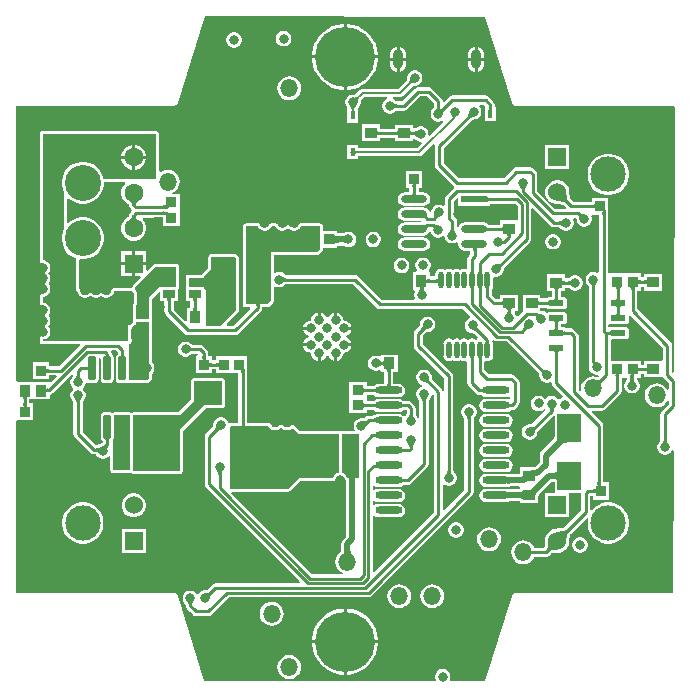
<source format=gbl>
G04*
G04 #@! TF.GenerationSoftware,Altium Limited,Altium Designer,23.0.1 (38)*
G04*
G04 Layer_Physical_Order=4*
G04 Layer_Color=16711680*
%FSLAX25Y25*%
%MOIN*%
G70*
G04*
G04 #@! TF.SameCoordinates,07299077-2F5B-483E-86E5-57BC813F48C1*
G04*
G04*
G04 #@! TF.FilePolarity,Positive*
G04*
G01*
G75*
%ADD11C,0.01000*%
%ADD22R,0.03937X0.03543*%
%ADD23R,0.03347X0.03740*%
%ADD30R,0.03543X0.03937*%
%ADD37R,0.03740X0.03347*%
%ADD84C,0.00799*%
%ADD85C,0.02000*%
%ADD86O,0.03150X0.03150*%
%ADD87O,0.05906X0.05906*%
%ADD88O,0.05906X0.05906*%
%ADD89R,0.06024X0.06024*%
%ADD90C,0.06024*%
%ADD91C,0.11811*%
%ADD92C,0.20000*%
%ADD93R,0.06319X0.06319*%
%ADD94C,0.06319*%
%ADD95C,0.12008*%
%ADD96O,0.03543X0.06299*%
%ADD97C,0.03150*%
%ADD98C,0.01968*%
%ADD99O,0.01772X0.05512*%
%ADD100R,0.05906X0.08661*%
G04:AMPARAMS|DCode=101|XSize=21.65mil|YSize=49.21mil|CornerRadius=1.95mil|HoleSize=0mil|Usage=FLASHONLY|Rotation=90.000|XOffset=0mil|YOffset=0mil|HoleType=Round|Shape=RoundedRectangle|*
%AMROUNDEDRECTD101*
21,1,0.02165,0.04532,0,0,90.0*
21,1,0.01776,0.04921,0,0,90.0*
1,1,0.00390,0.02266,0.00888*
1,1,0.00390,0.02266,-0.00888*
1,1,0.00390,-0.02266,-0.00888*
1,1,0.00390,-0.02266,0.00888*
%
%ADD101ROUNDEDRECTD101*%
G04:AMPARAMS|DCode=102|XSize=86.79mil|YSize=23.94mil|CornerRadius=11.97mil|HoleSize=0mil|Usage=FLASHONLY|Rotation=180.000|XOffset=0mil|YOffset=0mil|HoleType=Round|Shape=RoundedRectangle|*
%AMROUNDEDRECTD102*
21,1,0.08679,0.00000,0,0,180.0*
21,1,0.06285,0.02394,0,0,180.0*
1,1,0.02394,-0.03143,0.00000*
1,1,0.02394,0.03143,0.00000*
1,1,0.02394,0.03143,0.00000*
1,1,0.02394,-0.03143,0.00000*
%
%ADD102ROUNDEDRECTD102*%
%ADD103R,0.08679X0.02394*%
%ADD104R,0.07874X0.09449*%
%ADD105O,0.09055X0.02362*%
%ADD106R,0.07087X0.05118*%
%ADD107R,0.05906X0.14173*%
%ADD108R,0.03937X0.02756*%
%ADD109R,0.10630X0.05118*%
%ADD110R,0.05512X0.05118*%
%ADD111R,0.05118X0.05512*%
%ADD112R,0.12205X0.09488*%
G04:AMPARAMS|DCode=113|XSize=77.56mil|YSize=23.62mil|CornerRadius=2.95mil|HoleSize=0mil|Usage=FLASHONLY|Rotation=90.000|XOffset=0mil|YOffset=0mil|HoleType=Round|Shape=RoundedRectangle|*
%AMROUNDEDRECTD113*
21,1,0.07756,0.01772,0,0,90.0*
21,1,0.07165,0.02362,0,0,90.0*
1,1,0.00591,0.00886,0.03583*
1,1,0.00591,0.00886,-0.03583*
1,1,0.00591,-0.00886,-0.03583*
1,1,0.00591,-0.00886,0.03583*
%
%ADD113ROUNDEDRECTD113*%
%ADD114R,0.05118X0.10630*%
%ADD115R,0.01575X0.02756*%
G36*
X134277Y171526D02*
X134085Y171524D01*
X133904Y171511D01*
X133733Y171490D01*
X133573Y171459D01*
X133423Y171418D01*
X133283Y171368D01*
X133154Y171309D01*
X133036Y171239D01*
X132927Y171161D01*
X132830Y171073D01*
X132264Y171638D01*
X132352Y171736D01*
X132431Y171844D01*
X132500Y171963D01*
X132559Y172092D01*
X132609Y172232D01*
X132650Y172381D01*
X132681Y172542D01*
X132703Y172713D01*
X132715Y172894D01*
X132718Y173085D01*
X134277Y171526D01*
D02*
G37*
G36*
X115807Y166423D02*
X115719Y166325D01*
X115641Y166217D01*
X115572Y166099D01*
X115513Y165970D01*
X115463Y165830D01*
X115422Y165680D01*
X115391Y165520D01*
X115369Y165349D01*
X115357Y165168D01*
X115354Y164976D01*
X113795Y166535D01*
X113987Y166538D01*
X114168Y166550D01*
X114339Y166572D01*
X114499Y166603D01*
X114649Y166644D01*
X114788Y166694D01*
X114918Y166753D01*
X115036Y166822D01*
X115144Y166901D01*
X115242Y166988D01*
X115807Y166423D01*
D02*
G37*
G36*
X127228Y164767D02*
X127350Y164665D01*
X127475Y164575D01*
X127603Y164496D01*
X127733Y164430D01*
X127865Y164376D01*
X128000Y164334D01*
X128138Y164304D01*
X128279Y164286D01*
X128422Y164279D01*
Y163279D01*
X128279Y163274D01*
X128138Y163255D01*
X128000Y163225D01*
X127865Y163183D01*
X127733Y163129D01*
X127603Y163063D01*
X127475Y162984D01*
X127350Y162894D01*
X127228Y162792D01*
X127109Y162677D01*
Y164882D01*
X127228Y164767D01*
D02*
G37*
G36*
X159952Y163200D02*
X159974Y162880D01*
X159993Y162750D01*
X160018Y162640D01*
X160048Y162550D01*
X160084Y162480D01*
X160125Y162430D01*
X160172Y162400D01*
X160224Y162390D01*
X158673D01*
X158726Y162400D01*
X158773Y162430D01*
X158814Y162480D01*
X158850Y162550D01*
X158880Y162640D01*
X158905Y162750D01*
X158924Y162880D01*
X158938Y163030D01*
X158949Y163390D01*
X159949D01*
X159952Y163200D01*
D02*
G37*
G36*
X114809Y163769D02*
X114671Y163643D01*
X114547Y163516D01*
X114438Y163388D01*
X114343Y163259D01*
X114263Y163129D01*
X114197Y162999D01*
X114146Y162868D01*
X114110Y162736D01*
X114088Y162603D01*
X114088Y162596D01*
X114106Y162388D01*
X114125Y162284D01*
X114150Y162196D01*
X114181Y162124D01*
X114217Y162068D01*
X114258Y162028D01*
X114305Y162004D01*
X114358Y161996D01*
X112882Y161984D01*
X112958Y161993D01*
X113026Y162017D01*
X113086Y162058D01*
X113138Y162115D01*
X113182Y162188D01*
X113218Y162277D01*
X113245Y162383D01*
X113266Y162504D01*
X113276Y162625D01*
X113275Y162651D01*
X113255Y162781D01*
X113221Y162915D01*
X113174Y163050D01*
X113113Y163187D01*
X113039Y163327D01*
X112952Y163469D01*
X112851Y163613D01*
X112737Y163759D01*
X112609Y163907D01*
X114809Y163769D01*
D02*
G37*
G36*
X142632Y163319D02*
X142650Y163178D01*
X142680Y163040D01*
X142722Y162905D01*
X142777Y162772D01*
X142817Y162692D01*
X142902Y162720D01*
X143034Y162775D01*
X143160Y162841D01*
X143279Y162917D01*
X143391Y163004D01*
X143497Y163101D01*
X144204Y162394D01*
X144106Y162289D01*
X144020Y162176D01*
X143944Y162057D01*
X143878Y161932D01*
X143822Y161800D01*
X143777Y161661D01*
X143742Y161515D01*
X143718Y161363D01*
X143704Y161205D01*
X143701Y161039D01*
X142592Y162148D01*
X141024D01*
X141138Y162268D01*
X141241Y162390D01*
X141331Y162514D01*
X141409Y162642D01*
X141475Y162772D01*
X141530Y162905D01*
X141572Y163040D01*
X141602Y163178D01*
X141620Y163319D01*
X141626Y163462D01*
X142626D01*
X142632Y163319D01*
D02*
G37*
G36*
X147799Y160286D02*
X147777Y160280D01*
X147757Y160266D01*
X147740Y160245D01*
X147725Y160216D01*
X147713Y160180D01*
X147702Y160135D01*
X147694Y160084D01*
X147688Y160024D01*
X147684Y159883D01*
X146885D01*
X146884Y159994D01*
X146857Y160391D01*
X146847Y160438D01*
X146835Y160474D01*
X146822Y160500D01*
X146808Y160515D01*
X147799Y160286D01*
D02*
G37*
G36*
X153921Y160278D02*
X153756Y160275D01*
X153597Y160261D01*
X153445Y160237D01*
X153300Y160202D01*
X153161Y160157D01*
X153029Y160101D01*
X152903Y160035D01*
X152784Y159959D01*
X152672Y159872D01*
X152567Y159775D01*
X151859Y160483D01*
X151956Y160588D01*
X152043Y160700D01*
X152119Y160819D01*
X152185Y160945D01*
X152241Y161077D01*
X152286Y161216D01*
X152321Y161361D01*
X152345Y161513D01*
X152359Y161672D01*
X152362Y161837D01*
X153921Y160278D01*
D02*
G37*
G36*
X157544Y193357D02*
X166654Y164888D01*
X166685Y164832D01*
X166697Y164769D01*
X166828Y164573D01*
X166943Y164366D01*
X166993Y164326D01*
X167029Y164273D01*
X167225Y164142D01*
X167410Y163995D01*
X167472Y163977D01*
X167525Y163941D01*
X167757Y163895D01*
X167983Y163830D01*
X168047Y163838D01*
X168110Y163825D01*
X220554D01*
X220907Y163471D01*
X220696Y75031D01*
X220196Y74781D01*
X220033Y74902D01*
Y83858D01*
X219917Y84443D01*
X219585Y84940D01*
X208419Y96106D01*
Y102248D01*
X209563D01*
Y103589D01*
X210811D01*
Y102248D01*
X216748D01*
Y107791D01*
X210811D01*
Y106648D01*
X209563D01*
Y107988D01*
X199098D01*
X198766Y108350D01*
Y129142D01*
X198736Y129289D01*
Y133185D01*
X193390D01*
Y131844D01*
X187169D01*
X186215Y132798D01*
X186164Y132876D01*
X186103Y133001D01*
X186041Y133167D01*
X185983Y133375D01*
X185932Y133623D01*
X185893Y133900D01*
X185845Y134612D01*
X185842Y135017D01*
X185823Y135111D01*
Y135567D01*
X185549Y136588D01*
X185021Y137503D01*
X184274Y138250D01*
X183360Y138778D01*
X182339Y139051D01*
X181283D01*
X180262Y138778D01*
X179348Y138250D01*
X178601Y137503D01*
X178073Y136588D01*
X177799Y135567D01*
Y134511D01*
X178073Y133491D01*
X178601Y132576D01*
X179348Y131829D01*
X180262Y131301D01*
X181283Y131027D01*
X181740D01*
X181834Y131008D01*
X182239Y131005D01*
X182950Y130958D01*
X183227Y130918D01*
X183476Y130867D01*
X183684Y130809D01*
X183850Y130747D01*
X183974Y130686D01*
X184052Y130635D01*
X184743Y129944D01*
X184552Y129482D01*
X180948D01*
X175151Y135279D01*
Y140945D01*
X175035Y141530D01*
X174704Y142026D01*
X173916Y142814D01*
X173420Y143145D01*
X172835Y143262D01*
X168110D01*
X167525Y143145D01*
X167029Y142814D01*
X163933Y139718D01*
X149059D01*
X144049Y144728D01*
Y149802D01*
X153370Y159124D01*
X153372Y159125D01*
X153416Y159153D01*
X153464Y159178D01*
X153516Y159200D01*
X153576Y159220D01*
X153644Y159236D01*
X153722Y159248D01*
X153811Y159256D01*
X153943Y159259D01*
X154030Y159278D01*
X154276D01*
X154931Y159454D01*
X155518Y159793D01*
X155997Y160272D01*
X156336Y160859D01*
X156512Y161514D01*
Y162192D01*
X156336Y162847D01*
X155997Y163434D01*
X155713Y163719D01*
X155920Y164219D01*
X157240D01*
X157588Y163871D01*
X157661Y163402D01*
X157661D01*
Y162428D01*
X157654Y162390D01*
X157661Y162351D01*
Y158646D01*
X161236D01*
Y162351D01*
X161244Y162390D01*
X161236Y162428D01*
Y163402D01*
X160978D01*
Y164173D01*
X160862Y164759D01*
X160530Y165255D01*
X158956Y166830D01*
X158459Y167161D01*
X157874Y167277D01*
X146850D01*
X146265Y167161D01*
X145769Y166830D01*
X144107Y165167D01*
X143921Y165244D01*
X143644Y165412D01*
X143539Y165940D01*
X143207Y166436D01*
X140058Y169585D01*
X139562Y169917D01*
X138976Y170033D01*
X135433D01*
X134848Y169917D01*
X134352Y169585D01*
X130075Y165309D01*
X128315D01*
X128313Y165309D01*
X128261Y165320D01*
X128210Y165336D01*
X128157Y165358D01*
X128102Y165386D01*
X128042Y165423D01*
X127978Y165470D01*
X127910Y165527D01*
X127814Y165618D01*
X127739Y165666D01*
X127565Y165840D01*
X126978Y166179D01*
X126962Y166183D01*
X127028Y166683D01*
X129301D01*
X129302Y166683D01*
X129848Y166792D01*
X130311Y167101D01*
X133594Y170385D01*
X133625Y170403D01*
X133670Y170423D01*
X133729Y170445D01*
X133803Y170465D01*
X133895Y170482D01*
X134002Y170496D01*
X134127Y170504D01*
X134291Y170507D01*
X134382Y170526D01*
X134631D01*
X135286Y170702D01*
X135873Y171041D01*
X136353Y171520D01*
X136692Y172107D01*
X136867Y172762D01*
Y173440D01*
X136692Y174095D01*
X136353Y174682D01*
X135873Y175161D01*
X135286Y175500D01*
X134631Y175676D01*
X133953D01*
X133299Y175500D01*
X132711Y175161D01*
X132232Y174682D01*
X131893Y174095D01*
X131718Y173440D01*
Y173191D01*
X131698Y173100D01*
X131696Y172935D01*
X131687Y172811D01*
X131674Y172703D01*
X131656Y172612D01*
X131636Y172537D01*
X131615Y172478D01*
X131594Y172434D01*
X131576Y172403D01*
X128710Y169537D01*
X116929D01*
X116929Y169537D01*
X116383Y169429D01*
X115920Y169119D01*
X115920Y169119D01*
X114478Y167677D01*
X114447Y167659D01*
X114402Y167638D01*
X114343Y167617D01*
X114269Y167597D01*
X114177Y167579D01*
X114069Y167566D01*
X113945Y167557D01*
X113781Y167555D01*
X113690Y167535D01*
X113441D01*
X112786Y167360D01*
X112199Y167021D01*
X111719Y166542D01*
X111380Y165954D01*
X111205Y165300D01*
Y164622D01*
X111380Y163967D01*
X111660Y163482D01*
X111795Y163008D01*
X111795Y163008D01*
X111795Y163008D01*
Y158252D01*
X115370D01*
Y161964D01*
X115378Y162004D01*
X115370Y162041D01*
Y162899D01*
X115380Y162910D01*
X115497Y163016D01*
X115554Y163093D01*
X115840Y163380D01*
X116179Y163967D01*
X116354Y164622D01*
Y164871D01*
X116374Y164962D01*
X116376Y165126D01*
X116384Y165251D01*
X116398Y165358D01*
X116416Y165450D01*
X116436Y165524D01*
X116457Y165583D01*
X116478Y165628D01*
X116496Y165659D01*
X117520Y166683D01*
X124941D01*
X125007Y166183D01*
X124990Y166179D01*
X124403Y165840D01*
X123924Y165360D01*
X123585Y164773D01*
X123409Y164119D01*
Y163441D01*
X123585Y162786D01*
X123924Y162199D01*
X124403Y161719D01*
X124990Y161380D01*
X125645Y161205D01*
X126323D01*
X126978Y161380D01*
X127565Y161719D01*
X127739Y161893D01*
X127814Y161941D01*
X127909Y162032D01*
X127978Y162090D01*
X128042Y162136D01*
X128102Y162173D01*
X128157Y162201D01*
X128210Y162223D01*
X128261Y162239D01*
X128313Y162250D01*
X128315Y162250D01*
X130709D01*
X131294Y162367D01*
X131790Y162698D01*
X136067Y166974D01*
X138343D01*
X140597Y164721D01*
Y163354D01*
X140596Y163352D01*
X140585Y163301D01*
X140569Y163250D01*
X140548Y163197D01*
X140519Y163141D01*
X140482Y163081D01*
X140436Y163017D01*
X140379Y162949D01*
X140287Y162854D01*
X140240Y162778D01*
X140066Y162605D01*
X139727Y162018D01*
X139551Y161363D01*
Y160685D01*
X139727Y160030D01*
X140066Y159443D01*
X140545Y158963D01*
X141132Y158624D01*
X141787Y158449D01*
X142465D01*
X143120Y158624D01*
X143548Y158871D01*
X143855Y158471D01*
X139275Y153891D01*
X139002Y153972D01*
X138795Y154119D01*
Y154712D01*
X138620Y155367D01*
X138281Y155954D01*
X137801Y156433D01*
X137214Y156772D01*
X136559Y156948D01*
X135881D01*
X135227Y156772D01*
X134935Y156604D01*
X134838Y156568D01*
X134721Y156496D01*
X134495Y156379D01*
X134412Y156343D01*
X134323Y156310D01*
X134240Y156285D01*
X134161Y156267D01*
X133677Y156534D01*
Y157496D01*
X127740D01*
Y156254D01*
X122653D01*
Y157693D01*
X116717D01*
Y152150D01*
X122653D01*
Y153195D01*
X127740D01*
Y151953D01*
X133677D01*
Y152628D01*
X134099Y152771D01*
X134177Y152775D01*
X134640Y152312D01*
X135227Y151973D01*
X135881Y151798D01*
X136474D01*
X136621Y151591D01*
X136702Y151318D01*
X135236Y149852D01*
X115370D01*
Y150803D01*
X111795D01*
Y148593D01*
X111762Y148425D01*
X111795Y148258D01*
Y146047D01*
X115370D01*
Y146998D01*
X135827D01*
X135827Y146998D01*
X136373Y147107D01*
X136836Y147416D01*
X140515Y151095D01*
X140613Y151078D01*
X141005Y150508D01*
X140990Y150436D01*
Y144095D01*
X141107Y143509D01*
X141438Y143013D01*
X147344Y137108D01*
X147423Y137055D01*
Y136555D01*
X147304Y136475D01*
X144663Y133833D01*
X144331Y133337D01*
X144215Y132752D01*
Y130791D01*
X143715Y130502D01*
X143378Y130697D01*
X142723Y130872D01*
X142045D01*
X141390Y130697D01*
X140803Y130358D01*
X140324Y129878D01*
X139985Y129291D01*
X139809Y128636D01*
Y128374D01*
X139309Y128325D01*
X139264Y128554D01*
X138778Y129281D01*
X138051Y129766D01*
X137194Y129937D01*
X130909D01*
X130052Y129766D01*
X129325Y129281D01*
X128840Y128554D01*
X128669Y127697D01*
X128840Y126840D01*
X129325Y126113D01*
X130052Y125628D01*
X130909Y125457D01*
X136473D01*
X136527Y125366D01*
X136295Y124937D01*
X130909D01*
X130052Y124766D01*
X129325Y124281D01*
X128840Y123554D01*
X128669Y122697D01*
X128840Y121840D01*
X129325Y121113D01*
X130052Y120627D01*
X130909Y120457D01*
X137194D01*
X138051Y120627D01*
X138778Y121113D01*
X139149Y121669D01*
X139686Y121597D01*
X139727Y121447D01*
X140066Y120860D01*
X140545Y120381D01*
X141132Y120042D01*
X141787Y119866D01*
X142465D01*
X143120Y120042D01*
X143707Y120381D01*
X143776Y120449D01*
X144276Y120242D01*
Y120176D01*
X144451Y119521D01*
X144790Y118933D01*
X145269Y118454D01*
X145856Y118115D01*
X146511Y117940D01*
X147189D01*
X147844Y118115D01*
X148391Y118431D01*
X148539Y118379D01*
X148848Y118163D01*
X148755Y117697D01*
X148925Y116840D01*
X149411Y116113D01*
X150138Y115628D01*
X150995Y115457D01*
X152801D01*
Y114413D01*
X152265Y113877D01*
X151934Y113381D01*
X151817Y112795D01*
Y109714D01*
X151317Y109396D01*
X150787Y109502D01*
X150052Y109355D01*
X149508Y108992D01*
X148964Y109355D01*
X148228Y109502D01*
X147493Y109355D01*
X146949Y108992D01*
X146405Y109355D01*
X145669Y109502D01*
X144933Y109355D01*
X144390Y108992D01*
X143846Y109355D01*
X143110Y109502D01*
X142374Y109355D01*
X141751Y108938D01*
X141334Y108315D01*
X141188Y107579D01*
Y107041D01*
X139287D01*
Y108480D01*
X139207D01*
X139000Y108980D01*
X139068Y109049D01*
X139407Y109636D01*
X139583Y110291D01*
Y110969D01*
X139407Y111624D01*
X139068Y112211D01*
X138589Y112690D01*
X138002Y113029D01*
X137347Y113205D01*
X136669D01*
X136014Y113029D01*
X135427Y112690D01*
X134948Y112211D01*
X134608Y111624D01*
X134433Y110969D01*
Y110291D01*
X134608Y109636D01*
X134948Y109049D01*
X135016Y108980D01*
X134809Y108480D01*
X133744D01*
Y102543D01*
X134078D01*
X134366Y102043D01*
X134215Y101781D01*
X134039Y101126D01*
Y100448D01*
X134215Y99794D01*
X134288Y99667D01*
X133999Y99167D01*
X123271D01*
X115452Y106987D01*
X114955Y107318D01*
X114370Y107435D01*
X91307D01*
X91305Y107435D01*
X91254Y107446D01*
X91202Y107462D01*
X91150Y107484D01*
X91094Y107512D01*
X91034Y107549D01*
X90970Y107596D01*
X90902Y107653D01*
X90807Y107744D01*
X90731Y107792D01*
X90557Y107966D01*
X89970Y108305D01*
X89315Y108480D01*
X88637D01*
X87982Y108305D01*
X87740Y108165D01*
X87240Y108454D01*
Y113941D01*
X101575D01*
X101965Y114019D01*
X102296Y114240D01*
X103477Y115421D01*
X103698Y115752D01*
X103776Y116142D01*
Y116421D01*
X107332D01*
X107370Y116414D01*
X107408Y116421D01*
X108382D01*
Y117175D01*
X108537Y117211D01*
X108761Y117243D01*
X108883Y117252D01*
X110603D01*
X110624Y117231D01*
X111211Y116892D01*
X111866Y116717D01*
X112544D01*
X113199Y116892D01*
X113786Y117231D01*
X114265Y117710D01*
X114604Y118298D01*
X114779Y118952D01*
Y119630D01*
X114604Y120285D01*
X114265Y120872D01*
X113786Y121352D01*
X113199Y121691D01*
X112544Y121866D01*
X111866D01*
X111211Y121691D01*
X110624Y121352D01*
X110613Y121341D01*
X110461Y121330D01*
X108883D01*
X108761Y121340D01*
X108537Y121372D01*
X108382Y121408D01*
Y122161D01*
X107408D01*
X107370Y122169D01*
X107332Y122161D01*
X103776D01*
Y123622D01*
X103698Y124012D01*
X103477Y124343D01*
X103146Y124564D01*
X102756Y124642D01*
X96386D01*
X96255Y124616D01*
X96122Y124607D01*
X96061Y124577D01*
X95995Y124564D01*
X95885Y124490D01*
X95765Y124431D01*
X95721Y124380D01*
X95665Y124343D01*
X95591Y124232D01*
X95503Y124132D01*
X95339Y123848D01*
X95049Y123559D01*
X94695Y123354D01*
X94299Y123248D01*
X93890D01*
X93494Y123354D01*
X93140Y123559D01*
X92847Y123851D01*
X92516Y124072D01*
X92126Y124150D01*
X91736Y124072D01*
X91405Y123851D01*
X91112Y123559D01*
X90758Y123354D01*
X90362Y123248D01*
X89953D01*
X89557Y123354D01*
X89202Y123559D01*
X88913Y123848D01*
X88749Y124132D01*
X88661Y124232D01*
X88587Y124343D01*
X88531Y124380D01*
X88487Y124431D01*
X88367Y124490D01*
X88256Y124564D01*
X88191Y124577D01*
X88130Y124607D01*
X87997Y124616D01*
X87866Y124642D01*
X86543D01*
X86412Y124616D01*
X86279Y124607D01*
X86219Y124577D01*
X86153Y124564D01*
X86042Y124490D01*
X85922Y124431D01*
X85878Y124380D01*
X85822Y124343D01*
X85748Y124232D01*
X85660Y124132D01*
X85496Y123848D01*
X85207Y123559D01*
X84852Y123354D01*
X84457Y123248D01*
X84047D01*
X83652Y123354D01*
X83297Y123559D01*
X83008Y123848D01*
X82844Y124132D01*
X82756Y124232D01*
X82682Y124343D01*
X82626Y124380D01*
X82581Y124431D01*
X82462Y124490D01*
X82351Y124564D01*
X82285Y124577D01*
X82225Y124607D01*
X82091Y124616D01*
X81961Y124642D01*
X77953D01*
X77563Y124564D01*
X77232Y124343D01*
X77011Y124012D01*
X76933Y123622D01*
Y97638D01*
X77011Y97248D01*
X77232Y96917D01*
X77563Y96696D01*
X77953Y96618D01*
X79235D01*
X79426Y96156D01*
X73776Y90506D01*
X71735D01*
X71544Y90968D01*
X75524Y94948D01*
X75745Y95279D01*
X75823Y95669D01*
Y112992D01*
X75745Y113382D01*
X75524Y113713D01*
X75130Y114107D01*
X74800Y114328D01*
X74410Y114405D01*
X66535D01*
X66145Y114328D01*
X65815Y114107D01*
X65593Y113776D01*
X65516Y113386D01*
Y109871D01*
X63267Y107623D01*
X63054Y107303D01*
X59055D01*
X59036Y107299D01*
X58051D01*
Y106362D01*
X58035Y106283D01*
Y103559D01*
X58051Y103480D01*
Y102543D01*
X58051D01*
Y98803D01*
X59494D01*
Y96276D01*
X58252D01*
Y92202D01*
X57790Y92011D01*
X53892Y95909D01*
Y98803D01*
X55331D01*
Y102543D01*
X55331D01*
Y102761D01*
X55445Y102838D01*
X55666Y103169D01*
X55744Y103559D01*
Y110236D01*
X55666Y110626D01*
X55445Y110957D01*
X55331Y111034D01*
Y111039D01*
X55322D01*
X55115Y111178D01*
X54724Y111256D01*
X48031D01*
X47641Y111178D01*
X47311Y110957D01*
X45251Y108898D01*
X44789Y109089D01*
Y110721D01*
X41130D01*
Y107061D01*
X42761D01*
X42952Y106599D01*
X40439Y104085D01*
X40434Y104079D01*
X40428Y104074D01*
X40324Y103914D01*
X40218Y103755D01*
X40216Y103747D01*
X40212Y103740D01*
X40177Y103552D01*
X40140Y103364D01*
X40042Y103245D01*
X39789Y102988D01*
X34056D01*
X33990Y102975D01*
X33923Y102979D01*
X33797Y102936D01*
X33666Y102910D01*
X33610Y102873D01*
X33546Y102851D01*
X33446Y102764D01*
X33335Y102690D01*
X33298Y102634D01*
X33247Y102589D01*
X33188Y102470D01*
X33114Y102359D01*
X33101Y102293D01*
X33071Y102232D01*
X32945Y101762D01*
X32741Y101407D01*
X32451Y101118D01*
X32096Y100913D01*
X31701Y100807D01*
X31291D01*
X30896Y100913D01*
X30541Y101118D01*
X30445Y101214D01*
X30115Y101435D01*
X29724Y101512D01*
X29334Y101435D01*
X29003Y101214D01*
X28908Y101118D01*
X28553Y100913D01*
X28157Y100807D01*
X27748D01*
X27352Y100913D01*
X26998Y101118D01*
X26902Y101214D01*
X26571Y101435D01*
X26181Y101512D01*
X26181D01*
X25791Y101435D01*
X25460Y101214D01*
X25364Y101118D01*
X25010Y100913D01*
X24614Y100807D01*
X24205D01*
X23809Y100913D01*
X23455Y101118D01*
X23165Y101407D01*
X22960Y101762D01*
X22834Y102232D01*
X22804Y102293D01*
X22791Y102359D01*
X22717Y102470D01*
X22658Y102589D01*
X22608Y102634D01*
X22570Y102690D01*
X22459Y102764D01*
X22359Y102851D01*
X22295Y102873D01*
X22279Y102884D01*
Y112417D01*
X22666Y112734D01*
X22932Y112681D01*
X24312D01*
X25665Y112950D01*
X26940Y113478D01*
X28087Y114245D01*
X29062Y115220D01*
X29829Y116367D01*
X30357Y117642D01*
X30626Y118995D01*
Y120375D01*
X30357Y121728D01*
X29829Y123003D01*
X29062Y124150D01*
X28087Y125125D01*
X26940Y125892D01*
X25665Y126420D01*
X24312Y126689D01*
X22932D01*
X21579Y126420D01*
X20304Y125892D01*
X19157Y125125D01*
X18804Y124772D01*
X18342Y124964D01*
Y132910D01*
X18804Y133102D01*
X19157Y132749D01*
X20304Y131982D01*
X21579Y131454D01*
X22932Y131185D01*
X24312D01*
X25665Y131454D01*
X26940Y131982D01*
X28087Y132749D01*
X29062Y133724D01*
X29829Y134871D01*
X30357Y136146D01*
X30626Y137499D01*
Y138350D01*
X37548D01*
X37756Y137850D01*
X37301Y137397D01*
X36754Y136448D01*
X36470Y135390D01*
Y134295D01*
X36754Y133237D01*
X37301Y132289D01*
X38076Y131514D01*
X38751Y131124D01*
X38792Y131090D01*
X38904Y131030D01*
X38952Y130997D01*
X38987Y130966D01*
X39012Y130937D01*
X39034Y130904D01*
X39055Y130863D01*
X39074Y130808D01*
X39092Y130735D01*
X39101Y130670D01*
Y130523D01*
X39217Y129938D01*
X39549Y129441D01*
X40053Y128937D01*
X39549Y128433D01*
X39217Y127936D01*
X39101Y127351D01*
Y127204D01*
X39092Y127139D01*
X39074Y127066D01*
X39055Y127011D01*
X39034Y126970D01*
X39012Y126937D01*
X38987Y126908D01*
X38952Y126877D01*
X38904Y126844D01*
X38792Y126784D01*
X38751Y126750D01*
X38076Y126360D01*
X37301Y125585D01*
X36754Y124637D01*
X36470Y123579D01*
Y122484D01*
X36754Y121426D01*
X37301Y120477D01*
X38076Y119703D01*
X39024Y119156D01*
X40082Y118872D01*
X41177D01*
X42235Y119156D01*
X43184Y119703D01*
X43958Y120477D01*
X44506Y121426D01*
X44789Y122484D01*
Y123579D01*
X44506Y124637D01*
X43958Y125585D01*
X43636Y125908D01*
X43843Y126408D01*
X46620D01*
X47205Y126524D01*
X47325Y126604D01*
X50279D01*
Y123902D01*
X56020D01*
Y129020D01*
Y134366D01*
X53425D01*
X53325Y134866D01*
X53962Y135130D01*
X54788Y135764D01*
X55421Y136589D01*
X55819Y137551D01*
X55955Y138583D01*
X55819Y139615D01*
X55421Y140576D01*
X54788Y141402D01*
X53962Y142035D01*
X53000Y142434D01*
X51968Y142569D01*
X50937Y142434D01*
X49975Y142035D01*
X49551Y141710D01*
X49051Y141957D01*
Y154331D01*
X48974Y154721D01*
X48752Y155052D01*
X48422Y155273D01*
X48031Y155350D01*
X10236D01*
X9846Y155273D01*
X9515Y155052D01*
X9294Y154721D01*
X9217Y154331D01*
Y112417D01*
X9294Y112027D01*
X9515Y111696D01*
X9846Y111475D01*
X10236Y111398D01*
X10441D01*
X10836Y111292D01*
X11191Y111087D01*
X11481Y110797D01*
X11685Y110443D01*
X11791Y110047D01*
Y109638D01*
X11685Y109242D01*
X11481Y108888D01*
X11385Y108792D01*
X11164Y108461D01*
X11086Y108071D01*
Y108071D01*
X11164Y107681D01*
X11385Y107350D01*
X11481Y107254D01*
X11685Y106899D01*
X11791Y106504D01*
Y106095D01*
X11685Y105699D01*
X11481Y105344D01*
X11385Y105248D01*
X11164Y104918D01*
X11086Y104528D01*
X11164Y104137D01*
X11385Y103807D01*
X11481Y103711D01*
X11685Y103356D01*
X11791Y102961D01*
Y102551D01*
X11685Y102156D01*
X11481Y101801D01*
X11191Y101511D01*
X10836Y101307D01*
X10441Y101201D01*
X10236D01*
X9846Y101123D01*
X9515Y100902D01*
X9294Y100571D01*
X9217Y100181D01*
Y98244D01*
X9294Y97854D01*
X9515Y97523D01*
X9846Y97302D01*
X10236Y97224D01*
X10441D01*
X10836Y97119D01*
X11191Y96914D01*
X11481Y96624D01*
X11685Y96270D01*
X11791Y95874D01*
Y95464D01*
X11685Y95069D01*
X11481Y94714D01*
X11385Y94619D01*
X11164Y94288D01*
X11086Y93898D01*
Y93898D01*
X11164Y93507D01*
X11385Y93177D01*
X11481Y93081D01*
X11685Y92726D01*
X11791Y92331D01*
Y91921D01*
X11685Y91526D01*
X11481Y91171D01*
X11385Y91075D01*
X11164Y90745D01*
X11086Y90354D01*
X11164Y89964D01*
X11385Y89633D01*
X11481Y89538D01*
X11685Y89183D01*
X11791Y88787D01*
Y88378D01*
X11685Y87982D01*
X11481Y87628D01*
X11191Y87338D01*
X10836Y87134D01*
X10441Y87028D01*
X10236D01*
X9846Y86950D01*
X9515Y86729D01*
X9294Y86398D01*
X9217Y86008D01*
Y85433D01*
X9294Y85043D01*
X9515Y84712D01*
X9846Y84491D01*
X10236Y84413D01*
X22542D01*
X22734Y83951D01*
X15902Y77120D01*
X12319D01*
Y78461D01*
X6972D01*
Y72720D01*
X12319D01*
Y74061D01*
X14710D01*
X14901Y73599D01*
X13006Y71704D01*
X12614Y71866D01*
Y71866D01*
X1756D01*
X1529Y72272D01*
Y163825D01*
X53937D01*
X54003Y163838D01*
X54070Y163831D01*
X54294Y163896D01*
X54522Y163941D01*
X54578Y163979D01*
X54643Y163997D01*
X54825Y164143D01*
X55018Y164273D01*
X55056Y164329D01*
X55108Y164371D01*
X55220Y164575D01*
X55350Y164769D01*
X55363Y164835D01*
X55395Y164894D01*
X64505Y193742D01*
X157544Y193357D01*
D02*
G37*
G36*
X132663Y155629D02*
X132694Y155544D01*
X132744Y155469D01*
X132815Y155404D01*
X132906Y155349D01*
X133018Y155304D01*
X133149Y155269D01*
X133301Y155244D01*
X133473Y155229D01*
X133665Y155224D01*
Y154224D01*
X133473Y154219D01*
X133301Y154204D01*
X133149Y154179D01*
X133018Y154144D01*
X132906Y154099D01*
X132815Y154044D01*
X132744Y153979D01*
X132694Y153904D01*
X132663Y153819D01*
X132653Y153724D01*
Y155724D01*
X132663Y155629D01*
D02*
G37*
G36*
X128764Y153724D02*
X128754Y153819D01*
X128724Y153904D01*
X128673Y153979D01*
X128602Y154044D01*
X128511Y154099D01*
X128400Y154144D01*
X128268Y154179D01*
X128117Y154204D01*
X127944Y154219D01*
X127752Y154224D01*
Y155224D01*
X127944Y155229D01*
X128117Y155244D01*
X128268Y155269D01*
X128400Y155304D01*
X128511Y155349D01*
X128602Y155404D01*
X128673Y155469D01*
X128724Y155544D01*
X128754Y155629D01*
X128764Y155724D01*
Y153724D01*
D02*
G37*
G36*
X121640Y155629D02*
X121670Y155544D01*
X121721Y155469D01*
X121792Y155404D01*
X121882Y155349D01*
X121994Y155304D01*
X122125Y155269D01*
X122277Y155244D01*
X122449Y155229D01*
X122642Y155224D01*
Y154224D01*
X122449Y154219D01*
X122277Y154204D01*
X122125Y154179D01*
X121994Y154144D01*
X121882Y154099D01*
X121792Y154044D01*
X121721Y153979D01*
X121670Y153904D01*
X121640Y153819D01*
X121630Y153724D01*
Y155724D01*
X121640Y155629D01*
D02*
G37*
G36*
X134878Y153549D02*
X134792Y153678D01*
X134699Y153792D01*
X134599Y153894D01*
X134492Y153981D01*
X134379Y154056D01*
X134258Y154116D01*
X134131Y154164D01*
X133997Y154197D01*
X133856Y154218D01*
X133708Y154224D01*
X133951Y155224D01*
X134088Y155229D01*
X134225Y155243D01*
X134364Y155267D01*
X134505Y155300D01*
X134646Y155343D01*
X134789Y155395D01*
X134932Y155457D01*
X135223Y155608D01*
X135370Y155698D01*
X134878Y153549D01*
D02*
G37*
G36*
X114354Y149148D02*
X114378Y149081D01*
X114419Y149021D01*
X114476Y148969D01*
X114549Y148925D01*
X114638Y148889D01*
X114744Y148861D01*
X114865Y148841D01*
X115003Y148829D01*
X115157Y148825D01*
Y148026D01*
X115003Y148022D01*
X114865Y148010D01*
X114744Y147990D01*
X114638Y147962D01*
X114549Y147926D01*
X114476Y147882D01*
X114419Y147830D01*
X114378Y147770D01*
X114354Y147702D01*
X114346Y147626D01*
Y149224D01*
X114354Y149148D01*
D02*
G37*
G36*
X48031Y139370D02*
X30528D01*
X30357Y140232D01*
X29829Y141507D01*
X29062Y142654D01*
X28087Y143629D01*
X26940Y144396D01*
X25665Y144924D01*
X24312Y145193D01*
X22932D01*
X21579Y144924D01*
X20304Y144396D01*
X19157Y143629D01*
X18182Y142654D01*
X17415Y141507D01*
X16887Y140232D01*
X16618Y138879D01*
Y137499D01*
X16887Y136146D01*
X17323Y135094D01*
Y122780D01*
X16887Y121728D01*
X16618Y120375D01*
Y118995D01*
X16887Y117642D01*
X17415Y116367D01*
X18182Y115220D01*
X19157Y114245D01*
X20304Y113478D01*
X21260Y113083D01*
Y101969D01*
X21849D01*
X22010Y101368D01*
X22349Y100781D01*
X22828Y100302D01*
X23416Y99963D01*
X24070Y99787D01*
X24748D01*
X25403Y99963D01*
X25990Y100302D01*
X26181Y100493D01*
X26372Y100302D01*
X26959Y99963D01*
X27614Y99787D01*
X28292D01*
X28947Y99963D01*
X29534Y100302D01*
X29724Y100493D01*
X29915Y100302D01*
X30502Y99963D01*
X31157Y99787D01*
X31835D01*
X32490Y99963D01*
X33077Y100302D01*
X33556Y100781D01*
X33895Y101368D01*
X34056Y101969D01*
X40157D01*
X40551Y101575D01*
Y97752D01*
X40437D01*
Y92012D01*
X40437D01*
X40362Y91543D01*
X39484Y90665D01*
X38862D01*
Y85433D01*
X10236D01*
Y86008D01*
X10575D01*
X11230Y86183D01*
X11817Y86522D01*
X12297Y87002D01*
X12636Y87589D01*
X12811Y88244D01*
Y88922D01*
X12636Y89577D01*
X12297Y90164D01*
X12106Y90354D01*
X12297Y90545D01*
X12636Y91132D01*
X12811Y91787D01*
Y92465D01*
X12636Y93120D01*
X12297Y93707D01*
X12106Y93898D01*
X12297Y94088D01*
X12636Y94675D01*
X12811Y95330D01*
Y96008D01*
X12636Y96663D01*
X12297Y97250D01*
X11817Y97730D01*
X11230Y98069D01*
X10575Y98244D01*
X10236D01*
Y100181D01*
X10575D01*
X11230Y100357D01*
X11817Y100696D01*
X12297Y101175D01*
X12636Y101762D01*
X12811Y102417D01*
Y103095D01*
X12636Y103750D01*
X12297Y104337D01*
X12106Y104528D01*
X12297Y104718D01*
X12636Y105305D01*
X12811Y105960D01*
Y106638D01*
X12636Y107293D01*
X12297Y107880D01*
X12106Y108071D01*
X12297Y108262D01*
X12636Y108849D01*
X12811Y109503D01*
Y110181D01*
X12636Y110836D01*
X12297Y111424D01*
X11817Y111903D01*
X11230Y112242D01*
X10575Y112417D01*
X10236D01*
Y154331D01*
X48031D01*
Y139370D01*
D02*
G37*
G36*
X171428Y137031D02*
X171272Y136744D01*
X171208Y136601D01*
X171154Y136460D01*
X171110Y136319D01*
X171076Y136179D01*
X171052Y136040D01*
X171037Y135902D01*
X171032Y135764D01*
X170032Y135545D01*
X170026Y135693D01*
X170006Y135834D01*
X169972Y135968D01*
X169925Y136096D01*
X169865Y136218D01*
X169791Y136333D01*
X169704Y136442D01*
X169603Y136544D01*
X169489Y136640D01*
X169362Y136730D01*
X171521Y137176D01*
X171428Y137031D01*
D02*
G37*
G36*
X158463Y133582D02*
X158493Y133497D01*
X158544Y133422D01*
X158615Y133357D01*
X158706Y133302D01*
X158817Y133257D01*
X158949Y133222D01*
X159100Y133197D01*
X159273Y133182D01*
X159465Y133177D01*
Y132177D01*
X159273Y132172D01*
X159100Y132157D01*
X158949Y132132D01*
X158817Y132097D01*
X158706Y132052D01*
X158615Y131997D01*
X158544Y131932D01*
X158493Y131857D01*
X158463Y131772D01*
X158453Y131677D01*
Y133677D01*
X158463Y133582D01*
D02*
G37*
G36*
X184826Y134574D02*
X184878Y133794D01*
X184927Y133449D01*
X184991Y133135D01*
X185071Y132850D01*
X185166Y132596D01*
X185276Y132372D01*
X185402Y132178D01*
X185543Y132015D01*
X184835Y131308D01*
X184672Y131449D01*
X184478Y131574D01*
X184254Y131684D01*
X184000Y131779D01*
X183716Y131859D01*
X183401Y131923D01*
X183056Y131972D01*
X182276Y132025D01*
X181841Y132028D01*
X184823Y135009D01*
X184826Y134574D01*
D02*
G37*
G36*
X41821Y131900D02*
X41676Y131800D01*
X41548Y131686D01*
X41437Y131559D01*
X41343Y131419D01*
X41267Y131266D01*
X41207Y131100D01*
X41164Y130921D01*
X41138Y130728D01*
X41130Y130523D01*
X40130D01*
X40121Y130728D01*
X40096Y130921D01*
X40053Y131100D01*
X39993Y131266D01*
X39917Y131419D01*
X39823Y131559D01*
X39712Y131686D01*
X39584Y131800D01*
X39439Y131900D01*
X39276Y131988D01*
X41984D01*
X41821Y131900D01*
D02*
G37*
G36*
X51292Y130032D02*
X50292Y129634D01*
Y130634D01*
X50483Y130639D01*
X50654Y130654D01*
X50805Y130679D01*
X50937Y130714D01*
X51048Y130759D01*
X51139Y130814D01*
X51210Y130879D01*
X51261Y130954D01*
X51292Y131039D01*
X51303Y131134D01*
X51292Y130032D01*
D02*
G37*
G36*
X194414Y129315D02*
X194404Y129410D01*
X194373Y129495D01*
X194323Y129570D01*
X194252Y129635D01*
X194161Y129690D01*
X194049Y129735D01*
X193918Y129770D01*
X193766Y129795D01*
X193594Y129810D01*
X193402Y129815D01*
Y130815D01*
X193594Y130820D01*
X193766Y130835D01*
X193918Y130860D01*
X194049Y130895D01*
X194161Y130940D01*
X194252Y130995D01*
X194323Y131060D01*
X194373Y131135D01*
X194404Y131220D01*
X194414Y131315D01*
Y129315D01*
D02*
G37*
G36*
X197724Y128457D02*
X197736Y127457D01*
X196736D01*
X196731Y127648D01*
X196716Y127820D01*
X196691Y127971D01*
X196656Y128103D01*
X196611Y128214D01*
X196556Y128305D01*
X196491Y128376D01*
X196416Y128427D01*
X196331Y128458D01*
X196236Y128469D01*
X197724Y128457D01*
D02*
G37*
G36*
X51292Y128236D02*
X51303Y127134D01*
X51292Y127229D01*
X51261Y127314D01*
X51210Y127389D01*
X51139Y127454D01*
X51048Y127509D01*
X50937Y127554D01*
X50805Y127589D01*
X50654Y127614D01*
X50483Y127629D01*
X50292Y127634D01*
Y128634D01*
X51292Y128236D01*
D02*
G37*
G36*
X142606Y126738D02*
X142438Y126710D01*
X142123Y126631D01*
X141977Y126581D01*
X141838Y126523D01*
X141706Y126458D01*
X141582Y126386D01*
X141465Y126306D01*
X141356Y126218D01*
X141254Y126124D01*
X140432Y126716D01*
X140531Y126825D01*
X140617Y126938D01*
X140690Y127058D01*
X140749Y127182D01*
X140796Y127312D01*
X140829Y127448D01*
X140849Y127588D01*
X140856Y127735D01*
X140849Y127887D01*
X140830Y128044D01*
X142606Y126738D01*
D02*
G37*
G36*
X189530Y128007D02*
X189643Y127920D01*
X189761Y127844D01*
X189887Y127778D01*
X190019Y127723D01*
X190158Y127677D01*
X190303Y127643D01*
X190455Y127618D01*
X190614Y127604D01*
X190779Y127601D01*
X189221Y126042D01*
X189217Y126207D01*
X189203Y126366D01*
X189179Y126518D01*
X189144Y126664D01*
X189099Y126802D01*
X189044Y126935D01*
X188978Y127060D01*
X188901Y127179D01*
X188815Y127291D01*
X188718Y127397D01*
X189425Y128104D01*
X189530Y128007D01*
D02*
G37*
G36*
X41138Y127146D02*
X41164Y126953D01*
X41207Y126774D01*
X41267Y126608D01*
X41343Y126455D01*
X41437Y126315D01*
X41548Y126188D01*
X41676Y126074D01*
X41821Y125974D01*
X41984Y125886D01*
X39276D01*
X39439Y125974D01*
X39584Y126074D01*
X39712Y126188D01*
X39823Y126315D01*
X39917Y126455D01*
X39993Y126608D01*
X40053Y126774D01*
X40096Y126953D01*
X40121Y127146D01*
X40130Y127351D01*
X41130D01*
X41138Y127146D01*
D02*
G37*
G36*
X138306Y127402D02*
X138288Y127351D01*
X138289Y127290D01*
X138309Y127218D01*
X138348Y127134D01*
X138406Y127040D01*
X138483Y126934D01*
X138580Y126817D01*
X138830Y126550D01*
X138123Y125843D01*
X137962Y126001D01*
X137549Y126353D01*
X137436Y126430D01*
X137335Y126487D01*
X137246Y126524D01*
X137169Y126541D01*
X137104Y126537D01*
X137051Y126514D01*
X138344Y127441D01*
X138306Y127402D01*
D02*
G37*
G36*
X148798Y132990D02*
Y130500D01*
X159477D01*
Y131148D01*
X167870D01*
X168549Y130469D01*
Y125606D01*
X162779D01*
Y124226D01*
X159031D01*
X158925Y124233D01*
X158894Y124236D01*
X158864Y124281D01*
X158137Y124766D01*
X157280Y124937D01*
X150995D01*
X150138Y124766D01*
X149411Y124281D01*
X148925Y123554D01*
X148880Y123325D01*
X148380Y123374D01*
Y125221D01*
X148263Y125806D01*
X147932Y126303D01*
X147274Y126961D01*
Y132118D01*
X148336Y133181D01*
X148798Y132990D01*
D02*
G37*
G36*
X138830Y123843D02*
X138696Y123704D01*
X138483Y123460D01*
X138406Y123354D01*
X138348Y123260D01*
X138309Y123176D01*
X138289Y123104D01*
X138288Y123042D01*
X138306Y122992D01*
X138344Y122953D01*
X137051Y123880D01*
X137104Y123856D01*
X137169Y123853D01*
X137246Y123870D01*
X137335Y123907D01*
X137436Y123964D01*
X137549Y124041D01*
X137675Y124138D01*
X137962Y124393D01*
X138123Y124550D01*
X138830Y123843D01*
D02*
G37*
G36*
X183480Y123684D02*
X183366Y123802D01*
X183248Y123907D01*
X183127Y124000D01*
X183003Y124080D01*
X182876Y124148D01*
X182745Y124204D01*
X182611Y124248D01*
X182474Y124278D01*
X182333Y124297D01*
X182189Y124303D01*
X182229Y125303D01*
X182371Y125309D01*
X182512Y125327D01*
X182650Y125356D01*
X182787Y125397D01*
X182921Y125449D01*
X183054Y125514D01*
X183184Y125590D01*
X183313Y125677D01*
X183439Y125777D01*
X183564Y125888D01*
X183480Y123684D01*
D02*
G37*
G36*
X140937Y124439D02*
X141054Y124342D01*
X141172Y124257D01*
X141290Y124185D01*
X141410Y124125D01*
X141530Y124078D01*
X141651Y124042D01*
X141772Y124020D01*
X141895Y124010D01*
X142018Y124012D01*
X140570Y122683D01*
X140582Y122804D01*
X140582Y122924D01*
X140568Y123043D01*
X140542Y123160D01*
X140503Y123277D01*
X140450Y123392D01*
X140385Y123507D01*
X140307Y123620D01*
X140216Y123732D01*
X140112Y123843D01*
X140820Y124549D01*
X140937Y124439D01*
D02*
G37*
G36*
X102756Y116142D02*
X101575Y114961D01*
X86221D01*
Y98819D01*
X85039Y97638D01*
X82456D01*
X82435Y97560D01*
X82410Y97408D01*
X82395Y97236D01*
X82390Y97044D01*
X81390D01*
X81385Y97236D01*
X81370Y97408D01*
X81345Y97560D01*
X81324Y97638D01*
X77953D01*
Y123622D01*
X81961D01*
X82192Y123222D01*
X82671Y122743D01*
X83258Y122404D01*
X83913Y122228D01*
X84591D01*
X85246Y122404D01*
X85833Y122743D01*
X86312Y123222D01*
X86543Y123622D01*
X87866D01*
X88097Y123222D01*
X88577Y122743D01*
X89164Y122404D01*
X89819Y122228D01*
X90496D01*
X91151Y122404D01*
X91738Y122743D01*
X92126Y123130D01*
X92514Y122743D01*
X93101Y122404D01*
X93756Y122228D01*
X94433D01*
X95088Y122404D01*
X95675Y122743D01*
X96155Y123222D01*
X96386Y123622D01*
X102756D01*
Y116142D01*
D02*
G37*
G36*
X154903Y123365D02*
X154997Y123330D01*
X155126Y123299D01*
X155289Y123272D01*
X155721Y123230D01*
X156631Y123199D01*
X157003Y123197D01*
Y122197D01*
X156631Y122195D01*
X155126Y122095D01*
X154997Y122064D01*
X154903Y122029D01*
X154844Y121989D01*
Y123404D01*
X154903Y123365D01*
D02*
G37*
G36*
X157930Y123594D02*
X157973Y123511D01*
X158045Y123437D01*
X158146Y123373D01*
X158276Y123319D01*
X158434Y123275D01*
X158621Y123241D01*
X158837Y123216D01*
X159082Y123202D01*
X159355Y123197D01*
Y122197D01*
X159082Y122192D01*
X158621Y122153D01*
X158434Y122118D01*
X158276Y122074D01*
X158146Y122020D01*
X158045Y121957D01*
X157973Y121883D01*
X157930Y121800D01*
X157916Y121706D01*
Y123687D01*
X157930Y123594D01*
D02*
G37*
G36*
X163804Y121697D02*
X163793Y121792D01*
X163763Y121877D01*
X163712Y121952D01*
X163642Y122017D01*
X163550Y122072D01*
X163439Y122117D01*
X163308Y122152D01*
X163156Y122177D01*
X162984Y122192D01*
X162792Y122197D01*
Y123197D01*
X162984Y123202D01*
X163156Y123217D01*
X163308Y123242D01*
X163439Y123277D01*
X163550Y123322D01*
X163642Y123377D01*
X163712Y123442D01*
X163763Y123517D01*
X163793Y123602D01*
X163804Y123697D01*
Y121697D01*
D02*
G37*
G36*
X147356Y122809D02*
X147374Y122669D01*
X147405Y122531D01*
X147447Y122395D01*
X147501Y122263D01*
X147567Y122133D01*
X147646Y122005D01*
X147736Y121880D01*
X147838Y121758D01*
X147953Y121639D01*
X145748D01*
X145862Y121758D01*
X145965Y121880D01*
X146055Y122005D01*
X146133Y122133D01*
X146200Y122263D01*
X146254Y122395D01*
X146296Y122531D01*
X146326Y122669D01*
X146344Y122809D01*
X146350Y122953D01*
X147350D01*
X147356Y122809D01*
D02*
G37*
G36*
X166650Y121065D02*
X166566Y121035D01*
X166491Y120985D01*
X166427Y120916D01*
X166372Y120826D01*
X166327Y120716D01*
X166293Y120587D01*
X166268Y120437D01*
X166253Y120268D01*
X166248Y120079D01*
X165248D01*
X165243Y120268D01*
X165228Y120437D01*
X165203Y120587D01*
X165169Y120716D01*
X165124Y120826D01*
X165069Y120916D01*
X165005Y120985D01*
X164930Y121035D01*
X164846Y121065D01*
X164752Y121075D01*
X166744D01*
X166650Y121065D01*
D02*
G37*
G36*
X111080Y118189D02*
X111052Y118208D01*
X111006Y118226D01*
X110945Y118241D01*
X110866Y118254D01*
X110659Y118275D01*
X110384Y118287D01*
X110043Y118291D01*
Y120291D01*
X110222Y120292D01*
X110945Y120342D01*
X111006Y120357D01*
X111052Y120374D01*
X111080Y120394D01*
Y118189D01*
D02*
G37*
G36*
X107390Y120986D02*
X107450Y120841D01*
X107550Y120712D01*
X107690Y120600D01*
X107870Y120506D01*
X108090Y120429D01*
X108350Y120369D01*
X108650Y120326D01*
X108990Y120300D01*
X109370Y120291D01*
Y118291D01*
X108990Y118283D01*
X108650Y118257D01*
X108350Y118214D01*
X108090Y118154D01*
X107870Y118077D01*
X107690Y117982D01*
X107550Y117871D01*
X107450Y117742D01*
X107390Y117596D01*
X107370Y117433D01*
Y121149D01*
X107390Y120986D01*
D02*
G37*
G36*
X155236Y116504D02*
X155151Y116473D01*
X155076Y116423D01*
X155011Y116352D01*
X154956Y116261D01*
X154911Y116149D01*
X154876Y116018D01*
X154851Y115866D01*
X154836Y115694D01*
X154831Y115502D01*
X153831D01*
X153826Y115694D01*
X153811Y115866D01*
X153786Y116018D01*
X153751Y116149D01*
X153706Y116261D01*
X153651Y116352D01*
X153586Y116423D01*
X153511Y116473D01*
X153426Y116504D01*
X153331Y116514D01*
X155331D01*
X155236Y116504D01*
D02*
G37*
G36*
X163524Y110705D02*
X163427Y110600D01*
X163340Y110487D01*
X163264Y110369D01*
X163198Y110243D01*
X163143Y110111D01*
X163098Y109972D01*
X163063Y109827D01*
X163039Y109675D01*
X163025Y109516D01*
X163021Y109350D01*
X161462Y110909D01*
X161628Y110913D01*
X161786Y110927D01*
X161939Y110951D01*
X162084Y110986D01*
X162223Y111031D01*
X162355Y111086D01*
X162480Y111152D01*
X162599Y111229D01*
X162712Y111315D01*
X162817Y111412D01*
X163524Y110705D01*
D02*
G37*
G36*
X179627Y123722D02*
X180123Y123390D01*
X180709Y123274D01*
X182293D01*
X182295Y123274D01*
X182342Y123263D01*
X182388Y123248D01*
X182435Y123228D01*
X182485Y123201D01*
X182539Y123167D01*
X182596Y123122D01*
X182659Y123066D01*
X182748Y122975D01*
X182828Y122919D01*
X183065Y122682D01*
X183652Y122344D01*
X184307Y122168D01*
X184985D01*
X185640Y122344D01*
X186227Y122682D01*
X186706Y123162D01*
X187045Y123749D01*
X187221Y124404D01*
Y125082D01*
X187045Y125737D01*
X186937Y125923D01*
X187226Y126423D01*
X188150D01*
X188162Y126387D01*
X188178Y126319D01*
X188191Y126241D01*
X188198Y126152D01*
X188201Y126020D01*
X188221Y125933D01*
Y125687D01*
X188396Y125032D01*
X188735Y124445D01*
X189214Y123966D01*
X189801Y123627D01*
X190456Y123451D01*
X191134D01*
X191789Y123627D01*
X192376Y123966D01*
X192856Y124445D01*
X193195Y125032D01*
X193370Y125687D01*
Y126365D01*
X193195Y127020D01*
X193190Y127027D01*
X193527Y127445D01*
X195707D01*
Y108391D01*
X195207Y108107D01*
X194864Y108305D01*
X194209Y108480D01*
X193531D01*
X192876Y108305D01*
X192289Y107966D01*
X191810Y107486D01*
X191471Y106899D01*
X191295Y106245D01*
Y105567D01*
X191471Y104912D01*
X191810Y104324D01*
X191984Y104151D01*
X192032Y104075D01*
X192123Y103980D01*
X192180Y103912D01*
X192227Y103848D01*
X192263Y103788D01*
X192292Y103732D01*
X192313Y103679D01*
X192329Y103628D01*
X192340Y103577D01*
X192341Y103575D01*
Y78365D01*
X192457Y77780D01*
X192478Y77749D01*
X192307Y77111D01*
Y76433D01*
X192483Y75778D01*
X192822Y75191D01*
X193301Y74711D01*
X193888Y74372D01*
X194543Y74197D01*
X195221D01*
X195387Y74241D01*
X195646Y73793D01*
X195210Y73357D01*
X195195Y73344D01*
X194733Y73536D01*
X193701Y73672D01*
X192669Y73536D01*
X191707Y73138D01*
X190882Y72504D01*
X190248Y71679D01*
X189850Y70717D01*
X189714Y69685D01*
X189808Y68967D01*
X189335Y68734D01*
X188931Y69137D01*
Y87008D01*
X188814Y87593D01*
X188483Y88089D01*
X187420Y89152D01*
X186924Y89484D01*
X186339Y89600D01*
X184770D01*
X184623Y89820D01*
X184228Y90084D01*
X183762Y90177D01*
X183026D01*
Y90965D01*
X183762D01*
X184228Y91057D01*
X184623Y91322D01*
X184887Y91717D01*
X184980Y92183D01*
Y93959D01*
X184887Y94425D01*
X184623Y94820D01*
X184228Y95084D01*
X183762Y95177D01*
X179230D01*
X178764Y95084D01*
X178369Y94820D01*
X178136Y94797D01*
X177959Y94974D01*
X177372Y95313D01*
X176717Y95488D01*
X176197D01*
Y96542D01*
X178222D01*
X178369Y96322D01*
X178764Y96057D01*
X179230Y95965D01*
X183762D01*
X184228Y96057D01*
X184623Y96322D01*
X184887Y96717D01*
X184980Y97183D01*
Y98959D01*
X184887Y99425D01*
X184623Y99820D01*
X184228Y100084D01*
X183762Y100177D01*
X183026D01*
Y102051D01*
X184465D01*
Y103254D01*
X185390D01*
X185392Y103254D01*
X185443Y103243D01*
X185494Y103227D01*
X185547Y103205D01*
X185603Y103177D01*
X185663Y103140D01*
X185727Y103094D01*
X185795Y103036D01*
X185890Y102945D01*
X185966Y102897D01*
X186140Y102723D01*
X186727Y102384D01*
X187381Y102209D01*
X188059D01*
X188714Y102384D01*
X189301Y102723D01*
X189781Y103202D01*
X190120Y103790D01*
X190295Y104445D01*
Y105122D01*
X190120Y105777D01*
X189781Y106364D01*
X189301Y106844D01*
X188714Y107183D01*
X188059Y107358D01*
X187381D01*
X186727Y107183D01*
X186140Y106844D01*
X185966Y106670D01*
X185890Y106622D01*
X185795Y106531D01*
X185727Y106473D01*
X185663Y106427D01*
X185603Y106390D01*
X185547Y106362D01*
X185494Y106340D01*
X185443Y106324D01*
X185392Y106313D01*
X185390Y106313D01*
X184465D01*
Y107595D01*
X178528D01*
Y102051D01*
X179967D01*
Y100177D01*
X179230D01*
X178764Y100084D01*
X178369Y99820D01*
X178222Y99600D01*
X176197D01*
Y100803D01*
X170260D01*
Y95278D01*
X168667Y93685D01*
X168184Y93814D01*
X168147Y93949D01*
X167808Y94536D01*
X167634Y94710D01*
X167603Y94760D01*
X167635Y94904D01*
X167738Y95156D01*
X167829Y95259D01*
X167830Y95260D01*
X168717D01*
Y100803D01*
X162779D01*
Y99561D01*
X161263D01*
X159994Y100830D01*
Y102733D01*
X160241Y103103D01*
X160387Y103839D01*
Y106435D01*
X160887Y106819D01*
X161108Y106760D01*
X161786D01*
X162441Y106935D01*
X163028Y107274D01*
X163507Y107754D01*
X163846Y108341D01*
X164021Y108996D01*
Y109241D01*
X164041Y109329D01*
X164043Y109460D01*
X164051Y109549D01*
X164064Y109628D01*
X164080Y109696D01*
X164099Y109755D01*
X164121Y109808D01*
X164146Y109855D01*
X164175Y109899D01*
X164176Y109901D01*
X172735Y118460D01*
X173066Y118956D01*
X173183Y119542D01*
Y129513D01*
X173645Y129704D01*
X179627Y123722D01*
D02*
G37*
G36*
X90220Y106893D02*
X90342Y106791D01*
X90467Y106701D01*
X90595Y106622D01*
X90725Y106556D01*
X90857Y106502D01*
X90993Y106460D01*
X91131Y106430D01*
X91271Y106412D01*
X91415Y106405D01*
Y105405D01*
X91271Y105400D01*
X91131Y105381D01*
X90993Y105351D01*
X90857Y105309D01*
X90725Y105255D01*
X90595Y105189D01*
X90467Y105110D01*
X90342Y105020D01*
X90220Y104918D01*
X90101Y104803D01*
Y107008D01*
X90220Y106893D01*
D02*
G37*
G36*
X142231Y104512D02*
X142221Y104607D01*
X142191Y104692D01*
X142140Y104767D01*
X142069Y104832D01*
X141978Y104887D01*
X141867Y104932D01*
X141735Y104967D01*
X141584Y104992D01*
X141412Y105007D01*
X141219Y105012D01*
Y106012D01*
X141412Y106017D01*
X141584Y106032D01*
X141735Y106057D01*
X141867Y106092D01*
X141978Y106137D01*
X142069Y106192D01*
X142140Y106257D01*
X142191Y106332D01*
X142221Y106417D01*
X142231Y106512D01*
Y104512D01*
D02*
G37*
G36*
X138285Y106417D02*
X138315Y106332D01*
X138365Y106257D01*
X138435Y106192D01*
X138525Y106137D01*
X138635Y106092D01*
X138765Y106057D01*
X138915Y106032D01*
X139085Y106017D01*
X139275Y106012D01*
Y105012D01*
X139085Y105007D01*
X138915Y104992D01*
X138765Y104967D01*
X138635Y104932D01*
X138525Y104887D01*
X138435Y104832D01*
X138365Y104767D01*
X138315Y104692D01*
X138285Y104607D01*
X138275Y104512D01*
Y106512D01*
X138285Y106417D01*
D02*
G37*
G36*
X211835Y104118D02*
X211825Y104213D01*
X211794Y104298D01*
X211744Y104373D01*
X211673Y104438D01*
X211582Y104493D01*
X211471Y104538D01*
X211339Y104573D01*
X211187Y104598D01*
X211015Y104613D01*
X210823Y104618D01*
Y105618D01*
X211015Y105623D01*
X211187Y105638D01*
X211339Y105663D01*
X211471Y105698D01*
X211582Y105743D01*
X211673Y105798D01*
X211744Y105863D01*
X211794Y105938D01*
X211825Y106023D01*
X211835Y106118D01*
Y104118D01*
D02*
G37*
G36*
X208549Y106023D02*
X208579Y105938D01*
X208630Y105863D01*
X208701Y105798D01*
X208792Y105743D01*
X208903Y105698D01*
X209035Y105663D01*
X209187Y105638D01*
X209359Y105623D01*
X209551Y105618D01*
Y104618D01*
X209359Y104613D01*
X209187Y104598D01*
X209035Y104573D01*
X208903Y104538D01*
X208792Y104493D01*
X208701Y104438D01*
X208630Y104373D01*
X208579Y104298D01*
X208549Y104213D01*
X208539Y104118D01*
Y106118D01*
X208549Y106023D01*
D02*
G37*
G36*
X183451Y105688D02*
X183481Y105603D01*
X183532Y105528D01*
X183602Y105463D01*
X183694Y105408D01*
X183805Y105363D01*
X183936Y105328D01*
X184088Y105303D01*
X184260Y105288D01*
X184453Y105283D01*
Y104283D01*
X184260Y104278D01*
X184088Y104263D01*
X183936Y104238D01*
X183805Y104203D01*
X183694Y104158D01*
X183602Y104103D01*
X183532Y104038D01*
X183481Y103963D01*
X183451Y103878D01*
X183441Y103783D01*
Y105783D01*
X183451Y105688D01*
D02*
G37*
G36*
X186596Y103681D02*
X186476Y103796D01*
X186354Y103898D01*
X186230Y103988D01*
X186102Y104067D01*
X185972Y104133D01*
X185840Y104187D01*
X185704Y104229D01*
X185566Y104259D01*
X185426Y104277D01*
X185282Y104283D01*
Y105283D01*
X185426Y105289D01*
X185566Y105307D01*
X185704Y105338D01*
X185840Y105380D01*
X185972Y105434D01*
X186102Y105500D01*
X186230Y105579D01*
X186354Y105669D01*
X186476Y105771D01*
X186596Y105886D01*
Y103681D01*
D02*
G37*
G36*
X194858Y104662D02*
X194756Y104539D01*
X194665Y104415D01*
X194587Y104287D01*
X194521Y104157D01*
X194466Y104025D01*
X194424Y103889D01*
X194394Y103751D01*
X194376Y103611D01*
X194370Y103467D01*
X193370D01*
X193364Y103611D01*
X193346Y103751D01*
X193316Y103889D01*
X193274Y104025D01*
X193219Y104157D01*
X193153Y104287D01*
X193075Y104415D01*
X192985Y104539D01*
X192882Y104662D01*
X192768Y104781D01*
X194973D01*
X194858Y104662D01*
D02*
G37*
G36*
X121556Y96556D02*
X122053Y96225D01*
X122638Y96108D01*
X150278D01*
X152807Y93579D01*
X152658Y93022D01*
X152550Y92993D01*
X151962Y92654D01*
X151483Y92174D01*
X151144Y91587D01*
X150969Y90932D01*
Y90254D01*
X151144Y89599D01*
X151483Y89012D01*
X151962Y88533D01*
X152550Y88194D01*
X153204Y88018D01*
X153344D01*
X153400Y88003D01*
X153536Y87993D01*
X153632Y87980D01*
X153718Y87963D01*
X153794Y87942D01*
X153861Y87918D01*
X153920Y87892D01*
X153973Y87863D01*
X154022Y87831D01*
X154024Y87829D01*
X155241Y86612D01*
X155079Y86067D01*
X154626Y85764D01*
X154082Y86127D01*
X153347Y86273D01*
X152611Y86127D01*
X152067Y85764D01*
X151523Y86127D01*
X150787Y86273D01*
X150052Y86127D01*
X149508Y85764D01*
X148964Y86127D01*
X148228Y86273D01*
X147493Y86127D01*
X146949Y85764D01*
X146405Y86127D01*
X145669Y86273D01*
X144933Y86127D01*
X144310Y85710D01*
X143893Y85086D01*
X143746Y84350D01*
Y80610D01*
X143893Y79874D01*
X144310Y79251D01*
X144933Y78834D01*
X145669Y78688D01*
X146405Y78834D01*
X146949Y79197D01*
X147493Y78834D01*
X148228Y78688D01*
X148964Y78834D01*
X149508Y79197D01*
X150052Y78834D01*
X150787Y78688D01*
X151317Y78793D01*
X151817Y78475D01*
Y71457D01*
X151934Y70871D01*
X152265Y70375D01*
X154745Y67895D01*
X155242Y67563D01*
X155827Y67447D01*
X156339D01*
X156446Y67441D01*
X156476Y67437D01*
X156498Y67404D01*
X157220Y66922D01*
X158071Y66752D01*
X164764D01*
X165615Y66922D01*
X165746Y67010D01*
X166187Y66774D01*
Y66179D01*
X165746Y65943D01*
X165615Y66031D01*
X164764Y66200D01*
X158071D01*
X157220Y66031D01*
X156498Y65549D01*
X156016Y64827D01*
X155847Y63976D01*
X156016Y63125D01*
X156498Y62404D01*
X157220Y61922D01*
X158071Y61752D01*
X164764D01*
X165615Y61922D01*
X166336Y62404D01*
X166358Y62436D01*
X166482Y62447D01*
X166732D01*
X167318Y62563D01*
X167814Y62895D01*
X168798Y63879D01*
X169130Y64375D01*
X169246Y64961D01*
Y71653D01*
X169130Y72239D01*
X168798Y72735D01*
X167617Y73916D01*
X167121Y74248D01*
X166535Y74364D01*
X158901D01*
X157435Y75830D01*
Y78475D01*
X157935Y78793D01*
X158465Y78688D01*
X159200Y78834D01*
X159824Y79251D01*
X160241Y79874D01*
X160387Y80610D01*
Y84350D01*
X160241Y85086D01*
X160059Y85359D01*
X160100Y85579D01*
X160418Y85723D01*
X160643Y85762D01*
X161083Y85468D01*
X161669Y85351D01*
X164890D01*
X175617Y74624D01*
X175619Y74622D01*
X175647Y74578D01*
X175672Y74531D01*
X175694Y74478D01*
X175713Y74419D01*
X175729Y74351D01*
X175742Y74273D01*
X175750Y74183D01*
X175752Y74052D01*
X175772Y73965D01*
Y73719D01*
X175947Y73064D01*
X176286Y72477D01*
X176766Y71997D01*
X177353Y71658D01*
X178007Y71483D01*
X178685D01*
X179340Y71658D01*
X179467Y71731D01*
X179967Y71443D01*
Y71413D01*
X180083Y70827D01*
X180415Y70331D01*
X183572Y67174D01*
X183422Y66616D01*
X183258Y66573D01*
X182671Y66234D01*
X182493Y66056D01*
X181997Y66121D01*
X181982Y66148D01*
X181502Y66627D01*
X180915Y66966D01*
X180260Y67142D01*
X179582D01*
X178927Y66966D01*
X178340Y66627D01*
X178090Y66377D01*
X177731Y66218D01*
X177420Y66384D01*
X177151Y66652D01*
X176564Y66991D01*
X175909Y67167D01*
X175231D01*
X174576Y66991D01*
X173989Y66652D01*
X173510Y66173D01*
X173171Y65586D01*
X172995Y64931D01*
Y64253D01*
X173171Y63598D01*
X173510Y63011D01*
X173989Y62532D01*
X174576Y62193D01*
X175231Y62017D01*
X175909D01*
X176564Y62193D01*
X177151Y62532D01*
X177296Y62677D01*
X177751Y62592D01*
X177821Y62553D01*
X177856Y62332D01*
X173290Y57766D01*
X173255Y57745D01*
X173220Y57727D01*
X173182Y57713D01*
X173138Y57702D01*
X173087Y57693D01*
X173026Y57688D01*
X172954Y57689D01*
X172907Y57692D01*
X172905Y57693D01*
X172900D01*
X172833Y57698D01*
X172785Y57693D01*
X172227D01*
X171573Y57517D01*
X170985Y57178D01*
X170506Y56699D01*
X170167Y56112D01*
X169992Y55457D01*
Y54779D01*
X170167Y54124D01*
X170506Y53537D01*
X170985Y53058D01*
X171573Y52719D01*
X172227Y52543D01*
X172905D01*
X173560Y52719D01*
X174147Y53058D01*
X174627Y53537D01*
X174966Y54124D01*
X175141Y54779D01*
Y54827D01*
X175146Y54840D01*
X175163Y54980D01*
X175182Y55083D01*
X175204Y55175D01*
X175230Y55258D01*
X175259Y55331D01*
X175289Y55397D01*
X175322Y55455D01*
X175357Y55508D01*
X175360Y55511D01*
X180428Y60579D01*
X180890Y60387D01*
Y54080D01*
X180883Y54048D01*
X180890Y54006D01*
Y53559D01*
X180851Y53362D01*
Y53162D01*
X180740Y53004D01*
X180229Y52404D01*
X176511Y48686D01*
X176069Y48024D01*
X175914Y47244D01*
Y44939D01*
X174336Y43362D01*
X173213D01*
X173016Y43323D01*
X169472D01*
Y41116D01*
X169444Y41105D01*
X169292Y41064D01*
X169079Y41029D01*
X168930Y41016D01*
X166369D01*
X165872Y41030D01*
X165531Y41058D01*
X165441Y41071D01*
X165408Y41077D01*
X165376Y41087D01*
X165273Y41099D01*
X164764Y41200D01*
X158071D01*
X157220Y41031D01*
X156498Y40549D01*
X156016Y39827D01*
X155847Y38976D01*
X156016Y38125D01*
X156498Y37404D01*
X157220Y36922D01*
X158071Y36753D01*
X164764D01*
X165242Y36848D01*
X166730Y36937D01*
X168977D01*
X169472Y36925D01*
Y36163D01*
X169315Y36127D01*
X169093Y36094D01*
X168968Y36085D01*
X165886D01*
X165539Y36090D01*
X165312Y36105D01*
X165256Y36113D01*
X165216Y36110D01*
X164764Y36200D01*
X158071D01*
X157220Y36031D01*
X156498Y35549D01*
X156016Y34827D01*
X155847Y33976D01*
X156016Y33125D01*
X156498Y32404D01*
X157220Y31922D01*
X158071Y31753D01*
X164764D01*
X165615Y31922D01*
X165653Y31947D01*
X167035Y32006D01*
X169007D01*
X169131Y32002D01*
X169361Y31977D01*
X169472Y31958D01*
Y31382D01*
X170446D01*
X170484Y31374D01*
X170523Y31382D01*
X175409D01*
Y33867D01*
X175424Y33892D01*
X175598Y34142D01*
X176089Y34721D01*
X179880Y38512D01*
X180349D01*
X180498Y38499D01*
X180712Y38463D01*
X180864Y38423D01*
X180890Y38412D01*
X180890Y34827D01*
X180434Y34721D01*
X177799D01*
Y26697D01*
X185823D01*
Y34327D01*
X185823Y34721D01*
X186279Y34827D01*
X189809D01*
Y29059D01*
X184052Y23302D01*
X183974Y23251D01*
X183850Y23190D01*
X183684Y23128D01*
X183476Y23070D01*
X183227Y23019D01*
X182950Y22979D01*
X182239Y22932D01*
X181834Y22929D01*
X181740Y22909D01*
X181283D01*
X180262Y22636D01*
X179348Y22108D01*
X178601Y21361D01*
X178073Y20446D01*
X177799Y19426D01*
Y18969D01*
X177780Y18875D01*
X177777Y18470D01*
X177729Y17758D01*
X177690Y17482D01*
X177639Y17233D01*
X177581Y17025D01*
X177519Y16859D01*
X177458Y16735D01*
X177407Y16656D01*
X177241Y16490D01*
X174136D01*
X174117Y16491D01*
X173925Y16954D01*
X173292Y17780D01*
X172466Y18413D01*
X171504Y18812D01*
X170472Y18947D01*
X169441Y18812D01*
X168479Y18413D01*
X167653Y17780D01*
X167020Y16954D01*
X166621Y15992D01*
X166486Y14961D01*
X166621Y13929D01*
X167020Y12967D01*
X167653Y12141D01*
X168479Y11508D01*
X169441Y11110D01*
X170472Y10974D01*
X171504Y11110D01*
X172466Y11508D01*
X173292Y12141D01*
X173925Y12967D01*
X174117Y13430D01*
X174136Y13431D01*
X177874D01*
X178459Y13548D01*
X178955Y13879D01*
X179570Y14493D01*
X179648Y14544D01*
X179772Y14605D01*
X179939Y14668D01*
X180146Y14726D01*
X180395Y14776D01*
X180672Y14816D01*
X181384Y14863D01*
X181788Y14866D01*
X181882Y14886D01*
X182339D01*
X183360Y15159D01*
X184274Y15687D01*
X185021Y16434D01*
X185549Y17349D01*
X185823Y18370D01*
Y18826D01*
X185842Y18920D01*
X185845Y19325D01*
X185893Y20037D01*
X185932Y20314D01*
X185983Y20562D01*
X186041Y20770D01*
X186103Y20936D01*
X186164Y21061D01*
X186215Y21139D01*
X191613Y26537D01*
X192074Y26291D01*
X191913Y25483D01*
Y24123D01*
X192179Y22789D01*
X192699Y21532D01*
X193455Y20401D01*
X194417Y19439D01*
X195548Y18684D01*
X196805Y18163D01*
X198139Y17898D01*
X199499D01*
X200833Y18163D01*
X202090Y18684D01*
X203221Y19439D01*
X204183Y20401D01*
X204939Y21532D01*
X205459Y22789D01*
X205724Y24123D01*
Y25483D01*
X205459Y26817D01*
X204939Y28074D01*
X204183Y29205D01*
X203221Y30167D01*
X202090Y30923D01*
X200833Y31443D01*
X199499Y31709D01*
X198139D01*
X196805Y31443D01*
X195548Y30923D01*
X194417Y30167D01*
X193455Y29205D01*
X193368Y29075D01*
X192868Y29226D01*
Y33904D01*
X193587D01*
Y32563D01*
X198933D01*
Y38303D01*
X197199D01*
Y57239D01*
X197082Y57825D01*
X196751Y58321D01*
X193283Y61788D01*
X193475Y62250D01*
X196850D01*
X197436Y62367D01*
X197932Y62698D01*
X202853Y67619D01*
X203185Y68116D01*
X203301Y68701D01*
Y73114D01*
X204785D01*
X204806Y73099D01*
X204912Y73005D01*
X204948Y72963D01*
X204981Y72908D01*
X205051Y72725D01*
X205075Y72614D01*
X205049Y72572D01*
X205003Y72508D01*
X204946Y72440D01*
X204854Y72345D01*
X204806Y72269D01*
X204633Y72095D01*
X204294Y71508D01*
X204118Y70853D01*
Y70175D01*
X204294Y69521D01*
X204633Y68933D01*
X205112Y68454D01*
X205699Y68115D01*
X206354Y67940D01*
X207032D01*
X207687Y68115D01*
X208274Y68454D01*
X208753Y68933D01*
X209092Y69521D01*
X209268Y70175D01*
Y70853D01*
X209092Y71508D01*
X208753Y72095D01*
X208579Y72269D01*
X208531Y72345D01*
X208440Y72440D01*
X208383Y72508D01*
X208336Y72572D01*
X208311Y72614D01*
X208335Y72725D01*
X208405Y72908D01*
X208438Y72963D01*
X208474Y73005D01*
X208580Y73099D01*
X208601Y73114D01*
X209563D01*
Y74455D01*
X210811D01*
Y73311D01*
X216748D01*
X216748Y73311D01*
X217218Y73240D01*
X217423Y72934D01*
X217917Y72440D01*
X218943Y71414D01*
Y69344D01*
X218443Y69245D01*
X218413Y69316D01*
X217780Y70142D01*
X216954Y70776D01*
X215992Y71174D01*
X214961Y71310D01*
X213929Y71174D01*
X212967Y70776D01*
X212141Y70142D01*
X211508Y69316D01*
X211110Y68355D01*
X210974Y67323D01*
X211110Y66291D01*
X211508Y65329D01*
X212141Y64504D01*
X212967Y63870D01*
X213929Y63472D01*
X214961Y63336D01*
X215992Y63472D01*
X216954Y63870D01*
X217780Y64504D01*
X218413Y65329D01*
X218443Y65401D01*
X218943Y65302D01*
Y64385D01*
X216635Y62077D01*
X216304Y61581D01*
X216187Y60996D01*
Y52318D01*
X216187Y52315D01*
X216175Y52262D01*
X216159Y52208D01*
X216137Y52153D01*
X216108Y52094D01*
X216070Y52031D01*
X216023Y51964D01*
X215965Y51892D01*
X215874Y51794D01*
X215832Y51726D01*
X215688Y51581D01*
X215349Y50994D01*
X215173Y50339D01*
Y49661D01*
X215349Y49006D01*
X215688Y48419D01*
X216167Y47940D01*
X216754Y47601D01*
X217409Y47425D01*
X218087D01*
X218742Y47601D01*
X219329Y47940D01*
X219808Y48419D01*
X220147Y49006D01*
X220634Y48891D01*
X220521Y1529D01*
X168110D01*
X168047Y1517D01*
X167983Y1524D01*
X167757Y1459D01*
X167525Y1413D01*
X167472Y1377D01*
X167410Y1360D01*
X167225Y1213D01*
X167029Y1081D01*
X166993Y1028D01*
X166943Y988D01*
X166828Y782D01*
X166697Y585D01*
X166685Y522D01*
X166654Y466D01*
X157545Y-27998D01*
X146207D01*
X145957Y-27565D01*
X146025Y-27447D01*
X146201Y-26792D01*
Y-26114D01*
X146025Y-25459D01*
X145686Y-24872D01*
X145207Y-24392D01*
X144620Y-24053D01*
X143965Y-23878D01*
X143287D01*
X142632Y-24053D01*
X142045Y-24392D01*
X141566Y-24872D01*
X141227Y-25459D01*
X141051Y-26114D01*
Y-26792D01*
X141227Y-27447D01*
X141295Y-27565D01*
X141045Y-27998D01*
X64123D01*
X55399Y448D01*
X55364Y513D01*
X55350Y585D01*
X55224Y774D01*
X55116Y974D01*
X55059Y1020D01*
X55018Y1081D01*
X54830Y1208D01*
X54654Y1351D01*
X54583Y1372D01*
X54522Y1413D01*
X54300Y1457D01*
X54082Y1522D01*
X54009Y1515D01*
X53937Y1529D01*
X1529D01*
Y58494D01*
X1657Y58941D01*
X7004D01*
Y64681D01*
X5860D01*
Y65929D01*
X12614D01*
Y67551D01*
X13114Y67650D01*
X13610Y67982D01*
X19881Y74253D01*
X20402Y74067D01*
X20442Y73775D01*
X20440Y73771D01*
X20404Y73711D01*
X20357Y73647D01*
X20300Y73579D01*
X20209Y73484D01*
X20161Y73408D01*
X19987Y73234D01*
X19648Y72647D01*
X19472Y71992D01*
Y71315D01*
X19648Y70660D01*
X19987Y70073D01*
X20233Y69826D01*
X20411Y69488D01*
X20233Y69150D01*
X19987Y68904D01*
X19648Y68317D01*
X19472Y67662D01*
Y66984D01*
X19648Y66329D01*
X19987Y65742D01*
X20161Y65568D01*
X20209Y65493D01*
X20300Y65398D01*
X20357Y65329D01*
X20404Y65265D01*
X20440Y65205D01*
X20469Y65150D01*
X20491Y65097D01*
X20506Y65046D01*
X20517Y64995D01*
X20518Y64992D01*
Y54489D01*
X20634Y53903D01*
X20966Y53407D01*
X26224Y48149D01*
X26720Y47817D01*
X27306Y47701D01*
X27891D01*
X27912Y47695D01*
X27929Y47689D01*
X27942Y47682D01*
X27954Y47674D01*
X27971Y47660D01*
X27992Y47637D01*
X28020Y47600D01*
X28075Y47512D01*
X28132Y47450D01*
X28255Y47238D01*
X28734Y46759D01*
X29321Y46420D01*
X29976Y46244D01*
X30654D01*
X31309Y46420D01*
X31896Y46759D01*
X32339Y47201D01*
X32501Y47185D01*
X32839Y47041D01*
Y42520D01*
X32916Y42129D01*
X33137Y41799D01*
X33468Y41578D01*
X33858Y41500D01*
X39256D01*
X39354Y41520D01*
X39859D01*
X40020Y41373D01*
X40170Y41282D01*
X40317Y41184D01*
X40340Y41179D01*
X40360Y41167D01*
X40534Y41141D01*
X40707Y41106D01*
X55905D01*
X56296Y41184D01*
X56626Y41405D01*
X56848Y41736D01*
X56925Y42126D01*
Y55458D01*
X64621Y63154D01*
X70079Y63154D01*
X70469Y63231D01*
X70800Y63452D01*
X71021Y63783D01*
X71098Y64173D01*
Y72047D01*
X71021Y72437D01*
X70800Y72768D01*
X70469Y72989D01*
X70079Y73067D01*
X60630D01*
X60240Y72989D01*
X59909Y72768D01*
X59688Y72437D01*
X59610Y72047D01*
Y65777D01*
X55483Y61650D01*
X42865D01*
X42638Y61695D01*
X40866D01*
X40639Y61650D01*
X40390D01*
X39999Y61572D01*
X39880Y61492D01*
X39760Y61572D01*
X39370Y61650D01*
X37865D01*
X37638Y61695D01*
X35866D01*
X35639Y61650D01*
X34168D01*
X34119Y61640D01*
X34069Y61645D01*
X33925Y61601D01*
X33778Y61572D01*
X33736Y61544D01*
X33688Y61529D01*
X33572Y61434D01*
X33477Y61371D01*
X33143Y61594D01*
X32638Y61695D01*
X30866D01*
X30361Y61594D01*
X29932Y61308D01*
X29646Y60879D01*
X29546Y60374D01*
Y53209D01*
X29646Y52703D01*
X29932Y52275D01*
X30278Y52044D01*
X30267Y51569D01*
X30102Y51482D01*
X30026Y51449D01*
X29779Y51363D01*
X29643Y51325D01*
X29559Y51282D01*
X29321Y51218D01*
X29108Y51095D01*
X29018Y51066D01*
X28885Y50991D01*
X28785Y50940D01*
X28558Y50844D01*
X28476Y50816D01*
X28387Y50791D01*
X28305Y50772D01*
X28227Y50760D01*
X28226Y50760D01*
X27939D01*
X23577Y55122D01*
Y64992D01*
X23577Y64995D01*
X23588Y65046D01*
X23604Y65097D01*
X23626Y65150D01*
X23654Y65205D01*
X23691Y65265D01*
X23737Y65329D01*
X23795Y65398D01*
X23886Y65493D01*
X23934Y65568D01*
X24108Y65742D01*
X24447Y66329D01*
X24622Y66984D01*
Y67662D01*
X24447Y68317D01*
X24108Y68904D01*
X23861Y69150D01*
X23683Y69488D01*
X23861Y69826D01*
X24108Y70073D01*
X24447Y70660D01*
X24622Y71315D01*
Y71396D01*
X25122Y71636D01*
X25361Y71477D01*
X25866Y71376D01*
X27638D01*
X28143Y71477D01*
X28572Y71763D01*
X28858Y72192D01*
X28958Y72697D01*
Y79789D01*
X29063Y79862D01*
X29076D01*
X29546Y79405D01*
Y72697D01*
X29646Y72192D01*
X29932Y71763D01*
X30361Y71477D01*
X30866Y71376D01*
X32638D01*
X33143Y71477D01*
X33572Y71763D01*
X33858Y72192D01*
X33958Y72697D01*
Y79862D01*
X33858Y80368D01*
X33572Y80796D01*
X33281Y80990D01*
Y81103D01*
X33165Y81688D01*
X33071Y81829D01*
X33338Y82329D01*
X34800D01*
X35223Y81906D01*
Y80990D01*
X34932Y80796D01*
X34646Y80368D01*
X34545Y79862D01*
Y72697D01*
X34646Y72192D01*
X34932Y71763D01*
X35361Y71477D01*
X35866Y71376D01*
X37638D01*
X38143Y71477D01*
X38381Y71636D01*
X38586Y71499D01*
X38976Y71421D01*
X40639D01*
X40866Y71376D01*
X42638D01*
X42865Y71421D01*
X44882D01*
X45272Y71499D01*
X45603Y71720D01*
X46390Y72507D01*
X46611Y72838D01*
X46689Y73228D01*
Y74544D01*
X47017Y74872D01*
X47356Y75459D01*
X47532Y76114D01*
Y76792D01*
X47356Y77447D01*
X47017Y78034D01*
X46689Y78362D01*
Y91732D01*
X46611Y92123D01*
X46531Y92242D01*
X46611Y92362D01*
X46689Y92752D01*
Y99578D01*
X48932Y101821D01*
X49394Y101629D01*
Y98803D01*
X50833D01*
Y95276D01*
X50949Y94690D01*
X51281Y94194D01*
X57580Y87895D01*
X58076Y87563D01*
X58661Y87447D01*
X74410D01*
X74995Y87563D01*
X75491Y87895D01*
X82971Y95375D01*
X83303Y95871D01*
X83419Y96457D01*
Y96618D01*
X85039D01*
X85430Y96696D01*
X85760Y96917D01*
X86941Y98098D01*
X87163Y98429D01*
X87240Y98819D01*
Y103358D01*
X87740Y103646D01*
X87982Y103506D01*
X88637Y103331D01*
X89315D01*
X89970Y103506D01*
X90557Y103845D01*
X90731Y104019D01*
X90807Y104067D01*
X90902Y104158D01*
X90970Y104216D01*
X91034Y104262D01*
X91094Y104299D01*
X91150Y104327D01*
X91202Y104349D01*
X91254Y104365D01*
X91305Y104376D01*
X91307Y104376D01*
X113737D01*
X121556Y96556D01*
D02*
G37*
G36*
X207795Y103262D02*
X207710Y103232D01*
X207635Y103181D01*
X207570Y103110D01*
X207515Y103019D01*
X207470Y102908D01*
X207435Y102776D01*
X207410Y102624D01*
X207395Y102452D01*
X207390Y102260D01*
X206390D01*
X206385Y102452D01*
X206370Y102624D01*
X206345Y102776D01*
X206310Y102908D01*
X206265Y103019D01*
X206210Y103110D01*
X206145Y103181D01*
X206070Y103232D01*
X205985Y103262D01*
X205890Y103272D01*
X207890D01*
X207795Y103262D01*
D02*
G37*
G36*
X203070D02*
X202985Y103232D01*
X202910Y103181D01*
X202845Y103110D01*
X202790Y103019D01*
X202745Y102908D01*
X202710Y102776D01*
X202685Y102624D01*
X202670Y102452D01*
X202665Y102260D01*
X201665D01*
X201660Y102452D01*
X201645Y102624D01*
X201620Y102776D01*
X201585Y102908D01*
X201540Y103019D01*
X201485Y103110D01*
X201420Y103181D01*
X201345Y103232D01*
X201260Y103262D01*
X201165Y103272D01*
X203165D01*
X203070Y103262D01*
D02*
G37*
G36*
X182401Y103053D02*
X182316Y103023D01*
X182241Y102973D01*
X182176Y102903D01*
X182121Y102813D01*
X182076Y102703D01*
X182041Y102573D01*
X182016Y102423D01*
X182001Y102253D01*
X181996Y102063D01*
X180996D01*
X180991Y102253D01*
X180976Y102423D01*
X180951Y102573D01*
X180916Y102703D01*
X180871Y102813D01*
X180816Y102903D01*
X180751Y102973D01*
X180676Y103023D01*
X180591Y103053D01*
X180496Y103063D01*
X182496D01*
X182401Y103053D01*
D02*
G37*
G36*
X137519Y103557D02*
X137434Y103527D01*
X137359Y103476D01*
X137294Y103405D01*
X137239Y103314D01*
X137194Y103203D01*
X137159Y103071D01*
X137138Y102943D01*
X137138Y102942D01*
X137168Y102804D01*
X137211Y102668D01*
X137265Y102536D01*
X137331Y102406D01*
X137409Y102278D01*
X137500Y102154D01*
X137602Y102031D01*
X137716Y101912D01*
X135512D01*
X135626Y102031D01*
X135729Y102154D01*
X135819Y102278D01*
X135897Y102406D01*
X135964Y102536D01*
X136018Y102668D01*
X136060Y102804D01*
X136090Y102942D01*
X136090Y102943D01*
X136069Y103071D01*
X136034Y103203D01*
X135989Y103314D01*
X135934Y103405D01*
X135869Y103476D01*
X135794Y103527D01*
X135709Y103557D01*
X135614Y103567D01*
X137614D01*
X137519Y103557D01*
D02*
G37*
G36*
X202670Y99964D02*
X202685Y99792D01*
X202710Y99641D01*
X202745Y99509D01*
X202790Y99398D01*
X202845Y99306D01*
X202910Y99236D01*
X202985Y99185D01*
X203070Y99155D01*
X203165Y99145D01*
X201165D01*
X201260Y99155D01*
X201345Y99185D01*
X201420Y99236D01*
X201485Y99306D01*
X201540Y99398D01*
X201585Y99509D01*
X201620Y99641D01*
X201645Y99792D01*
X201660Y99964D01*
X201665Y100157D01*
X202665D01*
X202670Y99964D01*
D02*
G37*
G36*
X182001D02*
X182016Y99792D01*
X182041Y99641D01*
X182076Y99509D01*
X182121Y99398D01*
X182176Y99306D01*
X182241Y99236D01*
X182316Y99185D01*
X182401Y99155D01*
X182496Y99145D01*
X180496D01*
X180591Y99155D01*
X180676Y99185D01*
X180751Y99236D01*
X180816Y99306D01*
X180871Y99398D01*
X180916Y99509D01*
X180951Y99641D01*
X180976Y99792D01*
X180991Y99964D01*
X180996Y100157D01*
X181996D01*
X182001Y99964D01*
D02*
G37*
G36*
X61929Y99805D02*
X61844Y99775D01*
X61769Y99725D01*
X61704Y99655D01*
X61649Y99565D01*
X61604Y99455D01*
X61569Y99325D01*
X61544Y99175D01*
X61529Y99005D01*
X61524Y98815D01*
X60524D01*
X60519Y99005D01*
X60504Y99175D01*
X60479Y99325D01*
X60444Y99455D01*
X60399Y99565D01*
X60344Y99655D01*
X60279Y99725D01*
X60204Y99775D01*
X60119Y99805D01*
X60024Y99815D01*
X62024D01*
X61929Y99805D01*
D02*
G37*
G36*
X53267D02*
X53182Y99775D01*
X53107Y99725D01*
X53042Y99655D01*
X52987Y99565D01*
X52942Y99455D01*
X52907Y99325D01*
X52882Y99175D01*
X52867Y99005D01*
X52862Y98815D01*
X51862D01*
X51857Y99005D01*
X51842Y99175D01*
X51817Y99325D01*
X51782Y99455D01*
X51737Y99565D01*
X51682Y99655D01*
X51617Y99725D01*
X51542Y99775D01*
X51457Y99805D01*
X51362Y99815D01*
X53362D01*
X53267Y99805D01*
D02*
G37*
G36*
X179090Y97075D02*
X179079Y97170D01*
X179048Y97254D01*
X178995Y97328D01*
X178921Y97392D01*
X178825Y97447D01*
X178709Y97492D01*
X178572Y97526D01*
X178413Y97551D01*
X178233Y97566D01*
X178032Y97571D01*
Y98571D01*
X178233Y98576D01*
X178413Y98591D01*
X178572Y98615D01*
X178709Y98650D01*
X178825Y98695D01*
X178921Y98749D01*
X178995Y98814D01*
X179048Y98888D01*
X179079Y98972D01*
X179090Y99066D01*
Y97075D01*
D02*
G37*
G36*
X175183Y98976D02*
X175213Y98891D01*
X175264Y98816D01*
X175335Y98751D01*
X175426Y98696D01*
X175537Y98651D01*
X175669Y98616D01*
X175821Y98591D01*
X175993Y98576D01*
X176185Y98571D01*
Y97571D01*
X175993Y97566D01*
X175821Y97551D01*
X175669Y97526D01*
X175537Y97491D01*
X175426Y97446D01*
X175335Y97391D01*
X175264Y97326D01*
X175213Y97251D01*
X175183Y97166D01*
X175173Y97071D01*
Y99071D01*
X175183Y98976D01*
D02*
G37*
G36*
X163804Y97031D02*
X163793Y97127D01*
X163763Y97211D01*
X163712Y97286D01*
X163642Y97351D01*
X163550Y97407D01*
X163439Y97452D01*
X163308Y97487D01*
X163156Y97512D01*
X162984Y97527D01*
X162792Y97531D01*
Y98532D01*
X162984Y98536D01*
X163156Y98551D01*
X163308Y98576D01*
X163439Y98611D01*
X163550Y98656D01*
X163642Y98712D01*
X163712Y98777D01*
X163763Y98852D01*
X163793Y98936D01*
X163804Y99032D01*
Y97031D01*
D02*
G37*
G36*
X203070Y96987D02*
X202985Y96957D01*
X202910Y96906D01*
X202845Y96835D01*
X202790Y96744D01*
X202745Y96633D01*
X202710Y96501D01*
X202685Y96350D01*
X202670Y96177D01*
X202665Y95985D01*
X201665D01*
X201660Y96177D01*
X201645Y96350D01*
X201620Y96501D01*
X201585Y96633D01*
X201540Y96744D01*
X201485Y96835D01*
X201420Y96906D01*
X201345Y96957D01*
X201260Y96987D01*
X201165Y96997D01*
X203165D01*
X203070Y96987D01*
D02*
G37*
G36*
X61529Y96071D02*
X61544Y95899D01*
X61569Y95748D01*
X61604Y95616D01*
X61649Y95505D01*
X61704Y95414D01*
X61769Y95343D01*
X61844Y95292D01*
X61929Y95262D01*
X62024Y95252D01*
X60024D01*
X60119Y95262D01*
X60204Y95292D01*
X60279Y95343D01*
X60344Y95414D01*
X60399Y95505D01*
X60444Y95616D01*
X60479Y95748D01*
X60504Y95899D01*
X60519Y96071D01*
X60524Y96264D01*
X61524D01*
X61529Y96071D01*
D02*
G37*
G36*
X202670Y94964D02*
X202685Y94792D01*
X202710Y94640D01*
X202745Y94509D01*
X202790Y94398D01*
X202845Y94306D01*
X202910Y94236D01*
X202985Y94185D01*
X203070Y94155D01*
X203165Y94145D01*
X201165D01*
X201260Y94155D01*
X201345Y94185D01*
X201420Y94236D01*
X201485Y94306D01*
X201540Y94398D01*
X201585Y94509D01*
X201620Y94640D01*
X201645Y94792D01*
X201660Y94964D01*
X201665Y95157D01*
X202665D01*
X202670Y94964D01*
D02*
G37*
G36*
X166653Y96262D02*
X166568Y96232D01*
X166493Y96182D01*
X166428Y96112D01*
X166373Y96022D01*
X166328Y95912D01*
X166293Y95782D01*
X166268Y95632D01*
X166253Y95462D01*
X166250Y95347D01*
X166254Y95250D01*
X166272Y95110D01*
X166302Y94972D01*
X166344Y94836D01*
X166399Y94704D01*
X166465Y94574D01*
X166543Y94446D01*
X166633Y94322D01*
X166736Y94199D01*
X166850Y94080D01*
X164646D01*
X164760Y94199D01*
X164863Y94322D01*
X164953Y94446D01*
X165031Y94574D01*
X165097Y94704D01*
X165152Y94836D01*
X165194Y94972D01*
X165224Y95110D01*
X165242Y95250D01*
X165246Y95347D01*
X165243Y95462D01*
X165228Y95632D01*
X165203Y95782D01*
X165168Y95912D01*
X165123Y96022D01*
X165068Y96112D01*
X165003Y96182D01*
X164928Y96232D01*
X164843Y96262D01*
X164748Y96272D01*
X166748D01*
X166653Y96262D01*
D02*
G37*
G36*
X175172Y94745D02*
X175271Y94661D01*
X175367Y94590D01*
X175460Y94530D01*
X175550Y94483D01*
X175638Y94448D01*
X175724Y94426D01*
X175806Y94416D01*
X175886Y94418D01*
X175963Y94433D01*
X174831Y93210D01*
X174840Y93288D01*
X174836Y93370D01*
X174820Y93454D01*
X174792Y93542D01*
X174751Y93633D01*
X174698Y93727D01*
X174633Y93824D01*
X174556Y93924D01*
X174466Y94028D01*
X174364Y94135D01*
X175071Y94842D01*
X175172Y94745D01*
D02*
G37*
G36*
X54724Y103559D02*
X49394D01*
Y103543D01*
X49213D01*
X45669Y100000D01*
Y92752D01*
X41457D01*
Y97307D01*
X41493Y97362D01*
X41571Y97752D01*
Y101575D01*
X41493Y101965D01*
X41272Y102296D01*
X41175Y102393D01*
X41160Y103364D01*
X48031Y110236D01*
X54724D01*
Y103559D01*
D02*
G37*
G36*
X182401Y91987D02*
X182316Y91957D01*
X182241Y91906D01*
X182176Y91835D01*
X182121Y91744D01*
X182076Y91633D01*
X182041Y91501D01*
X182016Y91350D01*
X182001Y91177D01*
X181996Y90985D01*
X180996D01*
X180991Y91177D01*
X180976Y91350D01*
X180951Y91501D01*
X180916Y91633D01*
X180871Y91744D01*
X180816Y91835D01*
X180751Y91906D01*
X180676Y91957D01*
X180591Y91987D01*
X180496Y91997D01*
X182496D01*
X182401Y91987D01*
D02*
G37*
G36*
X216974Y83225D02*
Y79260D01*
X216748Y78854D01*
X210811D01*
Y77514D01*
X209563D01*
Y78854D01*
X199561D01*
Y85687D01*
X199900Y85965D01*
X204431D01*
X204897Y86058D01*
X205293Y86322D01*
X205557Y86717D01*
X205649Y87183D01*
Y88959D01*
X205557Y89425D01*
X205293Y89820D01*
X204897Y90084D01*
X204431Y90177D01*
X199900D01*
X199433Y90084D01*
X199266Y89972D01*
X198766Y90239D01*
Y90902D01*
X199266Y91170D01*
X199433Y91057D01*
X199900Y90965D01*
X204431D01*
X204897Y91057D01*
X205293Y91322D01*
X205557Y91717D01*
X205649Y92183D01*
Y93843D01*
X205928Y94016D01*
X206139Y94060D01*
X216974Y83225D01*
D02*
G37*
G36*
X74803Y112992D02*
Y95669D01*
X69685Y90551D01*
X64567D01*
Y102362D01*
X63988Y102941D01*
Y103559D01*
X59055D01*
Y106283D01*
X63988D01*
Y106902D01*
X66535Y109449D01*
Y113386D01*
X74410D01*
X74803Y112992D01*
D02*
G37*
G36*
X182001Y89964D02*
X182016Y89792D01*
X182041Y89640D01*
X182076Y89509D01*
X182121Y89398D01*
X182176Y89306D01*
X182241Y89236D01*
X182316Y89185D01*
X182401Y89155D01*
X182496Y89145D01*
X180496D01*
X180591Y89155D01*
X180676Y89185D01*
X180751Y89236D01*
X180816Y89306D01*
X180871Y89398D01*
X180916Y89509D01*
X180951Y89640D01*
X180976Y89792D01*
X180991Y89964D01*
X180996Y90157D01*
X181996D01*
X182001Y89964D01*
D02*
G37*
G36*
X172425Y89370D02*
X172260Y89367D01*
X172101Y89353D01*
X171949Y89328D01*
X171804Y89294D01*
X171665Y89249D01*
X171533Y89193D01*
X171407Y89127D01*
X171288Y89051D01*
X171176Y88964D01*
X171070Y88867D01*
X170363Y89574D01*
X170460Y89680D01*
X170547Y89792D01*
X170623Y89911D01*
X170689Y90037D01*
X170745Y90169D01*
X170790Y90307D01*
X170825Y90453D01*
X170849Y90605D01*
X170863Y90764D01*
X170866Y90929D01*
X172425Y89370D01*
D02*
G37*
G36*
X155110Y90329D02*
X155116Y90173D01*
X155134Y90022D01*
X155164Y89878D01*
X155204Y89740D01*
X155256Y89608D01*
X155320Y89483D01*
X155395Y89364D01*
X155481Y89251D01*
X155579Y89144D01*
X154832Y88477D01*
X154727Y88574D01*
X154616Y88661D01*
X154497Y88738D01*
X154372Y88807D01*
X154240Y88866D01*
X154101Y88915D01*
X153954Y88955D01*
X153801Y88986D01*
X153641Y89008D01*
X153474Y89020D01*
X155115Y90492D01*
X155110Y90329D01*
D02*
G37*
G36*
X199759Y87076D02*
X199749Y87170D01*
X199717Y87254D01*
X199664Y87328D01*
X199590Y87392D01*
X199495Y87447D01*
X199379Y87492D01*
X199241Y87526D01*
X199190Y87534D01*
X199171Y87531D01*
X199021Y87481D01*
X198891Y87411D01*
X198782Y87321D01*
X198691Y87211D01*
X198621Y87081D01*
X198572Y86931D01*
X198541Y86761D01*
X198531Y86571D01*
X198031Y88071D01*
Y88571D01*
X198702Y88124D01*
Y88571D01*
X198903Y88576D01*
X199082Y88591D01*
X199241Y88616D01*
X199379Y88650D01*
X199495Y88695D01*
X199590Y88749D01*
X199664Y88814D01*
X199717Y88888D01*
X199749Y88972D01*
X199759Y89066D01*
Y87076D01*
D02*
G37*
G36*
X183913Y88972D02*
X183944Y88888D01*
X183997Y88814D01*
X184071Y88749D01*
X184167Y88695D01*
X184283Y88650D01*
X184420Y88616D01*
X184579Y88591D01*
X184759Y88576D01*
X184960Y88571D01*
Y87571D01*
X184759Y87566D01*
X184579Y87551D01*
X184420Y87526D01*
X184283Y87492D01*
X184167Y87447D01*
X184071Y87392D01*
X183997Y87328D01*
X183944Y87254D01*
X183913Y87170D01*
X183902Y87076D01*
Y89066D01*
X183913Y88972D01*
D02*
G37*
G36*
X182401Y81987D02*
X182316Y81957D01*
X182241Y81906D01*
X182176Y81835D01*
X182121Y81744D01*
X182076Y81633D01*
X182041Y81501D01*
X182016Y81349D01*
X182001Y81177D01*
X181996Y80985D01*
X180996D01*
X180991Y81177D01*
X180976Y81349D01*
X180951Y81501D01*
X180916Y81633D01*
X180871Y81744D01*
X180816Y81835D01*
X180751Y81906D01*
X180676Y81957D01*
X180591Y81987D01*
X180496Y81997D01*
X182496D01*
X182401Y81987D01*
D02*
G37*
G36*
X32256Y80918D02*
X32270Y80751D01*
X32293Y80605D01*
X32324Y80478D01*
X32364Y80370D01*
X32414Y80282D01*
X32472Y80214D01*
X32540Y80165D01*
X32616Y80136D01*
X32702Y80126D01*
X30802D01*
X30888Y80136D01*
X30964Y80165D01*
X31032Y80214D01*
X31090Y80282D01*
X31139Y80370D01*
X31180Y80478D01*
X31212Y80605D01*
X31234Y80751D01*
X31247Y80918D01*
X31252Y81103D01*
X32252D01*
X32256Y80918D01*
D02*
G37*
G36*
X37257Y80954D02*
X37272Y80779D01*
X37296Y80624D01*
X37331Y80489D01*
X37375Y80375D01*
X37430Y80282D01*
X37494Y80210D01*
X37568Y80158D01*
X37652Y80127D01*
X37745Y80117D01*
X35759D01*
X35852Y80127D01*
X35936Y80158D01*
X36010Y80210D01*
X36074Y80282D01*
X36129Y80375D01*
X36173Y80489D01*
X36208Y80624D01*
X36232Y80779D01*
X36247Y80954D01*
X36252Y81151D01*
X37252D01*
X37257Y80954D01*
D02*
G37*
G36*
X25589Y75279D02*
X25579Y75375D01*
X25549Y75459D01*
X25498Y75534D01*
X25427Y75599D01*
X25336Y75655D01*
X25225Y75700D01*
X25093Y75735D01*
X24942Y75760D01*
X24770Y75775D01*
X24577Y75779D01*
Y76780D01*
X24770Y76784D01*
X24942Y76799D01*
X25093Y76824D01*
X25225Y76859D01*
X25336Y76904D01*
X25427Y76960D01*
X25498Y77025D01*
X25549Y77100D01*
X25579Y77184D01*
X25589Y77280D01*
Y75279D01*
D02*
G37*
G36*
X211835Y74984D02*
X211825Y75079D01*
X211794Y75164D01*
X211744Y75239D01*
X211673Y75304D01*
X211582Y75359D01*
X211471Y75404D01*
X211339Y75439D01*
X211187Y75464D01*
X211015Y75479D01*
X210823Y75484D01*
Y76484D01*
X211015Y76489D01*
X211187Y76504D01*
X211339Y76529D01*
X211471Y76564D01*
X211582Y76609D01*
X211673Y76664D01*
X211744Y76729D01*
X211794Y76804D01*
X211825Y76889D01*
X211835Y76984D01*
Y74984D01*
D02*
G37*
G36*
X208549Y76889D02*
X208579Y76804D01*
X208630Y76729D01*
X208701Y76664D01*
X208792Y76609D01*
X208903Y76564D01*
X209035Y76529D01*
X209187Y76504D01*
X209359Y76489D01*
X209551Y76484D01*
Y75484D01*
X209359Y75479D01*
X209187Y75464D01*
X209035Y75439D01*
X208903Y75404D01*
X208792Y75359D01*
X208701Y75304D01*
X208630Y75239D01*
X208579Y75164D01*
X208549Y75079D01*
X208539Y74984D01*
Y76984D01*
X208549Y76889D01*
D02*
G37*
G36*
X11305Y76496D02*
X11335Y76411D01*
X11386Y76336D01*
X11457Y76271D01*
X11548Y76215D01*
X11659Y76171D01*
X11791Y76136D01*
X11943Y76111D01*
X12115Y76096D01*
X12307Y76091D01*
Y75090D01*
X12115Y75086D01*
X11943Y75071D01*
X11791Y75046D01*
X11659Y75011D01*
X11548Y74966D01*
X11457Y74911D01*
X11386Y74846D01*
X11335Y74771D01*
X11305Y74686D01*
X11295Y74590D01*
Y76591D01*
X11305Y76496D01*
D02*
G37*
G36*
X177082Y76038D02*
X177194Y75952D01*
X177313Y75875D01*
X177438Y75810D01*
X177570Y75754D01*
X177709Y75709D01*
X177855Y75674D01*
X178007Y75650D01*
X178165Y75636D01*
X178331Y75633D01*
X176772Y74073D01*
X176768Y74239D01*
X176754Y74398D01*
X176730Y74550D01*
X176695Y74695D01*
X176650Y74834D01*
X176595Y74966D01*
X176529Y75092D01*
X176453Y75210D01*
X176366Y75323D01*
X176269Y75428D01*
X176976Y76135D01*
X177082Y76038D01*
D02*
G37*
G36*
X207598Y74128D02*
X207513Y74098D01*
X207438Y74047D01*
X207373Y73976D01*
X207318Y73885D01*
X207273Y73774D01*
X207238Y73642D01*
X207213Y73491D01*
X207198Y73318D01*
X207193Y73126D01*
X206193D01*
X206188Y73318D01*
X206173Y73491D01*
X206148Y73642D01*
X206113Y73774D01*
X206068Y73885D01*
X206013Y73976D01*
X205948Y74047D01*
X205873Y74098D01*
X205788Y74128D01*
X205693Y74138D01*
X207693D01*
X207598Y74128D01*
D02*
G37*
G36*
X202677D02*
X202592Y74098D01*
X202517Y74047D01*
X202452Y73976D01*
X202397Y73885D01*
X202352Y73774D01*
X202317Y73642D01*
X202292Y73491D01*
X202277Y73318D01*
X202272Y73126D01*
X201272D01*
X201267Y73318D01*
X201252Y73491D01*
X201227Y73642D01*
X201192Y73774D01*
X201147Y73885D01*
X201092Y73976D01*
X201027Y74047D01*
X200952Y74098D01*
X200867Y74128D01*
X200772Y74138D01*
X202772D01*
X202677Y74128D01*
D02*
G37*
G36*
X22553Y73949D02*
X22571Y73808D01*
X22601Y73670D01*
X22644Y73535D01*
X22698Y73402D01*
X22764Y73272D01*
X22842Y73144D01*
X22933Y73020D01*
X23035Y72898D01*
X23150Y72778D01*
X20945D01*
X21059Y72898D01*
X21162Y73020D01*
X21252Y73144D01*
X21330Y73272D01*
X21397Y73402D01*
X21451Y73535D01*
X21493Y73670D01*
X21523Y73808D01*
X21541Y73949D01*
X21547Y74092D01*
X22547D01*
X22553Y73949D01*
D02*
G37*
G36*
X45669Y73228D02*
X44882Y72441D01*
X38976D01*
Y84436D01*
X39252Y84491D01*
X39583Y84712D01*
X39804Y85043D01*
X39882Y85433D01*
Y89728D01*
X40205Y89944D01*
X41083Y90822D01*
X41149Y90921D01*
X41230Y91009D01*
X41258Y91085D01*
X41304Y91153D01*
X41327Y91270D01*
X41369Y91382D01*
X41425Y91732D01*
X45669D01*
Y73228D01*
D02*
G37*
G36*
X196816Y72093D02*
X196666Y71936D01*
X196538Y71787D01*
X196434Y71648D01*
X196353Y71518D01*
X196295Y71397D01*
X196261Y71285D01*
X196250Y71183D01*
X196262Y71090D01*
X196297Y71006D01*
X196356Y70931D01*
X194947Y72340D01*
X195021Y72281D01*
X195105Y72246D01*
X195199Y72234D01*
X195301Y72245D01*
X195413Y72280D01*
X195534Y72337D01*
X195664Y72418D01*
X195803Y72522D01*
X195951Y72650D01*
X196109Y72800D01*
X196816Y72093D01*
D02*
G37*
G36*
X207199Y72809D02*
X207217Y72669D01*
X207247Y72531D01*
X207289Y72395D01*
X207344Y72263D01*
X207410Y72133D01*
X207488Y72005D01*
X207578Y71881D01*
X207681Y71759D01*
X207795Y71639D01*
X205591D01*
X205705Y71759D01*
X205807Y71881D01*
X205898Y72005D01*
X205976Y72133D01*
X206042Y72263D01*
X206097Y72395D01*
X206139Y72531D01*
X206169Y72669D01*
X206187Y72809D01*
X206193Y72953D01*
X207193D01*
X207199Y72809D01*
D02*
G37*
G36*
X11600Y69909D02*
X11628Y69836D01*
X11675Y69772D01*
X11740Y69717D01*
X11825Y69670D01*
X11928Y69631D01*
X12050Y69602D01*
X12191Y69580D01*
X12350Y69568D01*
X12528Y69563D01*
Y68563D01*
X12350Y68559D01*
X12191Y68546D01*
X12050Y68525D01*
X11928Y68495D01*
X11825Y68457D01*
X11740Y68410D01*
X11675Y68354D01*
X11628Y68291D01*
X11600Y68218D01*
X11590Y68137D01*
Y69990D01*
X11600Y69909D01*
D02*
G37*
G36*
X157461Y67986D02*
X157446Y68079D01*
X157403Y68163D01*
X157331Y68236D01*
X157229Y68300D01*
X157099Y68354D01*
X156939Y68398D01*
X156751Y68432D01*
X156534Y68457D01*
X156288Y68471D01*
X156012Y68476D01*
Y69476D01*
X156288Y69481D01*
X156751Y69520D01*
X156939Y69555D01*
X157099Y69599D01*
X157229Y69653D01*
X157331Y69717D01*
X157403Y69790D01*
X157446Y69874D01*
X157461Y69967D01*
Y67986D01*
D02*
G37*
G36*
X5236Y66943D02*
X5151Y66913D01*
X5076Y66862D01*
X5011Y66791D01*
X4956Y66700D01*
X4911Y66589D01*
X4876Y66457D01*
X4851Y66306D01*
X4836Y66133D01*
X4831Y65941D01*
X3831D01*
X3826Y66133D01*
X3811Y66306D01*
X3786Y66457D01*
X3751Y66589D01*
X3706Y66700D01*
X3651Y66791D01*
X3586Y66862D01*
X3511Y66913D01*
X3426Y66943D01*
X3331Y66953D01*
X5331D01*
X5236Y66943D01*
D02*
G37*
G36*
X23035Y66079D02*
X22933Y65957D01*
X22842Y65832D01*
X22764Y65705D01*
X22698Y65575D01*
X22644Y65442D01*
X22601Y65307D01*
X22571Y65169D01*
X22553Y65028D01*
X22547Y64885D01*
X21547D01*
X21541Y65028D01*
X21523Y65169D01*
X21493Y65307D01*
X21451Y65442D01*
X21397Y65575D01*
X21330Y65705D01*
X21252Y65832D01*
X21162Y65957D01*
X21059Y66079D01*
X20945Y66198D01*
X23150D01*
X23035Y66079D01*
D02*
G37*
G36*
X4836Y64477D02*
X4851Y64305D01*
X4876Y64153D01*
X4911Y64021D01*
X4956Y63910D01*
X5011Y63819D01*
X5076Y63748D01*
X5151Y63698D01*
X5236Y63667D01*
X5331Y63657D01*
X3331D01*
X3426Y63667D01*
X3511Y63698D01*
X3586Y63748D01*
X3651Y63819D01*
X3706Y63910D01*
X3751Y64021D01*
X3786Y64153D01*
X3811Y64305D01*
X3826Y64477D01*
X3831Y64669D01*
X4831D01*
X4836Y64477D01*
D02*
G37*
G36*
X165633Y64705D02*
X165667Y64657D01*
X165722Y64615D01*
X165800Y64578D01*
X165900Y64547D01*
X166022Y64521D01*
X166166Y64502D01*
X166521Y64479D01*
X166732Y64476D01*
Y63476D01*
X166521Y63474D01*
X166022Y63431D01*
X165900Y63406D01*
X165800Y63375D01*
X165722Y63338D01*
X165667Y63296D01*
X165633Y63248D01*
X165622Y63194D01*
Y64758D01*
X165633Y64705D01*
D02*
G37*
G36*
X180807Y63265D02*
X180732Y63206D01*
X180665Y63138D01*
X180606Y63059D01*
X180555Y62970D01*
X180512Y62871D01*
X180476Y62762D01*
X180448Y62644D01*
X180429Y62515D01*
X180417Y62376D01*
X180413Y62227D01*
X179413D01*
X179409Y62377D01*
X179397Y62517D01*
X179378Y62647D01*
X179350Y62766D01*
X179315Y62876D01*
X179272Y62976D01*
X179221Y63066D01*
X179162Y63145D01*
X179096Y63215D01*
X179022Y63275D01*
X180807Y63265D01*
D02*
G37*
G36*
X174715Y56322D02*
X174620Y56219D01*
X174533Y56108D01*
X174454Y55991D01*
X174383Y55866D01*
X174321Y55734D01*
X174267Y55595D01*
X174221Y55448D01*
X174184Y55295D01*
X174155Y55134D01*
X174134Y54966D01*
X172750Y56682D01*
X172910Y56669D01*
X173065Y56669D01*
X173213Y56680D01*
X173356Y56704D01*
X173492Y56741D01*
X173623Y56790D01*
X173748Y56851D01*
X173868Y56925D01*
X173981Y57011D01*
X174089Y57109D01*
X174715Y56322D01*
D02*
G37*
G36*
X32721Y52987D02*
X32637Y52952D01*
X32563Y52897D01*
X32498Y52820D01*
X32444Y52723D01*
X32400Y52604D01*
X32365Y52465D01*
X32341Y52304D01*
X32326Y52122D01*
X32321Y51920D01*
X31321D01*
X31316Y52117D01*
X31301Y52292D01*
X31276Y52447D01*
X31241Y52580D01*
X31196Y52693D01*
X31142Y52785D01*
X31077Y52855D01*
X31002Y52905D01*
X30918Y52933D01*
X30823Y52941D01*
X32814Y53000D01*
X32721Y52987D01*
D02*
G37*
G36*
X185124Y51587D02*
X184943Y51675D01*
X184725Y51697D01*
X184467Y51652D01*
X184172Y51540D01*
X183837Y51361D01*
X183464Y51115D01*
X183053Y50803D01*
X182115Y49978D01*
X181588Y49466D01*
X180488Y51193D01*
X180901Y51621D01*
X181547Y52380D01*
X181779Y52711D01*
X181951Y53010D01*
X182062Y53277D01*
X182113Y53511D01*
X182103Y53714D01*
X182033Y53884D01*
X181902Y54022D01*
X185124Y51587D01*
D02*
G37*
G36*
X218223Y52305D02*
X218241Y52164D01*
X218271Y52026D01*
X218314Y51891D01*
X218369Y51760D01*
X218437Y51631D01*
X218516Y51505D01*
X218608Y51383D01*
X218712Y51263D01*
X218828Y51147D01*
X216623Y51102D01*
X216736Y51224D01*
X216837Y51349D01*
X216926Y51476D01*
X217003Y51605D01*
X217068Y51736D01*
X217122Y51870D01*
X217163Y52006D01*
X217193Y52144D01*
X217211Y52284D01*
X217216Y52427D01*
X218216Y52448D01*
X218223Y52305D01*
D02*
G37*
G36*
X32158Y50536D02*
X32057Y50426D01*
X31972Y50312D01*
X31902Y50194D01*
X31847Y50071D01*
X31807Y49944D01*
X31782Y49813D01*
X31771Y49678D01*
X31776Y49538D01*
X31796Y49394D01*
X31831Y49245D01*
X29919Y50343D01*
X30086Y50390D01*
X30397Y50499D01*
X30541Y50561D01*
X30806Y50700D01*
X30928Y50778D01*
X31042Y50860D01*
X31148Y50947D01*
X31247Y51040D01*
X32158Y50536D01*
D02*
G37*
G36*
X28941Y48048D02*
X28861Y48178D01*
X28773Y48294D01*
X28678Y48396D01*
X28575Y48485D01*
X28464Y48560D01*
X28346Y48621D01*
X28220Y48669D01*
X28087Y48703D01*
X27946Y48723D01*
X27798Y48730D01*
X28086Y49730D01*
X28221Y49735D01*
X28358Y49748D01*
X28497Y49770D01*
X28637Y49802D01*
X28779Y49842D01*
X28923Y49891D01*
X29217Y50016D01*
X29366Y50092D01*
X29517Y50177D01*
X28941Y48048D01*
D02*
G37*
G36*
X39370Y47457D02*
X39256D01*
Y42520D01*
X33858D01*
Y52705D01*
X33958Y53209D01*
Y60374D01*
X34168Y60630D01*
X39370D01*
Y47457D01*
D02*
G37*
G36*
X70079Y64173D02*
X64198Y64173D01*
X55905Y55880D01*
Y42126D01*
X40707D01*
X40275Y42520D01*
Y47012D01*
X40312Y47067D01*
X40390Y47457D01*
Y60630D01*
X55905D01*
X60630Y65354D01*
Y72047D01*
X70079D01*
Y64173D01*
D02*
G37*
G36*
X181914Y38551D02*
X181894Y38741D01*
X181833Y38911D01*
X181733Y39061D01*
X181592Y39191D01*
X181411Y39301D01*
X181189Y39391D01*
X180928Y39461D01*
X180626Y39511D01*
X180284Y39541D01*
X179902Y39551D01*
Y41551D01*
X180284Y41561D01*
X180626Y41591D01*
X180928Y41641D01*
X181189Y41711D01*
X181411Y41801D01*
X181592Y41911D01*
X181733Y42041D01*
X181833Y42191D01*
X181894Y42361D01*
X181914Y42551D01*
Y38551D01*
D02*
G37*
G36*
X170484Y38791D02*
X170464Y38637D01*
X170404Y38498D01*
X170304Y38376D01*
X170164Y38270D01*
X169984Y38180D01*
X169764Y38107D01*
X169504Y38050D01*
X169204Y38009D01*
X168864Y37984D01*
X168484Y37976D01*
Y39976D01*
X168866Y39986D01*
X169207Y40016D01*
X169508Y40066D01*
X169770Y40136D01*
X169991Y40226D01*
X170172Y40336D01*
X170313Y40466D01*
X170414Y40616D01*
X170475Y40786D01*
X170496Y40976D01*
X170484Y38791D01*
D02*
G37*
G36*
X165153Y40089D02*
X165269Y40065D01*
X165418Y40045D01*
X165815Y40011D01*
X167002Y39978D01*
X167381Y39976D01*
Y37976D01*
X167002Y37975D01*
X165153Y37864D01*
X165069Y37837D01*
Y40115D01*
X165153Y40089D01*
D02*
G37*
G36*
X196174Y38099D02*
X196189Y37927D01*
X196214Y37775D01*
X196249Y37644D01*
X196294Y37532D01*
X196349Y37441D01*
X196414Y37370D01*
X196489Y37320D01*
X196574Y37289D01*
X196669Y37279D01*
X194669D01*
X194764Y37289D01*
X194849Y37320D01*
X194924Y37370D01*
X194989Y37441D01*
X195044Y37532D01*
X195089Y37644D01*
X195124Y37775D01*
X195149Y37927D01*
X195164Y38099D01*
X195169Y38291D01*
X196169D01*
X196174Y38099D01*
D02*
G37*
G36*
X175812Y35913D02*
X175415Y35502D01*
X174790Y34765D01*
X174562Y34440D01*
X174391Y34142D01*
X174277Y33874D01*
X174219Y33634D01*
X174218Y33422D01*
X174274Y33239D01*
X174385Y33085D01*
X171569Y35901D01*
X171723Y35789D01*
X171906Y35734D01*
X172118Y35735D01*
X172358Y35793D01*
X172627Y35907D01*
X172924Y36078D01*
X173249Y36306D01*
X173604Y36590D01*
X174397Y37327D01*
X175812Y35913D01*
D02*
G37*
G36*
X194611Y34433D02*
X194600Y34528D01*
X194570Y34613D01*
X194519Y34688D01*
X194449Y34753D01*
X194358Y34808D01*
X194246Y34853D01*
X194115Y34888D01*
X193963Y34913D01*
X193791Y34928D01*
X193599Y34933D01*
Y35933D01*
X193791Y35938D01*
X193963Y35953D01*
X194115Y35978D01*
X194246Y36013D01*
X194358Y36058D01*
X194449Y36113D01*
X194519Y36178D01*
X194570Y36253D01*
X194600Y36338D01*
X194611Y36433D01*
Y34433D01*
D02*
G37*
G36*
X165121Y35102D02*
X165210Y35090D01*
X165497Y35071D01*
X167237Y35046D01*
X167471Y33046D01*
X165353Y32955D01*
X165069Y35115D01*
X165121Y35102D01*
D02*
G37*
G36*
X170484Y32394D02*
X170464Y32518D01*
X170404Y32629D01*
X170304Y32726D01*
X170164Y32811D01*
X169984Y32883D01*
X169764Y32941D01*
X169504Y32987D01*
X169204Y33020D01*
X168484Y33046D01*
Y35046D01*
X168864Y35054D01*
X169204Y35080D01*
X169504Y35124D01*
X169764Y35184D01*
X169984Y35263D01*
X170164Y35358D01*
X170304Y35471D01*
X170404Y35601D01*
X170464Y35748D01*
X170484Y35913D01*
Y32394D01*
D02*
G37*
G36*
X185543Y21922D02*
X185402Y21758D01*
X185276Y21565D01*
X185166Y21341D01*
X185071Y21087D01*
X184991Y20802D01*
X184927Y20488D01*
X184878Y20143D01*
X184826Y19363D01*
X184823Y18928D01*
X181841Y21909D01*
X182276Y21912D01*
X183056Y21965D01*
X183401Y22014D01*
X183716Y22078D01*
X184000Y22158D01*
X184254Y22253D01*
X184478Y22363D01*
X184672Y22488D01*
X184835Y22629D01*
X185543Y21922D01*
D02*
G37*
G36*
X181781Y15886D02*
X181346Y15883D01*
X180566Y15831D01*
X180221Y15782D01*
X179906Y15717D01*
X179622Y15638D01*
X179368Y15543D01*
X179144Y15432D01*
X178950Y15307D01*
X178787Y15166D01*
X178079Y15873D01*
X178220Y16037D01*
X178346Y16231D01*
X178456Y16454D01*
X178551Y16709D01*
X178631Y16993D01*
X178695Y17308D01*
X178744Y17652D01*
X178796Y18432D01*
X178799Y18868D01*
X181781Y15886D01*
D02*
G37*
G36*
X173242Y15863D02*
X173277Y15778D01*
X173334Y15704D01*
X173414Y15639D01*
X173518Y15585D01*
X173644Y15540D01*
X173793Y15505D01*
X173965Y15481D01*
X174160Y15466D01*
X174378Y15461D01*
Y14461D01*
X174160Y14456D01*
X173965Y14441D01*
X173793Y14416D01*
X173644Y14381D01*
X173518Y14336D01*
X173414Y14282D01*
X173334Y14217D01*
X173277Y14143D01*
X173242Y14058D01*
X173231Y13964D01*
Y15957D01*
X173242Y15863D01*
D02*
G37*
%LPC*%
G36*
X90890Y188795D02*
X90212D01*
X89557Y188620D01*
X88970Y188281D01*
X88491Y187801D01*
X88152Y187214D01*
X87976Y186559D01*
Y185881D01*
X88152Y185227D01*
X88491Y184640D01*
X88970Y184160D01*
X89557Y183821D01*
X90212Y183646D01*
X90890D01*
X91545Y183821D01*
X92132Y184160D01*
X92611Y184640D01*
X92950Y185227D01*
X93126Y185881D01*
Y186559D01*
X92950Y187214D01*
X92611Y187801D01*
X92132Y188281D01*
X91545Y188620D01*
X90890Y188795D01*
D02*
G37*
G36*
X74355Y188402D02*
X73677D01*
X73022Y188226D01*
X72435Y187887D01*
X71955Y187408D01*
X71616Y186821D01*
X71441Y186166D01*
Y185488D01*
X71616Y184833D01*
X71955Y184246D01*
X72435Y183766D01*
X73022Y183427D01*
X73677Y183252D01*
X74355D01*
X75010Y183427D01*
X75597Y183766D01*
X76076Y184246D01*
X76415Y184833D01*
X76591Y185488D01*
Y186166D01*
X76415Y186821D01*
X76076Y187408D01*
X75597Y187887D01*
X75010Y188226D01*
X74355Y188402D01*
D02*
G37*
G36*
X111909Y191118D02*
X111543D01*
Y180618D01*
X122043D01*
Y180984D01*
X121773Y182694D01*
X121237Y184341D01*
X120451Y185883D01*
X119434Y187284D01*
X118209Y188508D01*
X116809Y189526D01*
X115266Y190312D01*
X113619Y190847D01*
X111909Y191118D01*
D02*
G37*
G36*
X110543D02*
X110178D01*
X108467Y190847D01*
X106821Y190312D01*
X105278Y189526D01*
X103877Y188508D01*
X102653Y187284D01*
X101635Y185883D01*
X100849Y184341D01*
X100314Y182694D01*
X100043Y180984D01*
Y180618D01*
X110543D01*
Y191118D01*
D02*
G37*
G36*
X155224Y183438D02*
Y179831D01*
X157520D01*
Y180709D01*
X157425Y181432D01*
X157145Y182106D01*
X156701Y182685D01*
X156122Y183130D01*
X155448Y183409D01*
X155224Y183438D01*
D02*
G37*
G36*
X154224D02*
X154001Y183409D01*
X153327Y183130D01*
X152748Y182685D01*
X152303Y182106D01*
X152024Y181432D01*
X151929Y180709D01*
Y179831D01*
X154224D01*
Y183438D01*
D02*
G37*
G36*
X129240Y183438D02*
Y179831D01*
X131536D01*
Y180709D01*
X131440Y181432D01*
X131161Y182106D01*
X130717Y182685D01*
X130138Y183130D01*
X129464Y183409D01*
X129240Y183438D01*
D02*
G37*
G36*
X128240Y183438D02*
X128017Y183409D01*
X127342Y183130D01*
X126763Y182685D01*
X126319Y182106D01*
X126040Y181432D01*
X125945Y180709D01*
Y179831D01*
X128240D01*
Y183438D01*
D02*
G37*
G36*
Y178831D02*
X125945D01*
Y177953D01*
X126040Y177229D01*
X126319Y176555D01*
X126763Y175976D01*
X127342Y175532D01*
X128017Y175252D01*
X128240Y175223D01*
Y178831D01*
D02*
G37*
G36*
X157520Y178831D02*
X155224D01*
Y175223D01*
X155448Y175252D01*
X156122Y175532D01*
X156701Y175976D01*
X157145Y176555D01*
X157425Y177229D01*
X157520Y177953D01*
Y178831D01*
D02*
G37*
G36*
X154224D02*
X151929D01*
Y177953D01*
X152024Y177229D01*
X152303Y176555D01*
X152748Y175976D01*
X153327Y175532D01*
X154001Y175252D01*
X154224Y175223D01*
Y178831D01*
D02*
G37*
G36*
X131536Y178831D02*
X129240D01*
Y175223D01*
X129464Y175252D01*
X130138Y175532D01*
X130717Y175976D01*
X131161Y176555D01*
X131440Y177229D01*
X131536Y177953D01*
Y178831D01*
D02*
G37*
G36*
X122043Y179618D02*
X111543D01*
Y169118D01*
X111909D01*
X113619Y169389D01*
X115266Y169924D01*
X116809Y170710D01*
X118209Y171728D01*
X119434Y172952D01*
X120451Y174353D01*
X121237Y175896D01*
X121773Y177542D01*
X122043Y179252D01*
Y179618D01*
D02*
G37*
G36*
X110543D02*
X100043D01*
Y179252D01*
X100314Y177542D01*
X100849Y175896D01*
X101635Y174353D01*
X102653Y172952D01*
X103877Y171728D01*
X105278Y170710D01*
X106821Y169924D01*
X108467Y169389D01*
X110178Y169118D01*
X110543D01*
Y179618D01*
D02*
G37*
G36*
X92520Y173672D02*
X91488Y173536D01*
X90526Y173138D01*
X89701Y172504D01*
X89067Y171678D01*
X88669Y170717D01*
X88533Y169685D01*
X88669Y168653D01*
X89067Y167692D01*
X89701Y166866D01*
X90526Y166232D01*
X91488Y165834D01*
X92520Y165698D01*
X93552Y165834D01*
X94513Y166232D01*
X95339Y166866D01*
X95972Y167692D01*
X96371Y168653D01*
X96507Y169685D01*
X96371Y170717D01*
X95972Y171678D01*
X95339Y172504D01*
X94513Y173138D01*
X93552Y173536D01*
X92520Y173672D01*
D02*
G37*
G36*
X185823Y150862D02*
X177799D01*
Y142839D01*
X185823D01*
Y150862D01*
D02*
G37*
G36*
X199499Y147850D02*
X198139D01*
X196805Y147585D01*
X195548Y147064D01*
X194417Y146309D01*
X193455Y145347D01*
X192699Y144216D01*
X192179Y142959D01*
X191913Y141625D01*
Y140265D01*
X192179Y138931D01*
X192699Y137674D01*
X193455Y136543D01*
X194417Y135581D01*
X195548Y134825D01*
X196805Y134305D01*
X198139Y134039D01*
X199499D01*
X200833Y134305D01*
X202090Y134825D01*
X203221Y135581D01*
X204183Y136543D01*
X204939Y137674D01*
X205459Y138931D01*
X205724Y140265D01*
Y141625D01*
X205459Y142959D01*
X204939Y144216D01*
X204183Y145347D01*
X203221Y146309D01*
X202090Y147064D01*
X200833Y147585D01*
X199499Y147850D01*
D02*
G37*
G36*
X136728Y142240D02*
X131382D01*
Y136500D01*
X132522D01*
Y134937D01*
X130909D01*
X130052Y134766D01*
X129325Y134281D01*
X128840Y133554D01*
X128669Y132697D01*
X128840Y131840D01*
X129325Y131113D01*
X130052Y130628D01*
X130909Y130457D01*
X137194D01*
X138051Y130628D01*
X138778Y131113D01*
X139264Y131840D01*
X139434Y132697D01*
X139264Y133554D01*
X138778Y134281D01*
X138051Y134766D01*
X137194Y134937D01*
X135581D01*
Y136500D01*
X136728D01*
Y142240D01*
D02*
G37*
G36*
X120811Y121866D02*
X120133D01*
X119479Y121691D01*
X118892Y121352D01*
X118412Y120872D01*
X118073Y120285D01*
X117898Y119630D01*
Y118952D01*
X118073Y118298D01*
X118412Y117710D01*
X118892Y117231D01*
X119479Y116892D01*
X120133Y116717D01*
X120811D01*
X121466Y116892D01*
X122053Y117231D01*
X122533Y117710D01*
X122872Y118298D01*
X123047Y118952D01*
Y119630D01*
X122872Y120285D01*
X122533Y120872D01*
X122053Y121352D01*
X121466Y121691D01*
X120811Y121866D01*
D02*
G37*
G36*
X137194Y119937D02*
X130909D01*
X130052Y119766D01*
X129325Y119281D01*
X128840Y118554D01*
X128669Y117697D01*
X128840Y116840D01*
X129325Y116113D01*
X130052Y115628D01*
X130909Y115457D01*
X137194D01*
X138051Y115628D01*
X138778Y116113D01*
X139264Y116840D01*
X139434Y117697D01*
X139264Y118554D01*
X138778Y119281D01*
X138051Y119766D01*
X137194Y119937D01*
D02*
G37*
G36*
X44789Y115380D02*
X41130D01*
Y111721D01*
X44789D01*
Y115380D01*
D02*
G37*
G36*
X40130D02*
X36470D01*
Y111721D01*
X40130D01*
Y115380D01*
D02*
G37*
G36*
X130260Y113205D02*
X129582D01*
X128927Y113029D01*
X128340Y112690D01*
X127861Y112211D01*
X127522Y111624D01*
X127347Y110969D01*
Y110291D01*
X127522Y109636D01*
X127861Y109049D01*
X128340Y108570D01*
X128927Y108231D01*
X129582Y108055D01*
X130260D01*
X130915Y108231D01*
X131502Y108570D01*
X131982Y109049D01*
X132321Y109636D01*
X132496Y110291D01*
Y110969D01*
X132321Y111624D01*
X131982Y112211D01*
X131502Y112690D01*
X130915Y113029D01*
X130260Y113205D01*
D02*
G37*
G36*
X40130Y110721D02*
X36470D01*
Y107061D01*
X40130D01*
Y110721D01*
D02*
G37*
%LPD*%
G36*
X134957Y137514D02*
X134872Y137484D01*
X134797Y137433D01*
X134732Y137362D01*
X134677Y137271D01*
X134632Y137160D01*
X134597Y137028D01*
X134572Y136876D01*
X134557Y136704D01*
X134552Y136512D01*
X133552D01*
X133547Y136704D01*
X133532Y136876D01*
X133507Y137028D01*
X133472Y137160D01*
X133427Y137271D01*
X133372Y137362D01*
X133307Y137433D01*
X133232Y137484D01*
X133147Y137514D01*
X133052Y137524D01*
X135052D01*
X134957Y137514D01*
D02*
G37*
G36*
X134557Y134700D02*
X134572Y134528D01*
X134597Y134376D01*
X134632Y134244D01*
X134677Y134133D01*
X134732Y134042D01*
X134797Y133971D01*
X134872Y133920D01*
X134957Y133890D01*
X135052Y133880D01*
X133052D01*
X133147Y133890D01*
X133232Y133920D01*
X133307Y133971D01*
X133372Y134042D01*
X133427Y134133D01*
X133472Y134244D01*
X133507Y134376D01*
X133532Y134528D01*
X133547Y134700D01*
X133552Y134892D01*
X134552D01*
X134557Y134700D01*
D02*
G37*
%LPC*%
G36*
X41177Y150813D02*
X41130D01*
Y147153D01*
X44789D01*
Y147201D01*
X44506Y148259D01*
X43958Y149207D01*
X43184Y149982D01*
X42235Y150530D01*
X41177Y150813D01*
D02*
G37*
G36*
X40130D02*
X40082D01*
X39024Y150530D01*
X38076Y149982D01*
X37301Y149207D01*
X36754Y148259D01*
X36470Y147201D01*
Y147153D01*
X40130D01*
Y150813D01*
D02*
G37*
G36*
X44789Y146153D02*
X41130D01*
Y142494D01*
X41177D01*
X42235Y142778D01*
X43184Y143325D01*
X43958Y144100D01*
X44506Y145048D01*
X44789Y146106D01*
Y146153D01*
D02*
G37*
G36*
X40130D02*
X36470D01*
Y146106D01*
X36754Y145048D01*
X37301Y144100D01*
X38076Y143325D01*
X39024Y142778D01*
X40082Y142494D01*
X40130D01*
Y146153D01*
D02*
G37*
G36*
X180654Y121079D02*
X179976D01*
X179321Y120903D01*
X178734Y120564D01*
X178255Y120085D01*
X177916Y119498D01*
X177740Y118843D01*
Y118165D01*
X177916Y117510D01*
X178255Y116923D01*
X178734Y116444D01*
X179321Y116105D01*
X179976Y115929D01*
X180654D01*
X181309Y116105D01*
X181896Y116444D01*
X182375Y116923D01*
X182714Y117510D01*
X182890Y118165D01*
Y118843D01*
X182714Y119498D01*
X182375Y120085D01*
X181896Y120564D01*
X181309Y120903D01*
X180654Y121079D01*
D02*
G37*
G36*
X108394Y94933D02*
Y92402D01*
X107394D01*
Y94933D01*
X107221Y94910D01*
X106595Y94651D01*
X106057Y94238D01*
X105645Y93700D01*
X105385Y93074D01*
X104890D01*
X104631Y93700D01*
X104218Y94238D01*
X103680Y94651D01*
X103054Y94910D01*
X102882Y94933D01*
Y92402D01*
X101882D01*
Y94933D01*
X101710Y94910D01*
X101083Y94651D01*
X100546Y94238D01*
X100133Y93700D01*
X99873Y93074D01*
X99785Y92402D01*
X99307Y92201D01*
X98954Y92154D01*
X98327Y91895D01*
X97790Y91482D01*
X97377Y90944D01*
X97118Y90318D01*
X97095Y90146D01*
X99626D01*
Y89146D01*
X97095D01*
X97118Y88973D01*
X97377Y88347D01*
X97790Y87809D01*
X98327Y87397D01*
X98954Y87137D01*
Y86642D01*
X98327Y86383D01*
X97790Y85970D01*
X97377Y85432D01*
X97118Y84806D01*
X97095Y84634D01*
X99626D01*
Y83634D01*
X97095D01*
X97118Y83462D01*
X97377Y82835D01*
X97790Y82297D01*
X98327Y81885D01*
X98954Y81625D01*
X99626Y81537D01*
X99785Y81378D01*
X99873Y80706D01*
X100133Y80079D01*
X100546Y79542D01*
X101083Y79129D01*
X101710Y78869D01*
X101882Y78847D01*
Y81378D01*
X102882D01*
Y78847D01*
X103054Y78869D01*
X103680Y79129D01*
X104218Y79542D01*
X104631Y80079D01*
X104890Y80706D01*
X105385D01*
X105645Y80079D01*
X106057Y79542D01*
X106595Y79129D01*
X107221Y78869D01*
X107394Y78847D01*
Y81378D01*
X108394D01*
Y78847D01*
X108566Y78869D01*
X109192Y79129D01*
X109730Y79542D01*
X110143Y80079D01*
X110402Y80706D01*
X110449Y81059D01*
X110650Y81537D01*
X111322Y81625D01*
X111948Y81885D01*
X112486Y82297D01*
X112899Y82835D01*
X113158Y83462D01*
X113181Y83634D01*
X110650D01*
Y84634D01*
X113181D01*
X113158Y84806D01*
X112899Y85432D01*
X112486Y85970D01*
X111948Y86383D01*
X111322Y86642D01*
Y87137D01*
X111948Y87397D01*
X112486Y87809D01*
X112899Y88347D01*
X113158Y88973D01*
X113181Y89146D01*
X110650D01*
Y90146D01*
X113181D01*
X113158Y90318D01*
X112899Y90944D01*
X112486Y91482D01*
X111948Y91895D01*
X111322Y92154D01*
X110969Y92201D01*
X110603Y92355D01*
X110449Y92721D01*
X110402Y93074D01*
X110143Y93700D01*
X109730Y94238D01*
X109192Y94651D01*
X108566Y94910D01*
X108394Y94933D01*
D02*
G37*
G36*
X138922Y93562D02*
X138244D01*
X137589Y93386D01*
X137002Y93047D01*
X136522Y92568D01*
X136183Y91981D01*
X136008Y91326D01*
Y91080D01*
X135989Y90993D01*
X135986Y90861D01*
X135978Y90772D01*
X135966Y90694D01*
X135949Y90626D01*
X135930Y90566D01*
X135908Y90514D01*
X135883Y90466D01*
X135855Y90422D01*
X135853Y90420D01*
X134426Y88994D01*
X134095Y88497D01*
X133978Y87912D01*
Y83784D01*
X134095Y83198D01*
X134426Y82702D01*
X144140Y72989D01*
Y68673D01*
X143640Y68624D01*
X143539Y69131D01*
X143207Y69627D01*
X140131Y72704D01*
X140129Y72706D01*
X140101Y72750D01*
X140076Y72797D01*
X140054Y72850D01*
X140035Y72909D01*
X140019Y72977D01*
X140006Y73056D01*
X139998Y73145D01*
X139996Y73276D01*
X139976Y73364D01*
Y73609D01*
X139801Y74264D01*
X139462Y74851D01*
X138982Y75331D01*
X138395Y75670D01*
X137741Y75845D01*
X137063D01*
X136408Y75670D01*
X135821Y75331D01*
X135341Y74851D01*
X135002Y74264D01*
X134827Y73609D01*
Y72931D01*
X135002Y72277D01*
X135341Y71689D01*
X135821Y71210D01*
X136408Y70871D01*
X136851Y70752D01*
Y70235D01*
X136408Y70116D01*
X135821Y69777D01*
X135341Y69297D01*
X135002Y68710D01*
X134827Y68055D01*
Y67378D01*
X135002Y66723D01*
X135341Y66136D01*
X135515Y65962D01*
X135563Y65886D01*
X135654Y65791D01*
X135712Y65723D01*
X135758Y65659D01*
X135795Y65599D01*
X135823Y65543D01*
X135845Y65491D01*
X135861Y65439D01*
X135872Y65388D01*
X135872Y65386D01*
Y59959D01*
X135372Y59825D01*
X135131Y60242D01*
X134957Y60416D01*
X134909Y60492D01*
X134818Y60587D01*
X134761Y60655D01*
X134714Y60719D01*
X134678Y60779D01*
X134649Y60835D01*
X134628Y60887D01*
X134612Y60939D01*
X134601Y60990D01*
X134600Y60992D01*
Y62992D01*
X134484Y63577D01*
X134152Y64074D01*
X133168Y65058D01*
X132672Y65389D01*
X132087Y65506D01*
X130669D01*
X130562Y65512D01*
X130532Y65516D01*
X130509Y65549D01*
X129788Y66031D01*
X128937Y66200D01*
X122244D01*
X121393Y66031D01*
X120672Y65549D01*
X120653Y65521D01*
X120476Y65506D01*
X118224D01*
Y67447D01*
X120512D01*
X120619Y67441D01*
X120649Y67437D01*
X120672Y67404D01*
X121393Y66922D01*
X122244Y66753D01*
X128937D01*
X129788Y66922D01*
X130509Y67404D01*
X130992Y68125D01*
X131161Y68976D01*
X130992Y69827D01*
X130509Y70549D01*
X129788Y71031D01*
X128937Y71200D01*
X127120D01*
Y74984D01*
X128559D01*
Y80921D01*
X123016D01*
Y80531D01*
X122516Y80243D01*
X122254Y80394D01*
X121599Y80570D01*
X120921D01*
X120266Y80394D01*
X119679Y80055D01*
X119200Y79576D01*
X118860Y78989D01*
X118685Y78334D01*
Y77656D01*
X118860Y77001D01*
X119200Y76414D01*
X119679Y75934D01*
X120266Y75595D01*
X120921Y75420D01*
X121599D01*
X122254Y75595D01*
X122516Y75747D01*
X123016Y75458D01*
Y74984D01*
X124061D01*
Y71200D01*
X122244D01*
X121393Y71031D01*
X120672Y70549D01*
X120653Y70521D01*
X120476Y70506D01*
X118224D01*
Y71768D01*
X112484D01*
Y66421D01*
Y61303D01*
X118224D01*
Y62447D01*
X120512D01*
X120619Y62441D01*
X120649Y62437D01*
X120672Y62404D01*
X121393Y61922D01*
X122244Y61752D01*
X128937D01*
X129788Y61922D01*
X130509Y62404D01*
X130528Y62432D01*
X130705Y62447D01*
X131453D01*
X131542Y62359D01*
Y60992D01*
X131541Y60990D01*
X131530Y60939D01*
X131514Y60887D01*
X131492Y60835D01*
X131464Y60779D01*
X131427Y60719D01*
X131381Y60655D01*
X131324Y60587D01*
X131232Y60492D01*
X131184Y60416D01*
X130588Y60431D01*
X130509Y60549D01*
X129788Y61031D01*
X128937Y61200D01*
X122244D01*
X121393Y61031D01*
X121144Y60865D01*
X121063Y60828D01*
X120975Y60766D01*
X120915Y60729D01*
X120850Y60696D01*
X120781Y60666D01*
X120706Y60641D01*
X120625Y60618D01*
X120536Y60600D01*
X120439Y60587D01*
X120412Y60584D01*
X118915D01*
X118330Y60468D01*
X117834Y60137D01*
X117364Y59666D01*
X117337Y59650D01*
X117311Y59638D01*
X117285Y59629D01*
X117255Y59622D01*
X117218Y59618D01*
X117171Y59617D01*
X117112Y59621D01*
X117000Y59639D01*
X116965Y59637D01*
X116874Y59661D01*
X116197D01*
X115542Y59486D01*
X114954Y59147D01*
X114475Y58668D01*
X114136Y58080D01*
X113961Y57426D01*
Y56748D01*
X114136Y56093D01*
X114276Y55850D01*
X113987Y55350D01*
X110075D01*
X109685Y55273D01*
X109565Y55193D01*
X109445Y55273D01*
X109055Y55350D01*
X103362D01*
X103283Y55335D01*
X96107D01*
X94274Y57168D01*
X94274Y57168D01*
X93943Y57389D01*
X93553Y57467D01*
X93163Y57389D01*
X92832Y57168D01*
X92687Y57023D01*
X92333Y56818D01*
X91937Y56713D01*
X91527D01*
X91132Y56818D01*
X90777Y57023D01*
X90485Y57316D01*
X90154Y57537D01*
X89764Y57614D01*
X89374Y57537D01*
X89043Y57316D01*
X88750Y57023D01*
X88396Y56818D01*
X88000Y56713D01*
X87590D01*
X87195Y56818D01*
X86840Y57023D01*
X86551Y57313D01*
X86387Y57596D01*
X86299Y57697D01*
X86225Y57808D01*
X86169Y57845D01*
X86125Y57895D01*
X86005Y57955D01*
X85894Y58029D01*
X85828Y58042D01*
X85768Y58072D01*
X85635Y58080D01*
X85504Y58106D01*
X78498D01*
Y76181D01*
X78461Y76368D01*
Y80429D01*
X67996D01*
Y79088D01*
X66650D01*
Y80429D01*
X65506D01*
Y81299D01*
X65389Y81884D01*
X65058Y82381D01*
X63680Y83759D01*
X63184Y84090D01*
X62598Y84207D01*
X60205D01*
X60202Y84207D01*
X60151Y84218D01*
X60100Y84234D01*
X60047Y84255D01*
X59992Y84284D01*
X59932Y84321D01*
X59868Y84367D01*
X59799Y84425D01*
X59704Y84516D01*
X59629Y84564D01*
X59455Y84737D01*
X58868Y85076D01*
X58213Y85252D01*
X57535D01*
X56880Y85076D01*
X56293Y84737D01*
X55814Y84258D01*
X55475Y83671D01*
X55299Y83016D01*
Y82338D01*
X55475Y81683D01*
X55814Y81096D01*
X56293Y80617D01*
X56880Y80278D01*
X57535Y80102D01*
X58213D01*
X58868Y80278D01*
X59455Y80617D01*
X59629Y80791D01*
X59704Y80839D01*
X59799Y80930D01*
X59868Y80987D01*
X59932Y81034D01*
X59992Y81070D01*
X60047Y81099D01*
X60100Y81120D01*
X60151Y81136D01*
X60202Y81147D01*
X60205Y81148D01*
X61749D01*
X61914Y80929D01*
X61665Y80429D01*
X61303D01*
Y74689D01*
X66650D01*
Y76030D01*
X67996D01*
Y74689D01*
X75439D01*
Y58106D01*
X73228D01*
X72838Y58029D01*
X72733Y57985D01*
X72179Y58214D01*
X72141Y58264D01*
X72084Y58474D01*
X71745Y59061D01*
X71266Y59541D01*
X70679Y59880D01*
X70024Y60055D01*
X69346D01*
X68691Y59880D01*
X68104Y59541D01*
X67625Y59061D01*
X67286Y58474D01*
X67110Y57819D01*
Y57573D01*
X67091Y57486D01*
X67088Y57354D01*
X67080Y57266D01*
X67068Y57187D01*
X67052Y57119D01*
X67032Y57060D01*
X67010Y57007D01*
X66985Y56960D01*
X66957Y56916D01*
X66956Y56914D01*
X64667Y54625D01*
X64335Y54129D01*
X64219Y53543D01*
Y37721D01*
X64335Y37135D01*
X64667Y36639D01*
X96165Y5141D01*
X95973Y4679D01*
X67854D01*
X67269Y4563D01*
X66773Y4231D01*
X65006Y2464D01*
X65004Y2462D01*
X64960Y2434D01*
X64912Y2409D01*
X64860Y2387D01*
X64800Y2368D01*
X64732Y2351D01*
X64654Y2339D01*
X64565Y2331D01*
X64433Y2328D01*
X64346Y2309D01*
X64100D01*
X63445Y2134D01*
X62858Y1795D01*
X62379Y1315D01*
X62196Y998D01*
X61618D01*
X61509Y1187D01*
X61030Y1667D01*
X60443Y2006D01*
X59788Y2181D01*
X59110D01*
X58455Y2006D01*
X57868Y1667D01*
X57389Y1187D01*
X57050Y600D01*
X56874Y-55D01*
Y-733D01*
X57050Y-1388D01*
X57389Y-1975D01*
X57868Y-2454D01*
X57899Y-2472D01*
X57901Y-2479D01*
X57911Y-2519D01*
X57919Y-2575D01*
Y-2746D01*
X58036Y-3332D01*
X58367Y-3828D01*
X59529Y-4990D01*
X59548Y-5018D01*
X60336Y-5806D01*
X60832Y-6137D01*
X61417Y-6254D01*
X65354D01*
X65940Y-6137D01*
X66436Y-5806D01*
X72287Y45D01*
X118898D01*
X119483Y162D01*
X119979Y493D01*
X153444Y33958D01*
X153775Y34454D01*
X153892Y35039D01*
Y59480D01*
X153892Y59483D01*
X153903Y59534D01*
X153919Y59585D01*
X153941Y59638D01*
X153969Y59693D01*
X154006Y59753D01*
X154052Y59817D01*
X154110Y59886D01*
X154201Y59981D01*
X154249Y60056D01*
X154423Y60230D01*
X154762Y60817D01*
X154937Y61472D01*
Y62150D01*
X154762Y62805D01*
X154423Y63392D01*
X153943Y63871D01*
X153356Y64210D01*
X152701Y64386D01*
X152023D01*
X151368Y64210D01*
X150781Y63871D01*
X150302Y63392D01*
X149963Y62805D01*
X149787Y62150D01*
Y61472D01*
X149963Y60817D01*
X150302Y60230D01*
X150476Y60056D01*
X150524Y59981D01*
X150615Y59886D01*
X150672Y59817D01*
X150719Y59753D01*
X150755Y59693D01*
X150784Y59638D01*
X150805Y59585D01*
X150821Y59534D01*
X150832Y59483D01*
X150833Y59480D01*
Y35673D01*
X144117Y28957D01*
X143655Y29149D01*
Y37509D01*
X144155Y37665D01*
X144676Y37364D01*
X145330Y37189D01*
X146008D01*
X146663Y37364D01*
X147250Y37703D01*
X147730Y38183D01*
X148069Y38770D01*
X148244Y39425D01*
Y40103D01*
X148069Y40758D01*
X147730Y41345D01*
X147556Y41519D01*
X147508Y41594D01*
X147417Y41689D01*
X147359Y41757D01*
X147313Y41822D01*
X147276Y41881D01*
X147248Y41937D01*
X147226Y41990D01*
X147210Y42041D01*
X147199Y42092D01*
X147199Y42094D01*
Y73622D01*
X147082Y74207D01*
X146751Y74704D01*
X137037Y84417D01*
Y87279D01*
X138016Y88257D01*
X138018Y88259D01*
X138062Y88287D01*
X138110Y88312D01*
X138162Y88334D01*
X138222Y88353D01*
X138290Y88370D01*
X138368Y88382D01*
X138457Y88390D01*
X138589Y88393D01*
X138676Y88412D01*
X138922D01*
X139576Y88587D01*
X140164Y88927D01*
X140643Y89406D01*
X140982Y89993D01*
X141157Y90648D01*
Y91326D01*
X140982Y91981D01*
X140643Y92568D01*
X140164Y93047D01*
X139576Y93386D01*
X138922Y93562D01*
D02*
G37*
G36*
X164764Y61200D02*
X158071D01*
X157220Y61031D01*
X156498Y60549D01*
X156016Y59827D01*
X155847Y58976D01*
X156016Y58125D01*
X156498Y57404D01*
X157220Y56922D01*
X158071Y56753D01*
X164764D01*
X165615Y56922D01*
X166336Y57404D01*
X166818Y58125D01*
X166988Y58976D01*
X166818Y59827D01*
X166336Y60549D01*
X165615Y61031D01*
X164764Y61200D01*
D02*
G37*
G36*
X164764Y56200D02*
X158071D01*
X157220Y56031D01*
X156498Y55549D01*
X156016Y54827D01*
X155847Y53976D01*
X156016Y53125D01*
X156498Y52404D01*
X157220Y51922D01*
X158071Y51753D01*
X164764D01*
X165615Y51922D01*
X166336Y52404D01*
X166818Y53125D01*
X166988Y53976D01*
X166818Y54827D01*
X166336Y55549D01*
X165615Y56031D01*
X164764Y56200D01*
D02*
G37*
G36*
X164764Y51200D02*
X158071D01*
X157220Y51031D01*
X156498Y50549D01*
X156016Y49827D01*
X155847Y48976D01*
X156016Y48125D01*
X156498Y47404D01*
X157220Y46922D01*
X158071Y46753D01*
X164764D01*
X165615Y46922D01*
X166336Y47404D01*
X166818Y48125D01*
X166988Y48976D01*
X166818Y49827D01*
X166336Y50549D01*
X165615Y51031D01*
X164764Y51200D01*
D02*
G37*
G36*
Y46200D02*
X158071D01*
X157220Y46031D01*
X156498Y45549D01*
X156016Y44827D01*
X155847Y43976D01*
X156016Y43125D01*
X156498Y42404D01*
X157220Y41922D01*
X158071Y41752D01*
X164764D01*
X165615Y41922D01*
X166336Y42404D01*
X166818Y43125D01*
X166988Y43976D01*
X166818Y44827D01*
X166336Y45549D01*
X165615Y46031D01*
X164764Y46200D01*
D02*
G37*
G36*
X41158Y34721D02*
X40102D01*
X39081Y34447D01*
X38167Y33919D01*
X37420Y33172D01*
X36891Y32257D01*
X36618Y31237D01*
Y30180D01*
X36891Y29160D01*
X37420Y28245D01*
X38167Y27498D01*
X39081Y26970D01*
X40102Y26697D01*
X41158D01*
X42178Y26970D01*
X43093Y27498D01*
X43840Y28245D01*
X44368Y29160D01*
X44642Y30180D01*
Y31237D01*
X44368Y32257D01*
X43840Y33172D01*
X43093Y33919D01*
X42178Y34447D01*
X41158Y34721D01*
D02*
G37*
G36*
X148371Y25058D02*
X147693D01*
X147038Y24882D01*
X146450Y24543D01*
X145971Y24064D01*
X145632Y23477D01*
X145457Y22822D01*
Y22144D01*
X145632Y21489D01*
X145971Y20902D01*
X146450Y20423D01*
X147038Y20084D01*
X147693Y19908D01*
X148371D01*
X149025Y20084D01*
X149612Y20423D01*
X150092Y20902D01*
X150431Y21489D01*
X150606Y22144D01*
Y22822D01*
X150431Y23477D01*
X150092Y24064D01*
X149612Y24543D01*
X149025Y24882D01*
X148371Y25058D01*
D02*
G37*
G36*
X24302Y31709D02*
X22942D01*
X21608Y31443D01*
X20351Y30923D01*
X19220Y30167D01*
X18258Y29205D01*
X17503Y28074D01*
X16982Y26817D01*
X16716Y25483D01*
Y24123D01*
X16982Y22789D01*
X17503Y21532D01*
X18258Y20401D01*
X19220Y19439D01*
X20351Y18684D01*
X21608Y18163D01*
X22942Y17898D01*
X24302D01*
X25636Y18163D01*
X26893Y18684D01*
X28024Y19439D01*
X28986Y20401D01*
X29742Y21532D01*
X30262Y22789D01*
X30528Y24123D01*
Y25483D01*
X30262Y26817D01*
X29742Y28074D01*
X28986Y29205D01*
X28024Y30167D01*
X26893Y30923D01*
X25636Y31443D01*
X24302Y31709D01*
D02*
G37*
G36*
X159055Y23278D02*
X158023Y23142D01*
X157062Y22744D01*
X156236Y22110D01*
X155602Y21285D01*
X155204Y20323D01*
X155068Y19291D01*
X155204Y18259D01*
X155602Y17298D01*
X156236Y16472D01*
X157062Y15839D01*
X158023Y15440D01*
X159055Y15304D01*
X160087Y15440D01*
X161049Y15839D01*
X161874Y16472D01*
X162508Y17298D01*
X162906Y18259D01*
X163042Y19291D01*
X162906Y20323D01*
X162508Y21285D01*
X161874Y22110D01*
X161049Y22744D01*
X160087Y23142D01*
X159055Y23278D01*
D02*
G37*
G36*
X44642Y22909D02*
X36618D01*
Y14886D01*
X44642D01*
Y22909D01*
D02*
G37*
G36*
X189709Y19940D02*
X189031D01*
X188376Y19764D01*
X187789Y19425D01*
X187310Y18946D01*
X186971Y18359D01*
X186795Y17704D01*
Y17026D01*
X186971Y16371D01*
X187310Y15784D01*
X187789Y15304D01*
X188376Y14965D01*
X189031Y14790D01*
X189709D01*
X190364Y14965D01*
X190951Y15304D01*
X191430Y15784D01*
X191769Y16371D01*
X191945Y17026D01*
Y17704D01*
X191769Y18359D01*
X191430Y18946D01*
X190951Y19425D01*
X190364Y19764D01*
X189709Y19940D01*
D02*
G37*
G36*
X140157Y4381D02*
X139126Y4245D01*
X138164Y3846D01*
X137338Y3213D01*
X136705Y2387D01*
X136307Y1426D01*
X136171Y394D01*
X136307Y-638D01*
X136705Y-1600D01*
X137338Y-2425D01*
X138164Y-3059D01*
X139126Y-3457D01*
X140157Y-3593D01*
X141189Y-3457D01*
X142151Y-3059D01*
X142977Y-2425D01*
X143610Y-1600D01*
X144009Y-638D01*
X144144Y394D01*
X144009Y1426D01*
X143610Y2387D01*
X142977Y3213D01*
X142151Y3846D01*
X141189Y4245D01*
X140157Y4381D01*
D02*
G37*
G36*
X129134D02*
X128102Y4245D01*
X127140Y3846D01*
X126315Y3213D01*
X125681Y2387D01*
X125283Y1426D01*
X125147Y394D01*
X125283Y-638D01*
X125681Y-1600D01*
X126315Y-2425D01*
X127140Y-3059D01*
X128102Y-3457D01*
X129134Y-3593D01*
X130166Y-3457D01*
X131127Y-3059D01*
X131953Y-2425D01*
X132587Y-1600D01*
X132985Y-638D01*
X133121Y394D01*
X132985Y1426D01*
X132587Y2387D01*
X131953Y3213D01*
X131127Y3846D01*
X130166Y4245D01*
X129134Y4381D01*
D02*
G37*
G36*
X86614Y-1525D02*
X85582Y-1661D01*
X84621Y-2059D01*
X83795Y-2693D01*
X83161Y-3518D01*
X82763Y-4480D01*
X82627Y-5512D01*
X82763Y-6544D01*
X83161Y-7505D01*
X83795Y-8331D01*
X84621Y-8964D01*
X85582Y-9363D01*
X86614Y-9499D01*
X87646Y-9363D01*
X88608Y-8964D01*
X89433Y-8331D01*
X90067Y-7505D01*
X90465Y-6544D01*
X90601Y-5512D01*
X90465Y-4480D01*
X90067Y-3518D01*
X89433Y-2693D01*
X88608Y-2059D01*
X87646Y-1661D01*
X86614Y-1525D01*
D02*
G37*
G36*
X111909Y-3764D02*
X111543D01*
Y-14264D01*
X122043D01*
Y-13898D01*
X121773Y-12188D01*
X121237Y-10541D01*
X120451Y-8998D01*
X119434Y-7598D01*
X118209Y-6373D01*
X116809Y-5356D01*
X115266Y-4570D01*
X113619Y-4035D01*
X111909Y-3764D01*
D02*
G37*
G36*
X110543D02*
X110178D01*
X108467Y-4035D01*
X106821Y-4570D01*
X105278Y-5356D01*
X103877Y-6373D01*
X102653Y-7598D01*
X101635Y-8998D01*
X100849Y-10541D01*
X100314Y-12188D01*
X100043Y-13898D01*
Y-14264D01*
X110543D01*
Y-3764D01*
D02*
G37*
G36*
X122043Y-15264D02*
X111543D01*
Y-25764D01*
X111909D01*
X113619Y-25493D01*
X115266Y-24958D01*
X116809Y-24172D01*
X118209Y-23154D01*
X119434Y-21930D01*
X120451Y-20529D01*
X121237Y-18986D01*
X121773Y-17340D01*
X122043Y-15630D01*
Y-15264D01*
D02*
G37*
G36*
X110543D02*
X100043D01*
Y-15630D01*
X100314Y-17340D01*
X100849Y-18986D01*
X101635Y-20529D01*
X102653Y-21930D01*
X103877Y-23154D01*
X105278Y-24172D01*
X106821Y-24958D01*
X108467Y-25493D01*
X110178Y-25764D01*
X110543D01*
Y-15264D01*
D02*
G37*
G36*
X92520Y-19241D02*
X91488Y-19377D01*
X90526Y-19776D01*
X89701Y-20409D01*
X89067Y-21235D01*
X88669Y-22197D01*
X88533Y-23228D01*
X88669Y-24260D01*
X89067Y-25222D01*
X89701Y-26048D01*
X90526Y-26681D01*
X91488Y-27079D01*
X92520Y-27215D01*
X93552Y-27079D01*
X94513Y-26681D01*
X95339Y-26048D01*
X95972Y-25222D01*
X96371Y-24260D01*
X96507Y-23228D01*
X96371Y-22197D01*
X95972Y-21235D01*
X95339Y-20409D01*
X94513Y-19776D01*
X93552Y-19377D01*
X92520Y-19241D01*
D02*
G37*
%LPD*%
G36*
X138567Y89412D02*
X138402Y89409D01*
X138243Y89395D01*
X138091Y89370D01*
X137945Y89336D01*
X137806Y89291D01*
X137674Y89235D01*
X137549Y89169D01*
X137430Y89093D01*
X137318Y89006D01*
X137212Y88909D01*
X136505Y89616D01*
X136602Y89722D01*
X136689Y89834D01*
X136765Y89953D01*
X136831Y90079D01*
X136886Y90211D01*
X136932Y90350D01*
X136966Y90495D01*
X136990Y90647D01*
X137004Y90806D01*
X137008Y90971D01*
X138567Y89412D01*
D02*
G37*
G36*
X59118Y83665D02*
X59240Y83563D01*
X59365Y83472D01*
X59492Y83394D01*
X59622Y83328D01*
X59755Y83274D01*
X59890Y83231D01*
X60028Y83201D01*
X60169Y83183D01*
X60312Y83177D01*
Y82177D01*
X60169Y82171D01*
X60028Y82153D01*
X59890Y82123D01*
X59755Y82081D01*
X59622Y82027D01*
X59492Y81960D01*
X59365Y81882D01*
X59240Y81792D01*
X59118Y81689D01*
X58999Y81575D01*
Y83780D01*
X59118Y83665D01*
D02*
G37*
G36*
X64481Y80225D02*
X64496Y80053D01*
X64521Y79901D01*
X64556Y79769D01*
X64601Y79658D01*
X64656Y79567D01*
X64721Y79496D01*
X64796Y79446D01*
X64881Y79415D01*
X64976Y79405D01*
X62976D01*
X63071Y79415D01*
X63156Y79446D01*
X63231Y79496D01*
X63296Y79567D01*
X63351Y79658D01*
X63396Y79769D01*
X63431Y79901D01*
X63456Y80053D01*
X63471Y80225D01*
X63476Y80417D01*
X64476D01*
X64481Y80225D01*
D02*
G37*
G36*
X122529Y78950D02*
X122648Y78846D01*
X122770Y78754D01*
X122895Y78674D01*
X123023Y78606D01*
X123155Y78551D01*
X123289Y78508D01*
X123422Y78478D01*
X123538Y78498D01*
X123668Y78533D01*
X123778Y78578D01*
X123868Y78633D01*
X123938Y78698D01*
X123988Y78773D01*
X124018Y78858D01*
X124028Y78953D01*
Y76953D01*
X124018Y77048D01*
X123988Y77133D01*
X123938Y77208D01*
X123868Y77273D01*
X123778Y77328D01*
X123668Y77373D01*
X123538Y77408D01*
X123405Y77430D01*
X123400Y77429D01*
X123262Y77400D01*
X123126Y77358D01*
X122992Y77305D01*
X122860Y77240D01*
X122730Y77164D01*
X122603Y77075D01*
X122478Y76975D01*
X122355Y76863D01*
X122414Y79067D01*
X122529Y78950D01*
D02*
G37*
G36*
X69008Y76559D02*
X68998Y76654D01*
X68968Y76739D01*
X68918Y76814D01*
X68848Y76879D01*
X68758Y76934D01*
X68648Y76979D01*
X68518Y77014D01*
X68368Y77039D01*
X68198Y77054D01*
X68008Y77059D01*
Y78059D01*
X68198Y78064D01*
X68368Y78079D01*
X68518Y78104D01*
X68648Y78139D01*
X68758Y78184D01*
X68848Y78239D01*
X68918Y78304D01*
X68968Y78379D01*
X68998Y78464D01*
X69008Y78559D01*
Y76559D01*
D02*
G37*
G36*
X65636Y78464D02*
X65666Y78379D01*
X65717Y78304D01*
X65788Y78239D01*
X65879Y78184D01*
X65990Y78139D01*
X66122Y78104D01*
X66273Y78079D01*
X66445Y78064D01*
X66638Y78059D01*
Y77059D01*
X66445Y77054D01*
X66273Y77039D01*
X66122Y77014D01*
X65990Y76979D01*
X65879Y76934D01*
X65788Y76879D01*
X65717Y76814D01*
X65666Y76739D01*
X65636Y76654D01*
X65626Y76559D01*
Y78559D01*
X65636Y78464D01*
D02*
G37*
G36*
X126496Y75998D02*
X126410Y75968D01*
X126336Y75917D01*
X126271Y75846D01*
X126216Y75755D01*
X126171Y75644D01*
X126136Y75512D01*
X126110Y75361D01*
X126096Y75188D01*
X126091Y74996D01*
X125091D01*
X125085Y75188D01*
X125071Y75361D01*
X125046Y75512D01*
X125011Y75644D01*
X124966Y75755D01*
X124910Y75846D01*
X124846Y75917D01*
X124771Y75968D01*
X124686Y75998D01*
X124591Y76008D01*
X126591D01*
X126496Y75998D01*
D02*
G37*
G36*
X77449Y75701D02*
X77452Y75691D01*
X77456Y75661D01*
X77459Y75611D01*
X77469Y74701D01*
X76468D01*
X76464Y74892D01*
X76449Y75064D01*
X76424Y75215D01*
X76389Y75347D01*
X76344Y75458D01*
X76288Y75549D01*
X76223Y75620D01*
X76148Y75671D01*
X76064Y75702D01*
X75968Y75713D01*
X77449Y75701D01*
D02*
G37*
G36*
X138980Y73089D02*
X138994Y72931D01*
X139018Y72778D01*
X139053Y72633D01*
X139098Y72494D01*
X139153Y72362D01*
X139219Y72237D01*
X139295Y72118D01*
X139382Y72005D01*
X139479Y71900D01*
X138772Y71193D01*
X138666Y71290D01*
X138554Y71377D01*
X138435Y71453D01*
X138310Y71519D01*
X138178Y71574D01*
X138039Y71619D01*
X137893Y71654D01*
X137741Y71678D01*
X137583Y71692D01*
X137417Y71696D01*
X138976Y73255D01*
X138980Y73089D01*
D02*
G37*
G36*
X126096Y70963D02*
X126110Y70791D01*
X126136Y70639D01*
X126171Y70508D01*
X126216Y70397D01*
X126271Y70306D01*
X126336Y70235D01*
X126410Y70184D01*
X126496Y70154D01*
X126591Y70144D01*
X124591D01*
X124686Y70154D01*
X124771Y70184D01*
X124846Y70235D01*
X124910Y70306D01*
X124966Y70397D01*
X125011Y70508D01*
X125046Y70639D01*
X125071Y70791D01*
X125085Y70963D01*
X125091Y71156D01*
X126091D01*
X126096Y70963D01*
D02*
G37*
G36*
X121634Y67986D02*
X121620Y68079D01*
X121576Y68163D01*
X121504Y68236D01*
X121402Y68300D01*
X121272Y68354D01*
X121113Y68398D01*
X120924Y68432D01*
X120707Y68457D01*
X120461Y68471D01*
X120186Y68476D01*
Y69476D01*
X120461Y69481D01*
X120924Y69520D01*
X121113Y69555D01*
X121272Y69599D01*
X121402Y69653D01*
X121504Y69717D01*
X121576Y69790D01*
X121620Y69874D01*
X121634Y69967D01*
Y67986D01*
D02*
G37*
G36*
X117210Y69881D02*
X117241Y69796D01*
X117291Y69721D01*
X117362Y69656D01*
X117453Y69601D01*
X117565Y69556D01*
X117696Y69521D01*
X117848Y69496D01*
X118020Y69481D01*
X118212Y69476D01*
Y68476D01*
X118020Y68471D01*
X117848Y68456D01*
X117696Y68431D01*
X117565Y68396D01*
X117453Y68351D01*
X117362Y68296D01*
X117291Y68231D01*
X117241Y68156D01*
X117210Y68071D01*
X117200Y67976D01*
Y69976D01*
X117210Y69881D01*
D02*
G37*
G36*
X138390Y66473D02*
X138287Y66350D01*
X138197Y66226D01*
X138118Y66098D01*
X138052Y65968D01*
X137998Y65836D01*
X137956Y65700D01*
X137926Y65562D01*
X137908Y65422D01*
X137902Y65278D01*
X136902D01*
X136896Y65422D01*
X136878Y65562D01*
X136847Y65700D01*
X136805Y65836D01*
X136751Y65968D01*
X136685Y66098D01*
X136606Y66226D01*
X136516Y66350D01*
X136414Y66473D01*
X136299Y66592D01*
X138504D01*
X138390Y66473D01*
D02*
G37*
G36*
X129561Y64874D02*
X129605Y64790D01*
X129677Y64717D01*
X129779Y64653D01*
X129909Y64599D01*
X130068Y64555D01*
X130257Y64521D01*
X130474Y64496D01*
X130720Y64481D01*
X130995Y64476D01*
Y63476D01*
X130720Y63472D01*
X130257Y63432D01*
X130068Y63398D01*
X129909Y63354D01*
X129779Y63300D01*
X129677Y63236D01*
X129605Y63162D01*
X129561Y63079D01*
X129547Y62986D01*
Y64967D01*
X129561Y64874D01*
D02*
G37*
G36*
X121634Y62986D02*
X121620Y63079D01*
X121576Y63162D01*
X121504Y63236D01*
X121402Y63300D01*
X121272Y63354D01*
X121113Y63398D01*
X120924Y63432D01*
X120707Y63457D01*
X120461Y63472D01*
X120186Y63476D01*
Y64476D01*
X120461Y64481D01*
X120924Y64521D01*
X121113Y64555D01*
X121272Y64599D01*
X121402Y64653D01*
X121504Y64717D01*
X121576Y64790D01*
X121620Y64874D01*
X121634Y64967D01*
Y62986D01*
D02*
G37*
G36*
X117210Y64881D02*
X117241Y64796D01*
X117291Y64721D01*
X117362Y64656D01*
X117453Y64601D01*
X117565Y64556D01*
X117696Y64521D01*
X117848Y64496D01*
X118020Y64481D01*
X118212Y64476D01*
Y63476D01*
X118020Y63471D01*
X117848Y63456D01*
X117696Y63431D01*
X117565Y63396D01*
X117453Y63351D01*
X117362Y63296D01*
X117291Y63231D01*
X117241Y63156D01*
X117210Y63071D01*
X117200Y62976D01*
Y64976D01*
X117210Y64881D01*
D02*
G37*
G36*
X133577Y60956D02*
X133595Y60816D01*
X133625Y60678D01*
X133667Y60542D01*
X133721Y60410D01*
X133788Y60280D01*
X133866Y60152D01*
X133956Y60027D01*
X134059Y59905D01*
X134173Y59786D01*
X131968D01*
X132083Y59905D01*
X132185Y60027D01*
X132276Y60152D01*
X132354Y60280D01*
X132420Y60410D01*
X132475Y60542D01*
X132517Y60678D01*
X132547Y60816D01*
X132565Y60956D01*
X132571Y61100D01*
X133571D01*
X133577Y60956D01*
D02*
G37*
G36*
X153350Y60567D02*
X153248Y60445D01*
X153157Y60320D01*
X153079Y60193D01*
X153013Y60063D01*
X152959Y59930D01*
X152916Y59795D01*
X152886Y59657D01*
X152868Y59516D01*
X152862Y59373D01*
X151862D01*
X151856Y59516D01*
X151838Y59657D01*
X151808Y59795D01*
X151766Y59930D01*
X151712Y60063D01*
X151645Y60193D01*
X151567Y60320D01*
X151477Y60445D01*
X151374Y60567D01*
X151260Y60686D01*
X153465D01*
X153350Y60567D01*
D02*
G37*
G36*
X118726Y58158D02*
X118632Y58057D01*
X118544Y57949D01*
X118464Y57833D01*
X118390Y57709D01*
X118322Y57578D01*
X118262Y57440D01*
X118208Y57294D01*
X118160Y57140D01*
X118086Y56811D01*
X116842Y58631D01*
X116997Y58607D01*
X117146Y58596D01*
X117291Y58600D01*
X117430Y58616D01*
X117564Y58647D01*
X117694Y58691D01*
X117818Y58750D01*
X117937Y58821D01*
X118051Y58907D01*
X118159Y59006D01*
X118726Y58158D01*
D02*
G37*
G36*
X121531Y58065D02*
X121523Y58158D01*
X121486Y58241D01*
X121421Y58315D01*
X121326Y58378D01*
X121203Y58433D01*
X121050Y58477D01*
X120869Y58511D01*
X120659Y58535D01*
X120421Y58550D01*
X120153Y58555D01*
X120218Y59555D01*
X120387Y59560D01*
X120551Y59573D01*
X120709Y59595D01*
X120861Y59626D01*
X121007Y59666D01*
X121148Y59714D01*
X121283Y59772D01*
X121413Y59838D01*
X121536Y59913D01*
X121654Y59998D01*
X121531Y58065D01*
D02*
G37*
G36*
X69669Y55906D02*
X69504Y55902D01*
X69345Y55888D01*
X69193Y55864D01*
X69048Y55829D01*
X68909Y55784D01*
X68777Y55729D01*
X68651Y55663D01*
X68532Y55586D01*
X68420Y55500D01*
X68314Y55403D01*
X67607Y56110D01*
X67704Y56215D01*
X67791Y56328D01*
X67867Y56446D01*
X67933Y56572D01*
X67989Y56704D01*
X68034Y56843D01*
X68069Y56988D01*
X68093Y57140D01*
X68107Y57299D01*
X68110Y57465D01*
X69669Y55906D01*
D02*
G37*
G36*
X121565Y53039D02*
X121551Y53122D01*
X121510Y53197D01*
X121441Y53262D01*
X121344Y53319D01*
X121220Y53367D01*
X121068Y53406D01*
X120889Y53437D01*
X120682Y53459D01*
X120186Y53476D01*
Y54476D01*
X120448Y54481D01*
X120889Y54516D01*
X121068Y54546D01*
X121220Y54586D01*
X121344Y54634D01*
X121441Y54691D01*
X121510Y54756D01*
X121551Y54831D01*
X121565Y54914D01*
Y53039D01*
D02*
G37*
G36*
X134059Y51118D02*
X133956Y50996D01*
X133866Y50871D01*
X133788Y50744D01*
X133721Y50614D01*
X133667Y50481D01*
X133625Y50346D01*
X133595Y50208D01*
X133577Y50067D01*
X133571Y49924D01*
X132571D01*
X132565Y50067D01*
X132547Y50208D01*
X132517Y50346D01*
X132475Y50481D01*
X132420Y50614D01*
X132354Y50744D01*
X132276Y50871D01*
X132185Y50996D01*
X132083Y51118D01*
X131968Y51238D01*
X134173D01*
X134059Y51118D01*
D02*
G37*
G36*
X129561Y49874D02*
X129605Y49790D01*
X129677Y49717D01*
X129779Y49653D01*
X129909Y49599D01*
X130068Y49555D01*
X130257Y49520D01*
X130474Y49496D01*
X130720Y49481D01*
X130995Y49476D01*
Y48476D01*
X130720Y48472D01*
X130257Y48432D01*
X130068Y48398D01*
X129909Y48354D01*
X129779Y48300D01*
X129677Y48236D01*
X129605Y48162D01*
X129561Y48079D01*
X129547Y47986D01*
Y49967D01*
X129561Y49874D01*
D02*
G37*
G36*
X146175Y42059D02*
X146193Y41918D01*
X146223Y41780D01*
X146266Y41645D01*
X146320Y41512D01*
X146386Y41382D01*
X146465Y41255D01*
X146555Y41130D01*
X146657Y41008D01*
X146772Y40888D01*
X144567D01*
X144681Y41008D01*
X144784Y41130D01*
X144874Y41255D01*
X144952Y41382D01*
X145019Y41512D01*
X145073Y41645D01*
X145115Y41780D01*
X145145Y41918D01*
X145163Y42059D01*
X145169Y42202D01*
X146169D01*
X146175Y42059D01*
D02*
G37*
G36*
X70279Y42063D02*
X70177Y41941D01*
X70086Y41816D01*
X70008Y41689D01*
X69942Y41559D01*
X69888Y41426D01*
X69846Y41291D01*
X69815Y41153D01*
X69797Y41012D01*
X69791Y40869D01*
X68791D01*
X68785Y41012D01*
X68767Y41153D01*
X68737Y41291D01*
X68695Y41426D01*
X68641Y41559D01*
X68575Y41689D01*
X68496Y41816D01*
X68406Y41941D01*
X68303Y42063D01*
X68189Y42182D01*
X70394D01*
X70279Y42063D01*
D02*
G37*
G36*
X115748Y39764D02*
X111904D01*
X111848Y39970D01*
X111509Y40557D01*
X111030Y41037D01*
X110443Y41376D01*
X110063Y41477D01*
X110075Y41537D01*
Y54331D01*
X115748D01*
Y39764D01*
D02*
G37*
G36*
X85735Y56687D02*
X86214Y56207D01*
X86801Y55868D01*
X87456Y55693D01*
X88134D01*
X88789Y55868D01*
X89376Y56207D01*
X89764Y56595D01*
X90151Y56207D01*
X90738Y55868D01*
X91393Y55693D01*
X92071D01*
X92726Y55868D01*
X93313Y56207D01*
X93553Y56447D01*
X95669Y54331D01*
X95850D01*
Y54315D01*
X103362D01*
Y54331D01*
X109055D01*
Y41537D01*
X108455Y41376D01*
X107868Y41037D01*
X107388Y40557D01*
X107050Y39970D01*
X106994Y39764D01*
X103362D01*
Y39779D01*
X95850D01*
Y39764D01*
X95669D01*
X92126Y36220D01*
X72835D01*
Y56924D01*
X73228Y57087D01*
X85504D01*
X85735Y56687D01*
D02*
G37*
G36*
X109650Y40566D02*
X109799Y40493D01*
X110049Y40426D01*
X110404Y40221D01*
X110693Y39931D01*
X110898Y39577D01*
X110919Y39500D01*
X110948Y39440D01*
X110961Y39374D01*
X111036Y39263D01*
X111095Y39143D01*
X111145Y39099D01*
X111182Y39043D01*
X111293Y38969D01*
X111347Y38922D01*
Y20199D01*
X110369Y19221D01*
X109927Y18560D01*
X109772Y17779D01*
Y15973D01*
X109756Y15737D01*
X109715Y15413D01*
X109663Y15160D01*
X109657Y15141D01*
X108992Y14630D01*
X108358Y13804D01*
X107960Y12843D01*
X107824Y11811D01*
X107960Y10779D01*
X108358Y9818D01*
X108992Y8992D01*
X109818Y8358D01*
X110250Y8179D01*
X110151Y7679D01*
X100074D01*
X73052Y34701D01*
X73259Y35201D01*
X92126D01*
X92516Y35278D01*
X92847Y35500D01*
X96107Y38760D01*
X103283D01*
X103362Y38744D01*
X106994D01*
X107060Y38757D01*
X107127Y38753D01*
X107254Y38796D01*
X107384Y38822D01*
X107440Y38859D01*
X107504Y38881D01*
X107604Y38969D01*
X107715Y39043D01*
X107753Y39099D01*
X107803Y39143D01*
X107862Y39263D01*
X107936Y39374D01*
X107949Y39440D01*
X107979Y39500D01*
X108000Y39577D01*
X108204Y39931D01*
X108494Y40221D01*
X108849Y40426D01*
X109319Y40552D01*
X109379Y40581D01*
X109445Y40595D01*
X109497Y40629D01*
X109650Y40566D01*
D02*
G37*
G36*
X129561Y39874D02*
X129605Y39790D01*
X129677Y39717D01*
X129779Y39653D01*
X129909Y39599D01*
X130068Y39555D01*
X130257Y39520D01*
X130474Y39496D01*
X130720Y39481D01*
X130995Y39476D01*
Y38476D01*
X130720Y38471D01*
X130257Y38432D01*
X130068Y38398D01*
X129909Y38354D01*
X129779Y38300D01*
X129677Y38236D01*
X129605Y38162D01*
X129561Y38079D01*
X129547Y37986D01*
Y39967D01*
X129561Y39874D01*
D02*
G37*
G36*
X140597Y67541D02*
Y28192D01*
X120813Y8409D01*
X120351Y8600D01*
Y27053D01*
X120851Y27284D01*
X121393Y26922D01*
X122244Y26752D01*
X128937D01*
X129788Y26922D01*
X130509Y27404D01*
X130992Y28125D01*
X131161Y28976D01*
X130992Y29827D01*
X130509Y30549D01*
X129788Y31031D01*
X128937Y31200D01*
X122244D01*
X121393Y31031D01*
X120851Y30669D01*
X120351Y30900D01*
Y32053D01*
X120851Y32284D01*
X121393Y31922D01*
X122244Y31753D01*
X128937D01*
X129788Y31922D01*
X130509Y32404D01*
X130992Y33125D01*
X131161Y33976D01*
X130992Y34827D01*
X130509Y35549D01*
X129788Y36031D01*
X128937Y36200D01*
X122244D01*
X121393Y36031D01*
X120851Y35669D01*
X120351Y35900D01*
Y37053D01*
X120851Y37284D01*
X121393Y36922D01*
X122244Y36753D01*
X128937D01*
X129788Y36922D01*
X130509Y37404D01*
X130528Y37432D01*
X130705Y37447D01*
X131890D01*
X132475Y37563D01*
X132971Y37895D01*
X138483Y43407D01*
X138814Y43903D01*
X138931Y44488D01*
Y65386D01*
X138931Y65388D01*
X138943Y65439D01*
X138958Y65491D01*
X138980Y65543D01*
X139008Y65599D01*
X139045Y65659D01*
X139092Y65723D01*
X139149Y65791D01*
X139240Y65886D01*
X139288Y65962D01*
X139462Y66136D01*
X139801Y66723D01*
X139976Y67378D01*
X140476Y67622D01*
X140597Y67541D01*
D02*
G37*
G36*
X112821Y16084D02*
X112900Y15247D01*
X112970Y14907D01*
X113059Y14619D01*
X113168Y14383D01*
X113297Y14200D01*
X113446Y14069D01*
X113615Y13991D01*
X113803Y13965D01*
X109819D01*
X110007Y13991D01*
X110176Y14069D01*
X110325Y14200D01*
X110454Y14383D01*
X110563Y14619D01*
X110652Y14907D01*
X110722Y15247D01*
X110771Y15639D01*
X110801Y16084D01*
X110811Y16581D01*
X112811D01*
X112821Y16084D01*
D02*
G37*
G36*
X66517Y1105D02*
X66420Y999D01*
X66333Y887D01*
X66257Y768D01*
X66191Y643D01*
X66135Y510D01*
X66090Y372D01*
X66055Y226D01*
X66031Y74D01*
X66017Y-85D01*
X66014Y-250D01*
X64455Y1309D01*
X64620Y1312D01*
X64779Y1326D01*
X64931Y1351D01*
X65076Y1385D01*
X65215Y1431D01*
X65347Y1486D01*
X65473Y1552D01*
X65592Y1628D01*
X65704Y1715D01*
X65810Y1812D01*
X66517Y1105D01*
D02*
G37*
G36*
X60279Y-1743D02*
X60210Y-1815D01*
X60149Y-1897D01*
X60096Y-1989D01*
X60051Y-2091D01*
X60014Y-2202D01*
X59986Y-2324D01*
X59965Y-2455D01*
X59953Y-2596D01*
X59949Y-2746D01*
X58949D01*
X58945Y-2596D01*
X58933Y-2455D01*
X58912Y-2324D01*
X58884Y-2202D01*
X58847Y-2091D01*
X58802Y-1989D01*
X58749Y-1897D01*
X58688Y-1815D01*
X58619Y-1743D01*
X58541Y-1681D01*
X60356D01*
X60279Y-1743D01*
D02*
G37*
D11*
X213779Y99705D02*
X213976D01*
X130709Y154724D02*
X135869D01*
X136221Y154373D01*
X142520Y144095D02*
Y150436D01*
X153937Y161853D01*
X162205Y161024D02*
X165779D01*
X169685Y157118D01*
X159449Y161024D02*
Y164173D01*
X157874Y165748D02*
X159449Y164173D01*
X142126Y161024D02*
X146850Y165748D01*
X157874D01*
X138976Y168504D02*
X142126Y165354D01*
X135433Y168504D02*
X138976D01*
X130709Y163779D02*
X135433Y168504D01*
X125984Y163779D02*
X130709D01*
X142126Y161024D02*
Y165354D01*
X69291Y36298D02*
Y43307D01*
Y36298D02*
X99440Y6150D01*
X142384Y127961D02*
Y128297D01*
X140620Y126197D02*
X142384Y127961D01*
X138477Y126197D02*
X140620D01*
X134052Y127697D02*
X136977D01*
X138477Y126197D01*
Y124197D02*
X140465D01*
X134052Y122697D02*
X136977D01*
X140465Y124197D02*
X142126Y122536D01*
Y122441D02*
Y122536D01*
X136977Y122697D02*
X138477Y124197D01*
X51394Y128134D02*
X52953Y126575D01*
X46817Y128134D02*
X51394D01*
X46620Y127937D02*
X46817Y128134D01*
X52953Y126575D02*
X53150D01*
X45988Y130134D02*
X51394D01*
X45791Y129937D02*
X45988Y130134D01*
X52953Y131693D02*
X53150D01*
X51394Y130134D02*
X52953Y131693D01*
X40630Y123031D02*
Y127351D01*
Y130523D02*
Y134843D01*
Y130523D02*
X41216Y129937D01*
X45791D01*
X40630Y127351D02*
X41216Y127937D01*
X46620D01*
X217717Y50032D02*
X217748Y50000D01*
X217717Y50032D02*
Y60996D01*
X135508Y83784D02*
X145669Y73622D01*
Y39764D02*
Y73622D01*
X137402Y73270D02*
X142126Y68546D01*
Y27559D02*
Y68546D01*
X117717Y3150D02*
X142126Y27559D01*
X135508Y83784D02*
Y87912D01*
X138583Y90987D01*
X197236Y88657D02*
X197822Y88071D01*
X198031D01*
X197236Y88657D02*
Y129142D01*
X193870Y78365D02*
X194882Y77353D01*
Y76772D02*
Y77353D01*
X193870Y78365D02*
Y105905D01*
X198031Y74016D02*
Y88071D01*
X193701Y69685D02*
X198031Y74016D01*
Y88071D02*
X202165D01*
X196063Y130315D02*
X197236Y129142D01*
X181535Y104783D02*
X187721D01*
X142913Y105512D02*
X143110Y105709D01*
X136516Y105512D02*
X142913D01*
X165295Y127697D02*
X165748Y128150D01*
X173622Y134646D02*
X180315Y127953D01*
X188869D02*
X190795Y126026D01*
X180315Y127953D02*
X188869D01*
X180709Y124803D02*
X184585D01*
X184646Y124743D01*
X172835Y141732D02*
X173622Y140945D01*
Y134646D02*
Y140945D01*
X168110Y141732D02*
X172835D01*
X164567Y138189D02*
X168110Y141732D01*
X148425Y138189D02*
X164567D01*
X142520Y144095D02*
X148425Y138189D01*
X170532Y134979D02*
X180709Y124803D01*
X170532Y134979D02*
Y137735D01*
X170213Y138054D02*
X170532Y137735D01*
X186535Y130315D02*
X196063D01*
X181811Y135039D02*
X186535Y130315D01*
X167997Y135394D02*
X171653Y131737D01*
Y119542D02*
Y131737D01*
X148386Y135394D02*
X167997D01*
X181496Y104823D02*
X181535Y104783D01*
X145744Y132752D02*
X148386Y135394D01*
X161447Y109335D02*
X171653Y119542D01*
X145744Y126327D02*
Y132752D01*
X146850Y120514D02*
Y125221D01*
X145744Y126327D02*
X146850Y125221D01*
X173228Y103347D02*
X173228Y103347D01*
X165748Y92955D02*
Y98032D01*
Y92913D02*
Y92955D01*
X162205Y118504D02*
X164173D01*
X165748Y120079D01*
X121260Y77953D02*
X125787D01*
X114370Y105905D02*
X122638Y97638D01*
X88976Y105905D02*
X114370D01*
X150911Y97638D02*
X161669Y86881D01*
X122638Y97638D02*
X150911D01*
X161669Y86881D02*
X165524D01*
X178347Y74058D01*
X172804Y55118D02*
X179913Y62227D01*
Y64559D01*
X172566Y55118D02*
X172804D01*
X179913Y64559D02*
X179921Y64567D01*
X118915Y59055D02*
X125512D01*
X125591Y58976D01*
X116535Y57087D02*
X116947D01*
X118915Y59055D01*
X115354Y63976D02*
X132087D01*
X133071Y62992D01*
Y58661D02*
Y62992D01*
X125591Y48976D02*
X132485D01*
X133071Y49562D01*
Y52362D01*
X131890Y38976D02*
X137402Y44488D01*
Y67716D01*
X125591Y38976D02*
X131890D01*
X152362Y35039D02*
Y61811D01*
X118898Y1575D02*
X152362Y35039D01*
X65748Y37721D02*
Y53543D01*
Y37721D02*
X98819Y4650D01*
X65748Y53543D02*
X69685Y57480D01*
X117321Y51179D02*
X120118Y53976D01*
X125591D01*
X117321Y7329D02*
Y51179D01*
X99440Y6150D02*
X116142D01*
X117321Y7329D01*
X118821Y42050D02*
X120600Y43829D01*
X118821Y6376D02*
Y42050D01*
X120600Y43829D02*
X125443D01*
X125591Y43976D01*
X98819Y4650D02*
X117095D01*
X118821Y6376D01*
X67854Y3150D02*
X117717D01*
X71653Y1575D02*
X118898D01*
X218998Y73521D02*
X220472Y72047D01*
X217717Y60996D02*
X220472Y63752D01*
Y72047D01*
X218504Y74016D02*
X218998Y73521D01*
X218504Y74016D02*
Y83858D01*
X206890Y95473D02*
Y105118D01*
Y95473D02*
X218504Y83858D01*
X155905Y97195D02*
X163220Y89881D01*
X153347Y97633D02*
X162598Y88381D01*
X169877D02*
X172441Y90945D01*
X163220Y89881D02*
X167025D01*
X155905Y97195D02*
Y105709D01*
X153347Y97633D02*
Y105709D01*
X162598Y88381D02*
X169877D01*
X153543Y90473D02*
Y90593D01*
Y90473D02*
X158378Y85638D01*
X176292Y92913D02*
X176378D01*
X171633Y94488D02*
X174717D01*
X176292Y92913D01*
X167025Y89881D02*
X171633Y94488D01*
X206693Y75787D02*
X206890Y75984D01*
X206693Y70514D02*
Y75787D01*
X64439Y-266D02*
X67854Y3150D01*
X65354Y-4724D02*
X71653Y1575D01*
X158378Y82567D02*
X158465Y82480D01*
X158378Y82567D02*
Y85638D01*
X61417Y-4724D02*
X65354D01*
X60630Y-3937D02*
Y-3928D01*
X59449Y-2746D02*
Y-394D01*
X60630Y-3937D02*
X61417Y-4724D01*
X59449Y-2746D02*
X60630Y-3928D01*
X172303Y28976D02*
X172441Y28839D01*
X119685Y160236D02*
X119882Y160039D01*
X187402Y68504D02*
Y87008D01*
X192126Y63779D02*
X196850D01*
X187402Y68504D02*
X192126Y63779D01*
X181496Y71413D02*
X195669Y57239D01*
Y36024D02*
X196260Y35433D01*
X195669Y36024D02*
Y57239D01*
X181496Y71413D02*
Y83071D01*
X201772Y68701D02*
Y75984D01*
X196850Y63779D02*
X201772Y68701D01*
X186339Y88071D02*
X187402Y87008D01*
X181496Y88071D02*
X186339D01*
X206890Y75984D02*
X213681D01*
X213779Y76083D01*
X206890Y105118D02*
X213681D01*
X213779Y105020D01*
X201772Y105118D02*
X202165Y104724D01*
Y98071D02*
Y104724D01*
Y93071D02*
Y98071D01*
X181496Y88071D02*
Y93071D01*
X165610Y122697D02*
X165748Y122835D01*
X154137Y122697D02*
X165610D01*
X165748Y120079D02*
Y122835D01*
X163266Y114492D02*
X170079Y121304D01*
Y131102D01*
X158980Y114492D02*
X163266D01*
X168504Y132677D02*
X170079Y131102D01*
X136516Y105512D02*
X136614Y105413D01*
Y100787D02*
Y105413D01*
X181496Y98071D02*
Y104823D01*
X173228Y98032D02*
X173268Y98071D01*
X181496D01*
X160630Y98032D02*
X165748D01*
X158465Y100197D02*
X160630Y98032D01*
X158465Y100197D02*
Y105709D01*
X181811Y18898D02*
X191339Y28425D01*
X191924Y35433D02*
X196260D01*
X191339Y28425D02*
Y34847D01*
X191924Y35433D01*
X170472Y14961D02*
X177874D01*
X181811Y18898D01*
X119882Y154724D02*
X130709D01*
X119685Y154921D02*
X119882Y154724D01*
X134052Y132697D02*
Y139367D01*
X134055Y139370D01*
X156053Y105856D02*
Y111565D01*
X158980Y114492D01*
X154137Y132697D02*
X154157Y132677D01*
X168504D01*
X155905Y105709D02*
X156053Y105856D01*
X154331Y113779D02*
Y117503D01*
X154137Y117697D02*
X154331Y117503D01*
X153347Y105709D02*
Y112795D01*
X154331Y113779D01*
X167717Y64961D02*
Y71653D01*
X161417Y63976D02*
X166732D01*
X167717Y64961D01*
X166535Y72835D02*
X167717Y71653D01*
X158268Y72835D02*
X166535D01*
X155905Y75197D02*
Y82480D01*
Y75197D02*
X158268Y72835D01*
X153347Y71457D02*
X155827Y68976D01*
X161417D01*
X153347Y71457D02*
Y82480D01*
X115354Y63976D02*
X115354Y63976D01*
X125591Y77756D02*
X125787Y77953D01*
X125591Y68976D02*
Y77756D01*
X115472Y68976D02*
X125591D01*
X115354Y69095D02*
X115472Y68976D01*
X22047Y54489D02*
Y67323D01*
X27306Y49230D02*
X29904D01*
X22047Y54489D02*
X27306Y49230D01*
X29904D02*
X30315Y48819D01*
X61024Y93307D02*
Y101177D01*
X61020Y101181D02*
X61024Y101177D01*
X52362Y95276D02*
X58661Y88976D01*
X74410D01*
X52362Y95276D02*
Y101181D01*
X74410Y88976D02*
X81890Y96457D01*
Y104921D01*
X81693Y105118D02*
X81890Y104921D01*
X22047Y71653D02*
Y75406D01*
X31821Y50906D02*
Y56722D01*
X30315Y49401D02*
X31821Y50906D01*
X31752Y56791D02*
X31821Y56722D01*
X63976Y77559D02*
Y81299D01*
X62598Y82677D02*
X63976Y81299D01*
X57874Y82677D02*
X62598D01*
X63976Y77559D02*
X70669D01*
X76968Y47687D02*
Y76181D01*
X75787Y77362D02*
X76968Y76181D01*
X75787Y77362D02*
Y77559D01*
X4331Y68701D02*
X4528Y68898D01*
X4331Y61811D02*
Y68701D01*
X22047Y75406D02*
X22920Y76279D01*
X26752D01*
X24803Y83858D02*
X35433D01*
X9646Y75590D02*
X16535D01*
X24803Y83858D01*
X35433D02*
X36752Y82539D01*
Y76279D02*
Y82539D01*
X25154Y81689D02*
X31166D01*
X31752Y81103D01*
Y76279D02*
Y81103D01*
X12528Y69063D02*
X25154Y81689D01*
X9843Y68898D02*
X10008Y69063D01*
X12528D01*
D22*
X213779Y99705D02*
D03*
Y105020D02*
D03*
X165748Y128150D02*
D03*
Y122835D02*
D03*
Y103347D02*
D03*
Y98032D02*
D03*
X172441Y40551D02*
D03*
Y45866D02*
D03*
Y34154D02*
D03*
Y28839D02*
D03*
X130709Y154724D02*
D03*
Y160039D02*
D03*
X119685Y154921D02*
D03*
Y160236D02*
D03*
X213779Y76083D02*
D03*
Y81398D02*
D03*
X173228Y103347D02*
D03*
Y98032D02*
D03*
X181496Y110138D02*
D03*
Y104823D02*
D03*
D23*
X134055Y139370D02*
D03*
X128937D02*
D03*
X196260Y35433D02*
D03*
X201378D02*
D03*
X206890Y75984D02*
D03*
X201772D02*
D03*
X206890Y105118D02*
D03*
X201772D02*
D03*
X196063Y130315D02*
D03*
X201181D02*
D03*
X105709Y119291D02*
D03*
X100591D02*
D03*
X43110Y94882D02*
D03*
X37992D02*
D03*
X112008Y47244D02*
D03*
X106890D02*
D03*
X63976Y77559D02*
D03*
X58858D02*
D03*
X75787D02*
D03*
X70669D02*
D03*
X9646Y75590D02*
D03*
X4528D02*
D03*
X4331Y61811D02*
D03*
X9449D02*
D03*
X41535Y87795D02*
D03*
X36417D02*
D03*
D30*
X131201Y105512D02*
D03*
X136516D02*
D03*
X131102Y77953D02*
D03*
X125787D02*
D03*
X61024Y93307D02*
D03*
X66339D02*
D03*
X36713Y44488D02*
D03*
X42028D02*
D03*
X9843Y68898D02*
D03*
X4528D02*
D03*
D37*
X53150Y126575D02*
D03*
Y131693D02*
D03*
X115354Y69095D02*
D03*
Y63976D02*
D03*
D84*
X113189Y148425D02*
X135827D01*
X147284Y159883D01*
Y161499D02*
X147638Y161853D01*
X147284Y159883D02*
Y161499D01*
X129302Y168110D02*
X134292Y173101D01*
X116929Y168110D02*
X129302D01*
X113779Y164961D02*
X116929Y168110D01*
X113681Y164862D02*
X113779Y164961D01*
X113583Y160630D02*
X113681Y160728D01*
Y164862D01*
D85*
X111811Y17779D02*
X113386Y19354D01*
Y45276D01*
X111811Y11811D02*
Y17779D01*
X154137Y122697D02*
X154206Y122766D01*
X172441Y40551D02*
X173213Y41323D01*
X177953Y44094D02*
Y47244D01*
X173213Y41323D02*
X175181D01*
X177953Y44094D01*
X179035Y40551D02*
X185827D01*
X172638Y34154D02*
X179035Y40551D01*
X177953Y47244D02*
X182890Y52181D01*
X172244Y40551D02*
X172638D01*
X182890Y53362D02*
X185827Y56299D01*
X182890Y52181D02*
Y53362D01*
X170669Y38976D02*
X172244Y40551D01*
X161417Y38976D02*
X170669D01*
X172441Y34154D02*
X172638D01*
X161487Y34046D02*
X172333D01*
X172441Y34154D01*
X161417Y33976D02*
X161487Y34046D01*
X105709Y119291D02*
X112205D01*
D86*
X107894Y81378D02*
D03*
X102382D02*
D03*
X110650Y84134D02*
D03*
X105138D02*
D03*
X99626D02*
D03*
X107894Y86890D02*
D03*
X102382D02*
D03*
X110650Y89646D02*
D03*
X105138D02*
D03*
X99626D02*
D03*
X107894Y92402D02*
D03*
X102382D02*
D03*
D87*
X193701Y69685D02*
D03*
X86614Y-5512D02*
D03*
X111811Y11811D02*
D03*
X129134Y394D02*
D03*
X140157D02*
D03*
X159055Y19291D02*
D03*
X170472Y14961D02*
D03*
X92520Y169685D02*
D03*
D88*
X214961Y67323D02*
D03*
X51968Y138583D02*
D03*
X92520Y-23228D02*
D03*
D89*
X181811Y146850D02*
D03*
Y30709D02*
D03*
X40630Y18898D02*
D03*
D90*
X181811Y135039D02*
D03*
Y18898D02*
D03*
X40630Y30709D02*
D03*
D91*
X198819Y140945D02*
D03*
Y24803D02*
D03*
X23622D02*
D03*
D92*
X111043Y180118D02*
D03*
Y-14764D02*
D03*
D93*
X40630Y111221D02*
D03*
D94*
Y123031D02*
D03*
Y134843D02*
D03*
Y146653D02*
D03*
D95*
X23622Y138189D02*
D03*
Y119685D02*
D03*
D96*
X128740Y179331D02*
D03*
X154724D02*
D03*
D97*
X215354Y159448D02*
D03*
X212401Y153543D02*
D03*
X215354Y147637D02*
D03*
X212401Y141732D02*
D03*
X215354Y135826D02*
D03*
X212401Y129921D02*
D03*
X215354Y124015D02*
D03*
X212401Y118110D02*
D03*
Y94488D02*
D03*
X215354Y5905D02*
D03*
X209449Y159448D02*
D03*
X206496Y153543D02*
D03*
X209449Y147637D02*
D03*
Y135826D02*
D03*
Y124015D02*
D03*
X206496Y118110D02*
D03*
X209449Y64960D02*
D03*
Y41338D02*
D03*
Y29527D02*
D03*
Y17716D02*
D03*
Y5905D02*
D03*
X203543Y159448D02*
D03*
X200590Y153543D02*
D03*
X203543Y124015D02*
D03*
X200590Y118110D02*
D03*
Y59055D02*
D03*
Y47244D02*
D03*
X203543Y17716D02*
D03*
X200590Y11811D02*
D03*
X197637Y159448D02*
D03*
X194685Y153543D02*
D03*
Y11811D02*
D03*
X191732Y159448D02*
D03*
X188779Y153543D02*
D03*
X191732Y147637D02*
D03*
X188779Y141732D02*
D03*
X191732Y135826D02*
D03*
X188779Y11811D02*
D03*
X185826Y159448D02*
D03*
X182874Y153543D02*
D03*
Y11811D02*
D03*
X179921Y159448D02*
D03*
X176968Y11811D02*
D03*
X174015Y159448D02*
D03*
X168110Y29527D02*
D03*
X165157Y11811D02*
D03*
X159252Y177165D02*
D03*
X162204Y171259D02*
D03*
Y-5906D02*
D03*
X159252Y-11811D02*
D03*
X153346Y188976D02*
D03*
X147441D02*
D03*
X141535D02*
D03*
X144488Y17716D02*
D03*
X141535Y11811D02*
D03*
X144488Y5905D02*
D03*
Y-5906D02*
D03*
X141535Y-11811D02*
D03*
X144488Y-17717D02*
D03*
X135630Y188976D02*
D03*
Y94488D02*
D03*
X129724Y188976D02*
D03*
Y82677D02*
D03*
X132677Y-5906D02*
D03*
X123819Y188976D02*
D03*
Y177165D02*
D03*
Y94488D02*
D03*
Y23622D02*
D03*
Y-11811D02*
D03*
Y-23622D02*
D03*
X120866Y171259D02*
D03*
X117913Y141732D02*
D03*
X120866Y135826D02*
D03*
X117913Y94488D02*
D03*
X120866Y-5906D02*
D03*
X114960Y112204D02*
D03*
Y100393D02*
D03*
Y88582D02*
D03*
Y76771D02*
D03*
X109055Y112204D02*
D03*
Y100393D02*
D03*
Y76771D02*
D03*
X106102Y70866D02*
D03*
X109055Y64960D02*
D03*
X100197Y188976D02*
D03*
Y153543D02*
D03*
X103149Y112204D02*
D03*
Y100393D02*
D03*
Y76771D02*
D03*
X100197Y70866D02*
D03*
X103149Y64960D02*
D03*
X100197Y23622D02*
D03*
Y-23622D02*
D03*
X97244Y183071D02*
D03*
X94291Y177165D02*
D03*
Y153543D02*
D03*
X97244Y135826D02*
D03*
Y112204D02*
D03*
Y100393D02*
D03*
X94291Y94488D02*
D03*
Y82677D02*
D03*
X97244Y76771D02*
D03*
X94291Y70866D02*
D03*
X97244Y-17717D02*
D03*
X88385Y177165D02*
D03*
Y165354D02*
D03*
X91338Y112204D02*
D03*
Y100393D02*
D03*
X88385Y94488D02*
D03*
X91338Y88582D02*
D03*
X88385Y82677D02*
D03*
X91338Y76771D02*
D03*
X88385Y70866D02*
D03*
Y-11811D02*
D03*
X82480Y188976D02*
D03*
X85433Y171259D02*
D03*
X82480Y165354D02*
D03*
X85433Y159448D02*
D03*
Y135826D02*
D03*
X82480Y-11811D02*
D03*
X85433Y-17717D02*
D03*
X79527Y171259D02*
D03*
X76574Y165354D02*
D03*
X79527Y159448D02*
D03*
X76574Y11811D02*
D03*
X70669Y177165D02*
D03*
X73622Y159448D02*
D03*
X70669Y153543D02*
D03*
Y118110D02*
D03*
Y82677D02*
D03*
X73622Y17716D02*
D03*
X70669Y-23622D02*
D03*
X64763Y188976D02*
D03*
X67716Y183071D02*
D03*
X64763Y177165D02*
D03*
X67716Y159448D02*
D03*
Y147637D02*
D03*
Y135826D02*
D03*
Y124015D02*
D03*
X64763Y-11811D02*
D03*
X61811Y171259D02*
D03*
X58858Y165354D02*
D03*
X61811Y147637D02*
D03*
X58858Y141732D02*
D03*
X61811Y53149D02*
D03*
X55905Y147637D02*
D03*
X47047Y118110D02*
D03*
X50000Y76771D02*
D03*
X47047Y70866D02*
D03*
X50000Y17716D02*
D03*
X47047Y11811D02*
D03*
X50000Y5905D02*
D03*
X44094Y159448D02*
D03*
Y64960D02*
D03*
X41141Y11811D02*
D03*
X44094Y5905D02*
D03*
X38189Y159448D02*
D03*
X35236Y118110D02*
D03*
Y35433D02*
D03*
Y11811D02*
D03*
X38189Y5905D02*
D03*
X32283Y159448D02*
D03*
X29330Y129921D02*
D03*
X32283Y124015D02*
D03*
Y112204D02*
D03*
X29330Y35433D02*
D03*
X32283Y29527D02*
D03*
Y17716D02*
D03*
X29330Y11811D02*
D03*
X32283Y5905D02*
D03*
X26378Y159448D02*
D03*
X23425Y47244D02*
D03*
X26378Y41338D02*
D03*
X23425Y35433D02*
D03*
Y11811D02*
D03*
X26378Y5905D02*
D03*
X20472Y159448D02*
D03*
X17519Y82677D02*
D03*
Y47244D02*
D03*
X20472Y41338D02*
D03*
X17519Y35433D02*
D03*
Y11811D02*
D03*
X20472Y5905D02*
D03*
X14567Y159448D02*
D03*
X11614Y82677D02*
D03*
Y47244D02*
D03*
X14567Y41338D02*
D03*
X11614Y35433D02*
D03*
X14567Y29527D02*
D03*
X11614Y23622D02*
D03*
X14567Y17716D02*
D03*
X11614Y11811D02*
D03*
X14567Y5905D02*
D03*
X8661Y159448D02*
D03*
X5708Y153543D02*
D03*
Y141732D02*
D03*
Y129921D02*
D03*
Y118110D02*
D03*
Y47244D02*
D03*
X8661Y41338D02*
D03*
X5708Y35433D02*
D03*
X8661Y29527D02*
D03*
X5708Y23622D02*
D03*
X8661Y17716D02*
D03*
X5708Y11811D02*
D03*
X8661Y5905D02*
D03*
X66339Y152601D02*
D03*
X148819Y127601D02*
D03*
X109055Y165790D02*
D03*
X142126Y161024D02*
D03*
X119685Y165003D02*
D03*
X134292Y173101D02*
D03*
X136221Y154373D02*
D03*
X147638Y161853D02*
D03*
X169685Y157118D02*
D03*
X113779Y164961D02*
D03*
X148819Y185039D02*
D03*
X144095D02*
D03*
X139370D02*
D03*
X134252D02*
D03*
X143626Y-26453D02*
D03*
X127165Y101575D02*
D03*
X141339Y133465D02*
D03*
X84252Y124803D02*
D03*
X90158D02*
D03*
X94095D02*
D03*
X49213Y96850D02*
D03*
X99606Y63386D02*
D03*
X91732Y58268D02*
D03*
X87795D02*
D03*
X80709Y29528D02*
D03*
Y33465D02*
D03*
X61811Y57480D02*
D03*
X54331Y72835D02*
D03*
Y77559D02*
D03*
X53150Y89764D02*
D03*
X51181Y112992D02*
D03*
Y119291D02*
D03*
X31496Y102362D02*
D03*
X27953D02*
D03*
X24409D02*
D03*
X13386Y61811D02*
D03*
X10236Y102756D02*
D03*
Y106299D02*
D03*
Y109843D02*
D03*
Y95669D02*
D03*
Y92126D02*
D03*
Y88583D02*
D03*
X4331Y81102D02*
D03*
X3150Y57366D02*
D03*
Y53937D02*
D03*
X109449Y38976D02*
D03*
X69291Y43307D02*
D03*
X90551Y186221D02*
D03*
X142384Y128297D02*
D03*
X74016Y185827D02*
D03*
X142126Y122441D02*
D03*
X120472Y119291D02*
D03*
X137008Y110630D02*
D03*
X129921D02*
D03*
X184252Y64173D02*
D03*
X189370Y17365D02*
D03*
X217748Y50000D02*
D03*
X145669Y39764D02*
D03*
X138583Y86263D02*
D03*
X134646Y77995D02*
D03*
X194882Y76772D02*
D03*
X138583Y90987D02*
D03*
X193870Y105905D02*
D03*
X187721Y104783D02*
D03*
X180315Y118504D02*
D03*
X181496Y114526D02*
D03*
X184646Y124743D02*
D03*
X170213Y138054D02*
D03*
X190795Y126026D02*
D03*
X161447Y109335D02*
D03*
X146850Y120514D02*
D03*
X172441Y24772D02*
D03*
X147638Y9449D02*
D03*
X148031Y22483D02*
D03*
X162205Y118546D02*
D03*
X88976Y105905D02*
D03*
X178347Y74058D02*
D03*
X175570Y64592D02*
D03*
X179921Y64567D02*
D03*
X172566Y55118D02*
D03*
X172441Y50000D02*
D03*
X116535Y57087D02*
D03*
X133071Y52362D02*
D03*
Y58661D02*
D03*
X137402Y67716D02*
D03*
X152362Y61811D02*
D03*
X69685Y57480D02*
D03*
X138583Y16577D02*
D03*
X153543Y90593D02*
D03*
X172441Y90945D02*
D03*
X165748Y92955D02*
D03*
X176378Y92913D02*
D03*
X206693Y70514D02*
D03*
X77165Y6693D02*
D03*
X109055Y20079D02*
D03*
X121260Y77995D02*
D03*
X59449Y-394D02*
D03*
X64439Y-266D02*
D03*
X137402Y73270D02*
D03*
X74410Y122441D02*
D03*
X205512Y35475D02*
D03*
X206299Y130357D02*
D03*
X218898Y95318D02*
D03*
X207874Y82326D02*
D03*
X217717Y117759D02*
D03*
X158460Y-17515D02*
D03*
X130709Y-15312D02*
D03*
X138583Y9449D02*
D03*
X79289Y-5906D02*
D03*
X88976Y145318D02*
D03*
X122835Y142955D02*
D03*
X64173Y-21218D02*
D03*
X136614Y100787D02*
D03*
X125984Y163779D02*
D03*
X136614Y163808D02*
D03*
X153937Y161853D02*
D03*
X44957Y76453D02*
D03*
X29921Y69291D02*
D03*
X34252Y63779D02*
D03*
Y69291D02*
D03*
X38583Y63779D02*
D03*
Y69291D02*
D03*
X22047Y67323D02*
D03*
X109449Y134688D02*
D03*
X112205Y119291D02*
D03*
X3150Y114567D02*
D03*
X6693D02*
D03*
X22047Y71653D02*
D03*
X53937Y13780D02*
D03*
X59055D02*
D03*
X64173D02*
D03*
X69291D02*
D03*
X53937Y20866D02*
D03*
X59055D02*
D03*
X64173D02*
D03*
X69291D02*
D03*
X30315Y48819D02*
D03*
X29921Y63779D02*
D03*
X57874Y82677D02*
D03*
D98*
X151181Y152975D02*
D03*
X154243Y149913D02*
D03*
X157306Y146850D02*
D03*
X148119Y149913D02*
D03*
X151181Y146850D02*
D03*
X154243Y143788D02*
D03*
X145057Y146850D02*
D03*
X148119Y143788D02*
D03*
X151181Y140726D02*
D03*
D99*
X158465Y82480D02*
D03*
X155905D02*
D03*
X153347D02*
D03*
X150787D02*
D03*
X148228D02*
D03*
X145669D02*
D03*
X143110D02*
D03*
X158465Y105709D02*
D03*
X155905Y105709D02*
D03*
X153347Y105709D02*
D03*
X150787Y105709D02*
D03*
X148228Y105709D02*
D03*
X145669Y105709D02*
D03*
X143110Y105709D02*
D03*
D100*
X76968Y47687D02*
D03*
X52165Y47589D02*
D03*
D101*
X181496Y83071D02*
D03*
Y88071D02*
D03*
Y93071D02*
D03*
Y98071D02*
D03*
X202165Y83071D02*
D03*
Y88071D02*
D03*
Y93071D02*
D03*
Y98071D02*
D03*
D102*
X134052Y132697D02*
D03*
Y127697D02*
D03*
Y122697D02*
D03*
Y117697D02*
D03*
X154137Y117697D02*
D03*
Y122697D02*
D03*
Y127697D02*
D03*
D103*
X154137Y132697D02*
D03*
D104*
X185827Y40551D02*
D03*
Y56299D02*
D03*
D105*
X161417Y68976D02*
D03*
Y63976D02*
D03*
Y58976D02*
D03*
X161417Y53976D02*
D03*
X161417Y48976D02*
D03*
Y43976D02*
D03*
Y38976D02*
D03*
Y33976D02*
D03*
X161417Y28976D02*
D03*
X125591Y68976D02*
D03*
Y63976D02*
D03*
Y58976D02*
D03*
Y53976D02*
D03*
Y48976D02*
D03*
Y43976D02*
D03*
Y38976D02*
D03*
Y33976D02*
D03*
Y28976D02*
D03*
D106*
X92126Y119488D02*
D03*
Y130905D02*
D03*
X81890Y119488D02*
D03*
Y130905D02*
D03*
D107*
X81693Y105118D02*
D03*
X69685D02*
D03*
D108*
X52362Y101181D02*
D03*
X52362Y104921D02*
D03*
Y108661D02*
D03*
X61020D02*
D03*
Y104921D02*
D03*
X61020Y101181D02*
D03*
D109*
X27953Y96457D02*
D03*
Y107480D02*
D03*
X88583Y51968D02*
D03*
Y62992D02*
D03*
Y42126D02*
D03*
Y31102D02*
D03*
D110*
X99606Y42520D02*
D03*
Y36220D02*
D03*
Y51575D02*
D03*
Y57874D02*
D03*
D111*
X54528Y68110D02*
D03*
X65945D02*
D03*
D112*
X34252Y66535D02*
D03*
D113*
X41752Y76279D02*
D03*
X36752D02*
D03*
X31752D02*
D03*
X26752D02*
D03*
Y56791D02*
D03*
X31752D02*
D03*
X36752D02*
D03*
X41752D02*
D03*
D114*
X16535Y92126D02*
D03*
X5512D02*
D03*
X16535Y106299D02*
D03*
X5512D02*
D03*
D115*
X159449Y161024D02*
D03*
X162205D02*
D03*
X110827Y160630D02*
D03*
X113583D02*
D03*
X110827Y148425D02*
D03*
X113583D02*
D03*
M02*

</source>
